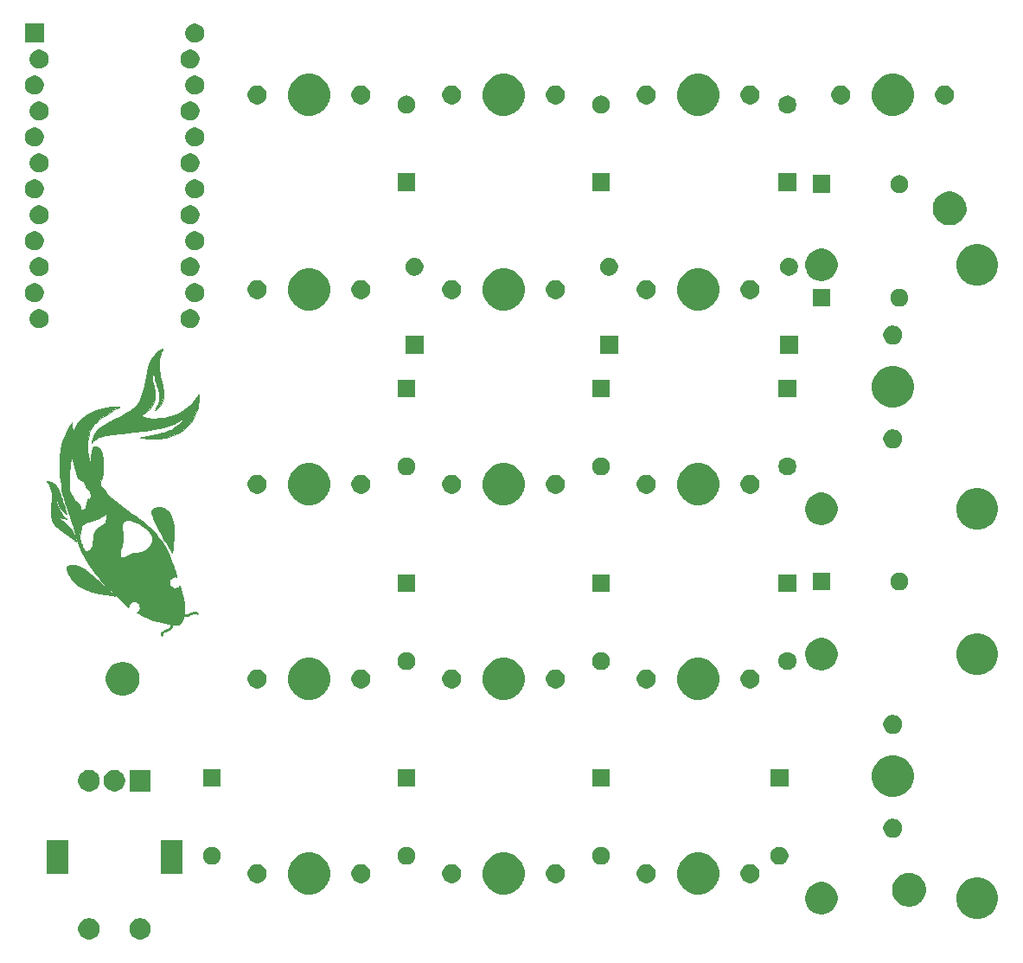
<source format=gts>
G04 #@! TF.GenerationSoftware,KiCad,Pcbnew,(5.1.4)-1*
G04 #@! TF.CreationDate,2020-11-23T22:31:48-05:00*
G04 #@! TF.ProjectId,Knomberpad,4b6e6f6d-6265-4727-9061-642e6b696361,rev?*
G04 #@! TF.SameCoordinates,Original*
G04 #@! TF.FileFunction,Soldermask,Top*
G04 #@! TF.FilePolarity,Negative*
%FSLAX46Y46*%
G04 Gerber Fmt 4.6, Leading zero omitted, Abs format (unit mm)*
G04 Created by KiCad (PCBNEW (5.1.4)-1) date 2020-11-23 22:31:48*
%MOMM*%
%LPD*%
G04 APERTURE LIST*
%ADD10C,0.010000*%
%ADD11C,0.100000*%
G04 APERTURE END LIST*
D10*
G36*
X54710296Y-73289589D02*
G01*
X54707687Y-73316306D01*
X54687037Y-73369435D01*
X54674892Y-73394584D01*
X54632001Y-73491192D01*
X54582655Y-73621914D01*
X54531092Y-73773684D01*
X54481550Y-73933430D01*
X54438266Y-74088084D01*
X54405479Y-74224578D01*
X54404929Y-74227177D01*
X54365240Y-74452290D01*
X54342518Y-74676884D01*
X54337255Y-74907681D01*
X54349947Y-75151401D01*
X54381088Y-75414766D01*
X54431172Y-75704497D01*
X54500693Y-76027316D01*
X54553357Y-76245357D01*
X54627434Y-76554875D01*
X54685564Y-76827855D01*
X54729360Y-77072837D01*
X54760433Y-77298366D01*
X54770885Y-77397781D01*
X54783725Y-77736129D01*
X54756812Y-78054175D01*
X54690768Y-78349435D01*
X54586217Y-78619425D01*
X54443781Y-78861661D01*
X54383811Y-78941020D01*
X54312201Y-79021993D01*
X54228069Y-79105095D01*
X54140548Y-79182643D01*
X54058773Y-79246954D01*
X53991875Y-79290347D01*
X53950850Y-79305198D01*
X53947167Y-79287930D01*
X53968656Y-79242537D01*
X54002478Y-79190547D01*
X54154922Y-78935766D01*
X54269352Y-78656189D01*
X54344365Y-78358649D01*
X54378557Y-78049981D01*
X54370524Y-77737017D01*
X54342304Y-77536172D01*
X54322553Y-77448633D01*
X54290354Y-77326522D01*
X54248900Y-77181046D01*
X54201389Y-77023414D01*
X54151015Y-76864835D01*
X54150158Y-76862214D01*
X54083050Y-76655517D01*
X54029840Y-76486840D01*
X53988741Y-76348435D01*
X53957964Y-76232554D01*
X53935720Y-76131451D01*
X53920219Y-76037377D01*
X53909674Y-75942585D01*
X53902295Y-75839329D01*
X53898817Y-75773643D01*
X53884029Y-75471262D01*
X53829500Y-75573555D01*
X53761073Y-75735977D01*
X53720444Y-75917196D01*
X53707598Y-76121496D01*
X53722519Y-76353160D01*
X53765191Y-76616469D01*
X53824797Y-76874309D01*
X53885082Y-77115587D01*
X53931089Y-77318232D01*
X53963590Y-77489591D01*
X53983359Y-77637011D01*
X53991170Y-77767839D01*
X53987795Y-77889423D01*
X53974008Y-78009110D01*
X53955133Y-78112654D01*
X53876167Y-78385246D01*
X53754980Y-78656484D01*
X53597345Y-78918905D01*
X53409035Y-79165048D01*
X53195824Y-79387449D01*
X52963484Y-79578647D01*
X52717788Y-79731179D01*
X52693322Y-79743709D01*
X52516706Y-79832436D01*
X52692496Y-79894869D01*
X52920808Y-79968512D01*
X53141401Y-80022788D01*
X53367228Y-80059692D01*
X53611242Y-80081218D01*
X53886397Y-80089361D01*
X53956857Y-80089548D01*
X54441200Y-80068456D01*
X54914894Y-80005762D01*
X55387073Y-79899915D01*
X55778159Y-79780302D01*
X56211721Y-79607761D01*
X56618093Y-79395529D01*
X56995996Y-79144604D01*
X57344148Y-78855980D01*
X57661268Y-78530654D01*
X57946076Y-78169621D01*
X58053370Y-78011262D01*
X58116619Y-77914500D01*
X58171753Y-77831833D01*
X58212692Y-77772262D01*
X58232994Y-77745166D01*
X58240529Y-77759532D01*
X58245321Y-77819639D01*
X58247318Y-77922923D01*
X58246463Y-78066818D01*
X58243211Y-78228976D01*
X58236339Y-78441303D01*
X58226152Y-78616612D01*
X58210623Y-78766247D01*
X58187727Y-78901555D01*
X58155437Y-79033879D01*
X58111727Y-79174566D01*
X58054572Y-79334960D01*
X58037558Y-79380496D01*
X57854599Y-79808657D01*
X57641881Y-80198740D01*
X57398912Y-80551194D01*
X57125203Y-80866463D01*
X56820261Y-81144995D01*
X56483597Y-81387236D01*
X56114719Y-81593632D01*
X55713138Y-81764630D01*
X55278362Y-81900677D01*
X55263143Y-81904653D01*
X55023133Y-81961483D01*
X54789864Y-82004384D01*
X54551775Y-82034597D01*
X54297309Y-82053362D01*
X54014908Y-82061916D01*
X53791122Y-82062472D01*
X53617773Y-82059659D01*
X53436236Y-82053775D01*
X53253392Y-82045333D01*
X53076118Y-82034846D01*
X52911296Y-82022827D01*
X52765804Y-82009789D01*
X52646521Y-81996244D01*
X52560328Y-81982707D01*
X52514104Y-81969689D01*
X52509971Y-81966936D01*
X52518930Y-81953074D01*
X52564192Y-81938750D01*
X52594637Y-81933197D01*
X52686682Y-81918486D01*
X52806416Y-81898070D01*
X52945155Y-81873565D01*
X53094217Y-81846586D01*
X53244918Y-81818748D01*
X53388575Y-81791664D01*
X53516504Y-81766951D01*
X53620023Y-81746223D01*
X53690447Y-81731095D01*
X53714953Y-81724846D01*
X53792865Y-81705133D01*
X53872191Y-81691215D01*
X53907610Y-81686225D01*
X53948306Y-81679100D01*
X54001507Y-81668250D01*
X54074444Y-81652080D01*
X54174348Y-81629000D01*
X54308447Y-81597418D01*
X54440667Y-81566040D01*
X54625334Y-81517238D01*
X54829117Y-81455122D01*
X55038316Y-81384502D01*
X55239232Y-81310186D01*
X55418165Y-81236982D01*
X55542806Y-81179192D01*
X55765325Y-81053790D01*
X55987513Y-80903241D01*
X56199633Y-80735670D01*
X56391947Y-80559202D01*
X56554718Y-80381961D01*
X56650527Y-80254928D01*
X56697529Y-80183109D01*
X56729554Y-80129770D01*
X56740884Y-80104557D01*
X56740133Y-80103738D01*
X56714857Y-80115805D01*
X56661031Y-80147348D01*
X56594652Y-80188788D01*
X56506380Y-80241241D01*
X56385760Y-80307405D01*
X56244623Y-80381275D01*
X56094804Y-80456846D01*
X55948134Y-80528113D01*
X55816446Y-80589072D01*
X55743297Y-80620820D01*
X55543196Y-80698752D01*
X55309130Y-80780622D01*
X55054795Y-80862056D01*
X54793888Y-80938680D01*
X54540105Y-81006120D01*
X54525334Y-81009796D01*
X54342697Y-81053617D01*
X54160079Y-81094242D01*
X53973210Y-81132276D01*
X53777821Y-81168320D01*
X53569642Y-81202977D01*
X53344404Y-81236850D01*
X53097836Y-81270542D01*
X52825669Y-81304655D01*
X52523633Y-81339792D01*
X52187460Y-81376555D01*
X51812878Y-81415547D01*
X51395619Y-81457371D01*
X51259619Y-81470743D01*
X50793579Y-81518400D01*
X50373206Y-81565769D01*
X49995790Y-81613358D01*
X49658623Y-81661673D01*
X49358997Y-81711221D01*
X49094204Y-81762508D01*
X48861536Y-81816041D01*
X48658283Y-81872325D01*
X48481738Y-81931869D01*
X48329192Y-81995178D01*
X48251663Y-82033289D01*
X48111704Y-82120568D01*
X47980058Y-82228077D01*
X47871225Y-82343017D01*
X47820791Y-82413662D01*
X47792401Y-82451770D01*
X47777147Y-82455804D01*
X47776318Y-82450214D01*
X47784412Y-82388910D01*
X47806578Y-82293274D01*
X47839457Y-82174104D01*
X47879691Y-82042203D01*
X47923925Y-81908368D01*
X47968800Y-81783402D01*
X48010959Y-81678103D01*
X48028235Y-81639833D01*
X48104054Y-81489732D01*
X48181249Y-81360156D01*
X48265616Y-81245838D01*
X48362948Y-81141516D01*
X48479041Y-81041922D01*
X48619689Y-80941792D01*
X48790687Y-80835862D01*
X48997830Y-80718867D01*
X49106667Y-80659980D01*
X49255018Y-80580042D01*
X49412997Y-80494140D01*
X49565500Y-80410535D01*
X49697423Y-80337490D01*
X49747714Y-80309329D01*
X49880967Y-80235292D01*
X50036094Y-80150590D01*
X50191953Y-80066701D01*
X50304095Y-80007291D01*
X50613617Y-79843004D01*
X50883494Y-79695224D01*
X51118329Y-79560895D01*
X51322727Y-79436962D01*
X51501292Y-79320369D01*
X51658629Y-79208061D01*
X51799341Y-79096982D01*
X51928032Y-78984077D01*
X52049308Y-78866291D01*
X52095466Y-78818501D01*
X52251547Y-78641274D01*
X52390077Y-78454728D01*
X52512915Y-78254103D01*
X52621922Y-78034639D01*
X52718957Y-77791575D01*
X52805881Y-77520152D01*
X52884554Y-77215608D01*
X52956836Y-76873184D01*
X53024587Y-76488119D01*
X53037380Y-76407964D01*
X53082657Y-76125265D01*
X53123216Y-75883925D01*
X53160329Y-75677294D01*
X53195265Y-75498723D01*
X53229296Y-75341561D01*
X53263693Y-75199160D01*
X53281110Y-75132595D01*
X53398850Y-74762310D01*
X53543768Y-74426069D01*
X53714616Y-74125658D01*
X53910144Y-73862862D01*
X54129105Y-73639466D01*
X54370250Y-73457256D01*
X54509037Y-73376728D01*
X54594577Y-73333878D01*
X54662916Y-73303232D01*
X54703711Y-73289269D01*
X54710296Y-73289589D01*
X54710296Y-73289589D01*
G37*
X54710296Y-73289589D02*
X54707687Y-73316306D01*
X54687037Y-73369435D01*
X54674892Y-73394584D01*
X54632001Y-73491192D01*
X54582655Y-73621914D01*
X54531092Y-73773684D01*
X54481550Y-73933430D01*
X54438266Y-74088084D01*
X54405479Y-74224578D01*
X54404929Y-74227177D01*
X54365240Y-74452290D01*
X54342518Y-74676884D01*
X54337255Y-74907681D01*
X54349947Y-75151401D01*
X54381088Y-75414766D01*
X54431172Y-75704497D01*
X54500693Y-76027316D01*
X54553357Y-76245357D01*
X54627434Y-76554875D01*
X54685564Y-76827855D01*
X54729360Y-77072837D01*
X54760433Y-77298366D01*
X54770885Y-77397781D01*
X54783725Y-77736129D01*
X54756812Y-78054175D01*
X54690768Y-78349435D01*
X54586217Y-78619425D01*
X54443781Y-78861661D01*
X54383811Y-78941020D01*
X54312201Y-79021993D01*
X54228069Y-79105095D01*
X54140548Y-79182643D01*
X54058773Y-79246954D01*
X53991875Y-79290347D01*
X53950850Y-79305198D01*
X53947167Y-79287930D01*
X53968656Y-79242537D01*
X54002478Y-79190547D01*
X54154922Y-78935766D01*
X54269352Y-78656189D01*
X54344365Y-78358649D01*
X54378557Y-78049981D01*
X54370524Y-77737017D01*
X54342304Y-77536172D01*
X54322553Y-77448633D01*
X54290354Y-77326522D01*
X54248900Y-77181046D01*
X54201389Y-77023414D01*
X54151015Y-76864835D01*
X54150158Y-76862214D01*
X54083050Y-76655517D01*
X54029840Y-76486840D01*
X53988741Y-76348435D01*
X53957964Y-76232554D01*
X53935720Y-76131451D01*
X53920219Y-76037377D01*
X53909674Y-75942585D01*
X53902295Y-75839329D01*
X53898817Y-75773643D01*
X53884029Y-75471262D01*
X53829500Y-75573555D01*
X53761073Y-75735977D01*
X53720444Y-75917196D01*
X53707598Y-76121496D01*
X53722519Y-76353160D01*
X53765191Y-76616469D01*
X53824797Y-76874309D01*
X53885082Y-77115587D01*
X53931089Y-77318232D01*
X53963590Y-77489591D01*
X53983359Y-77637011D01*
X53991170Y-77767839D01*
X53987795Y-77889423D01*
X53974008Y-78009110D01*
X53955133Y-78112654D01*
X53876167Y-78385246D01*
X53754980Y-78656484D01*
X53597345Y-78918905D01*
X53409035Y-79165048D01*
X53195824Y-79387449D01*
X52963484Y-79578647D01*
X52717788Y-79731179D01*
X52693322Y-79743709D01*
X52516706Y-79832436D01*
X52692496Y-79894869D01*
X52920808Y-79968512D01*
X53141401Y-80022788D01*
X53367228Y-80059692D01*
X53611242Y-80081218D01*
X53886397Y-80089361D01*
X53956857Y-80089548D01*
X54441200Y-80068456D01*
X54914894Y-80005762D01*
X55387073Y-79899915D01*
X55778159Y-79780302D01*
X56211721Y-79607761D01*
X56618093Y-79395529D01*
X56995996Y-79144604D01*
X57344148Y-78855980D01*
X57661268Y-78530654D01*
X57946076Y-78169621D01*
X58053370Y-78011262D01*
X58116619Y-77914500D01*
X58171753Y-77831833D01*
X58212692Y-77772262D01*
X58232994Y-77745166D01*
X58240529Y-77759532D01*
X58245321Y-77819639D01*
X58247318Y-77922923D01*
X58246463Y-78066818D01*
X58243211Y-78228976D01*
X58236339Y-78441303D01*
X58226152Y-78616612D01*
X58210623Y-78766247D01*
X58187727Y-78901555D01*
X58155437Y-79033879D01*
X58111727Y-79174566D01*
X58054572Y-79334960D01*
X58037558Y-79380496D01*
X57854599Y-79808657D01*
X57641881Y-80198740D01*
X57398912Y-80551194D01*
X57125203Y-80866463D01*
X56820261Y-81144995D01*
X56483597Y-81387236D01*
X56114719Y-81593632D01*
X55713138Y-81764630D01*
X55278362Y-81900677D01*
X55263143Y-81904653D01*
X55023133Y-81961483D01*
X54789864Y-82004384D01*
X54551775Y-82034597D01*
X54297309Y-82053362D01*
X54014908Y-82061916D01*
X53791122Y-82062472D01*
X53617773Y-82059659D01*
X53436236Y-82053775D01*
X53253392Y-82045333D01*
X53076118Y-82034846D01*
X52911296Y-82022827D01*
X52765804Y-82009789D01*
X52646521Y-81996244D01*
X52560328Y-81982707D01*
X52514104Y-81969689D01*
X52509971Y-81966936D01*
X52518930Y-81953074D01*
X52564192Y-81938750D01*
X52594637Y-81933197D01*
X52686682Y-81918486D01*
X52806416Y-81898070D01*
X52945155Y-81873565D01*
X53094217Y-81846586D01*
X53244918Y-81818748D01*
X53388575Y-81791664D01*
X53516504Y-81766951D01*
X53620023Y-81746223D01*
X53690447Y-81731095D01*
X53714953Y-81724846D01*
X53792865Y-81705133D01*
X53872191Y-81691215D01*
X53907610Y-81686225D01*
X53948306Y-81679100D01*
X54001507Y-81668250D01*
X54074444Y-81652080D01*
X54174348Y-81629000D01*
X54308447Y-81597418D01*
X54440667Y-81566040D01*
X54625334Y-81517238D01*
X54829117Y-81455122D01*
X55038316Y-81384502D01*
X55239232Y-81310186D01*
X55418165Y-81236982D01*
X55542806Y-81179192D01*
X55765325Y-81053790D01*
X55987513Y-80903241D01*
X56199633Y-80735670D01*
X56391947Y-80559202D01*
X56554718Y-80381961D01*
X56650527Y-80254928D01*
X56697529Y-80183109D01*
X56729554Y-80129770D01*
X56740884Y-80104557D01*
X56740133Y-80103738D01*
X56714857Y-80115805D01*
X56661031Y-80147348D01*
X56594652Y-80188788D01*
X56506380Y-80241241D01*
X56385760Y-80307405D01*
X56244623Y-80381275D01*
X56094804Y-80456846D01*
X55948134Y-80528113D01*
X55816446Y-80589072D01*
X55743297Y-80620820D01*
X55543196Y-80698752D01*
X55309130Y-80780622D01*
X55054795Y-80862056D01*
X54793888Y-80938680D01*
X54540105Y-81006120D01*
X54525334Y-81009796D01*
X54342697Y-81053617D01*
X54160079Y-81094242D01*
X53973210Y-81132276D01*
X53777821Y-81168320D01*
X53569642Y-81202977D01*
X53344404Y-81236850D01*
X53097836Y-81270542D01*
X52825669Y-81304655D01*
X52523633Y-81339792D01*
X52187460Y-81376555D01*
X51812878Y-81415547D01*
X51395619Y-81457371D01*
X51259619Y-81470743D01*
X50793579Y-81518400D01*
X50373206Y-81565769D01*
X49995790Y-81613358D01*
X49658623Y-81661673D01*
X49358997Y-81711221D01*
X49094204Y-81762508D01*
X48861536Y-81816041D01*
X48658283Y-81872325D01*
X48481738Y-81931869D01*
X48329192Y-81995178D01*
X48251663Y-82033289D01*
X48111704Y-82120568D01*
X47980058Y-82228077D01*
X47871225Y-82343017D01*
X47820791Y-82413662D01*
X47792401Y-82451770D01*
X47777147Y-82455804D01*
X47776318Y-82450214D01*
X47784412Y-82388910D01*
X47806578Y-82293274D01*
X47839457Y-82174104D01*
X47879691Y-82042203D01*
X47923925Y-81908368D01*
X47968800Y-81783402D01*
X48010959Y-81678103D01*
X48028235Y-81639833D01*
X48104054Y-81489732D01*
X48181249Y-81360156D01*
X48265616Y-81245838D01*
X48362948Y-81141516D01*
X48479041Y-81041922D01*
X48619689Y-80941792D01*
X48790687Y-80835862D01*
X48997830Y-80718867D01*
X49106667Y-80659980D01*
X49255018Y-80580042D01*
X49412997Y-80494140D01*
X49565500Y-80410535D01*
X49697423Y-80337490D01*
X49747714Y-80309329D01*
X49880967Y-80235292D01*
X50036094Y-80150590D01*
X50191953Y-80066701D01*
X50304095Y-80007291D01*
X50613617Y-79843004D01*
X50883494Y-79695224D01*
X51118329Y-79560895D01*
X51322727Y-79436962D01*
X51501292Y-79320369D01*
X51658629Y-79208061D01*
X51799341Y-79096982D01*
X51928032Y-78984077D01*
X52049308Y-78866291D01*
X52095466Y-78818501D01*
X52251547Y-78641274D01*
X52390077Y-78454728D01*
X52512915Y-78254103D01*
X52621922Y-78034639D01*
X52718957Y-77791575D01*
X52805881Y-77520152D01*
X52884554Y-77215608D01*
X52956836Y-76873184D01*
X53024587Y-76488119D01*
X53037380Y-76407964D01*
X53082657Y-76125265D01*
X53123216Y-75883925D01*
X53160329Y-75677294D01*
X53195265Y-75498723D01*
X53229296Y-75341561D01*
X53263693Y-75199160D01*
X53281110Y-75132595D01*
X53398850Y-74762310D01*
X53543768Y-74426069D01*
X53714616Y-74125658D01*
X53910144Y-73862862D01*
X54129105Y-73639466D01*
X54370250Y-73457256D01*
X54509037Y-73376728D01*
X54594577Y-73333878D01*
X54662916Y-73303232D01*
X54703711Y-73289269D01*
X54710296Y-73289589D01*
G36*
X43514919Y-86227438D02*
G01*
X43541293Y-86228824D01*
X43737512Y-86259446D01*
X43916828Y-86329559D01*
X44086150Y-86442482D01*
X44197680Y-86543977D01*
X44322645Y-86696124D01*
X44441362Y-86893976D01*
X44552650Y-87135125D01*
X44655328Y-87417160D01*
X44704712Y-87578434D01*
X44741593Y-87700408D01*
X44791442Y-87856845D01*
X44850614Y-88036769D01*
X44915467Y-88229204D01*
X44982356Y-88423173D01*
X45029920Y-88558148D01*
X45110782Y-88786082D01*
X45176154Y-88972492D01*
X45227234Y-89121264D01*
X45265221Y-89236285D01*
X45291313Y-89321443D01*
X45306709Y-89380625D01*
X45312606Y-89417718D01*
X45310203Y-89436608D01*
X45302183Y-89441262D01*
X45256500Y-89425699D01*
X45187376Y-89384455D01*
X45105942Y-89325698D01*
X45023325Y-89257594D01*
X44950655Y-89188311D01*
X44936101Y-89172606D01*
X44796026Y-88999582D01*
X44670025Y-88805927D01*
X44555187Y-88585658D01*
X44448601Y-88332792D01*
X44347357Y-88041347D01*
X44284246Y-87832595D01*
X44249418Y-87711643D01*
X44246900Y-87847569D01*
X44258637Y-88051591D01*
X44298513Y-88278817D01*
X44363072Y-88515810D01*
X44448860Y-88749131D01*
X44516628Y-88896976D01*
X44629994Y-89096652D01*
X44772678Y-89306327D01*
X44933085Y-89510176D01*
X45098784Y-89691536D01*
X45179032Y-89773238D01*
X45244184Y-89841875D01*
X45288013Y-89890715D01*
X45304294Y-89913025D01*
X45304146Y-89913561D01*
X45276013Y-89914756D01*
X45213219Y-89906539D01*
X45128003Y-89891369D01*
X45032605Y-89871704D01*
X44939265Y-89850003D01*
X44860223Y-89828726D01*
X44825157Y-89817333D01*
X44740192Y-89781908D01*
X44642247Y-89734573D01*
X44589300Y-89706161D01*
X44522983Y-89672740D01*
X44476965Y-89657203D01*
X44462095Y-89661500D01*
X44479904Y-89695770D01*
X44528388Y-89752994D01*
X44600135Y-89826293D01*
X44687736Y-89908785D01*
X44783777Y-89993592D01*
X44880847Y-90073833D01*
X44971535Y-90142628D01*
X45006381Y-90166749D01*
X45171354Y-90290583D01*
X45344061Y-90444116D01*
X45510806Y-90613673D01*
X45657892Y-90785578D01*
X45743941Y-90903143D01*
X45888203Y-91144908D01*
X46019265Y-91416444D01*
X46128460Y-91699352D01*
X46149397Y-91763547D01*
X46197715Y-91923663D01*
X46227972Y-92040274D01*
X46240149Y-92114769D01*
X46234230Y-92148533D01*
X46210197Y-92142953D01*
X46168031Y-92099416D01*
X46145484Y-92070898D01*
X46108683Y-92026396D01*
X46062917Y-91978949D01*
X46004669Y-91925921D01*
X45930421Y-91864673D01*
X45836655Y-91792567D01*
X45719853Y-91706965D01*
X45576498Y-91605230D01*
X45403072Y-91484723D01*
X45196057Y-91342807D01*
X44965355Y-91185941D01*
X44777945Y-91056539D01*
X44610412Y-90936239D01*
X44467402Y-90828596D01*
X44353564Y-90737167D01*
X44273545Y-90665508D01*
X44244339Y-90634258D01*
X44116739Y-90473018D01*
X44018951Y-90331382D01*
X43944295Y-90197189D01*
X43886093Y-90058280D01*
X43837664Y-89902491D01*
X43833108Y-89885543D01*
X43800700Y-89724271D01*
X43778267Y-89529482D01*
X43766531Y-89315146D01*
X43766212Y-89095235D01*
X43778032Y-88883717D01*
X43780190Y-88860690D01*
X43791299Y-88747730D01*
X43805729Y-88601547D01*
X43822005Y-88437064D01*
X43838651Y-88269201D01*
X43847994Y-88175156D01*
X43864165Y-88002531D01*
X43874209Y-87864442D01*
X43878401Y-87747470D01*
X43877018Y-87638196D01*
X43870334Y-87523199D01*
X43863125Y-87437346D01*
X43819145Y-87129800D01*
X43746479Y-86858233D01*
X43645576Y-86623837D01*
X43516887Y-86427805D01*
X43456591Y-86359209D01*
X43401248Y-86299317D01*
X43362514Y-86253323D01*
X43349334Y-86232491D01*
X43371548Y-86226896D01*
X43430560Y-86225139D01*
X43514919Y-86227438D01*
X43514919Y-86227438D01*
G37*
X43514919Y-86227438D02*
X43541293Y-86228824D01*
X43737512Y-86259446D01*
X43916828Y-86329559D01*
X44086150Y-86442482D01*
X44197680Y-86543977D01*
X44322645Y-86696124D01*
X44441362Y-86893976D01*
X44552650Y-87135125D01*
X44655328Y-87417160D01*
X44704712Y-87578434D01*
X44741593Y-87700408D01*
X44791442Y-87856845D01*
X44850614Y-88036769D01*
X44915467Y-88229204D01*
X44982356Y-88423173D01*
X45029920Y-88558148D01*
X45110782Y-88786082D01*
X45176154Y-88972492D01*
X45227234Y-89121264D01*
X45265221Y-89236285D01*
X45291313Y-89321443D01*
X45306709Y-89380625D01*
X45312606Y-89417718D01*
X45310203Y-89436608D01*
X45302183Y-89441262D01*
X45256500Y-89425699D01*
X45187376Y-89384455D01*
X45105942Y-89325698D01*
X45023325Y-89257594D01*
X44950655Y-89188311D01*
X44936101Y-89172606D01*
X44796026Y-88999582D01*
X44670025Y-88805927D01*
X44555187Y-88585658D01*
X44448601Y-88332792D01*
X44347357Y-88041347D01*
X44284246Y-87832595D01*
X44249418Y-87711643D01*
X44246900Y-87847569D01*
X44258637Y-88051591D01*
X44298513Y-88278817D01*
X44363072Y-88515810D01*
X44448860Y-88749131D01*
X44516628Y-88896976D01*
X44629994Y-89096652D01*
X44772678Y-89306327D01*
X44933085Y-89510176D01*
X45098784Y-89691536D01*
X45179032Y-89773238D01*
X45244184Y-89841875D01*
X45288013Y-89890715D01*
X45304294Y-89913025D01*
X45304146Y-89913561D01*
X45276013Y-89914756D01*
X45213219Y-89906539D01*
X45128003Y-89891369D01*
X45032605Y-89871704D01*
X44939265Y-89850003D01*
X44860223Y-89828726D01*
X44825157Y-89817333D01*
X44740192Y-89781908D01*
X44642247Y-89734573D01*
X44589300Y-89706161D01*
X44522983Y-89672740D01*
X44476965Y-89657203D01*
X44462095Y-89661500D01*
X44479904Y-89695770D01*
X44528388Y-89752994D01*
X44600135Y-89826293D01*
X44687736Y-89908785D01*
X44783777Y-89993592D01*
X44880847Y-90073833D01*
X44971535Y-90142628D01*
X45006381Y-90166749D01*
X45171354Y-90290583D01*
X45344061Y-90444116D01*
X45510806Y-90613673D01*
X45657892Y-90785578D01*
X45743941Y-90903143D01*
X45888203Y-91144908D01*
X46019265Y-91416444D01*
X46128460Y-91699352D01*
X46149397Y-91763547D01*
X46197715Y-91923663D01*
X46227972Y-92040274D01*
X46240149Y-92114769D01*
X46234230Y-92148533D01*
X46210197Y-92142953D01*
X46168031Y-92099416D01*
X46145484Y-92070898D01*
X46108683Y-92026396D01*
X46062917Y-91978949D01*
X46004669Y-91925921D01*
X45930421Y-91864673D01*
X45836655Y-91792567D01*
X45719853Y-91706965D01*
X45576498Y-91605230D01*
X45403072Y-91484723D01*
X45196057Y-91342807D01*
X44965355Y-91185941D01*
X44777945Y-91056539D01*
X44610412Y-90936239D01*
X44467402Y-90828596D01*
X44353564Y-90737167D01*
X44273545Y-90665508D01*
X44244339Y-90634258D01*
X44116739Y-90473018D01*
X44018951Y-90331382D01*
X43944295Y-90197189D01*
X43886093Y-90058280D01*
X43837664Y-89902491D01*
X43833108Y-89885543D01*
X43800700Y-89724271D01*
X43778267Y-89529482D01*
X43766531Y-89315146D01*
X43766212Y-89095235D01*
X43778032Y-88883717D01*
X43780190Y-88860690D01*
X43791299Y-88747730D01*
X43805729Y-88601547D01*
X43822005Y-88437064D01*
X43838651Y-88269201D01*
X43847994Y-88175156D01*
X43864165Y-88002531D01*
X43874209Y-87864442D01*
X43878401Y-87747470D01*
X43877018Y-87638196D01*
X43870334Y-87523199D01*
X43863125Y-87437346D01*
X43819145Y-87129800D01*
X43746479Y-86858233D01*
X43645576Y-86623837D01*
X43516887Y-86427805D01*
X43456591Y-86359209D01*
X43401248Y-86299317D01*
X43362514Y-86253323D01*
X43349334Y-86232491D01*
X43371548Y-86226896D01*
X43430560Y-86225139D01*
X43514919Y-86227438D01*
G36*
X54576095Y-88780274D02*
G01*
X54781778Y-88831654D01*
X54967924Y-88921583D01*
X55143119Y-89053573D01*
X55213803Y-89120691D01*
X55362763Y-89292672D01*
X55488712Y-89487597D01*
X55592395Y-89708464D01*
X55674561Y-89958273D01*
X55735955Y-90240022D01*
X55777323Y-90556710D01*
X55799413Y-90911336D01*
X55802971Y-91306898D01*
X55799487Y-91473262D01*
X55793940Y-91637541D01*
X55787022Y-91794921D01*
X55779286Y-91935569D01*
X55771286Y-92049655D01*
X55763577Y-92127347D01*
X55761988Y-92138500D01*
X55752171Y-92214290D01*
X55740360Y-92325712D01*
X55727774Y-92460122D01*
X55715636Y-92604877D01*
X55710595Y-92670690D01*
X55699647Y-92810648D01*
X55688405Y-92940893D01*
X55677890Y-93050483D01*
X55669125Y-93128478D01*
X55665573Y-93153054D01*
X55649232Y-93248370D01*
X55562601Y-93104673D01*
X55514857Y-93026030D01*
X55450359Y-92920542D01*
X55377852Y-92802483D01*
X55311496Y-92694881D01*
X55100150Y-92349673D01*
X54912709Y-92035928D01*
X54744914Y-91745774D01*
X54592503Y-91471335D01*
X54451214Y-91204740D01*
X54316789Y-90938115D01*
X54184964Y-90663587D01*
X54051480Y-90373281D01*
X54033578Y-90333515D01*
X53966341Y-90185209D01*
X53892864Y-90025413D01*
X53821219Y-89871553D01*
X53759479Y-89741052D01*
X53749109Y-89719452D01*
X53668227Y-89534940D01*
X53619803Y-89380567D01*
X53603959Y-89250486D01*
X53620817Y-89138849D01*
X53670498Y-89039809D01*
X53753125Y-88947519D01*
X53765398Y-88936498D01*
X53879201Y-88855569D01*
X54010108Y-88801722D01*
X54167544Y-88772139D01*
X54342292Y-88763928D01*
X54576095Y-88780274D01*
X54576095Y-88780274D01*
G37*
X54576095Y-88780274D02*
X54781778Y-88831654D01*
X54967924Y-88921583D01*
X55143119Y-89053573D01*
X55213803Y-89120691D01*
X55362763Y-89292672D01*
X55488712Y-89487597D01*
X55592395Y-89708464D01*
X55674561Y-89958273D01*
X55735955Y-90240022D01*
X55777323Y-90556710D01*
X55799413Y-90911336D01*
X55802971Y-91306898D01*
X55799487Y-91473262D01*
X55793940Y-91637541D01*
X55787022Y-91794921D01*
X55779286Y-91935569D01*
X55771286Y-92049655D01*
X55763577Y-92127347D01*
X55761988Y-92138500D01*
X55752171Y-92214290D01*
X55740360Y-92325712D01*
X55727774Y-92460122D01*
X55715636Y-92604877D01*
X55710595Y-92670690D01*
X55699647Y-92810648D01*
X55688405Y-92940893D01*
X55677890Y-93050483D01*
X55669125Y-93128478D01*
X55665573Y-93153054D01*
X55649232Y-93248370D01*
X55562601Y-93104673D01*
X55514857Y-93026030D01*
X55450359Y-92920542D01*
X55377852Y-92802483D01*
X55311496Y-92694881D01*
X55100150Y-92349673D01*
X54912709Y-92035928D01*
X54744914Y-91745774D01*
X54592503Y-91471335D01*
X54451214Y-91204740D01*
X54316789Y-90938115D01*
X54184964Y-90663587D01*
X54051480Y-90373281D01*
X54033578Y-90333515D01*
X53966341Y-90185209D01*
X53892864Y-90025413D01*
X53821219Y-89871553D01*
X53759479Y-89741052D01*
X53749109Y-89719452D01*
X53668227Y-89534940D01*
X53619803Y-89380567D01*
X53603959Y-89250486D01*
X53620817Y-89138849D01*
X53670498Y-89039809D01*
X53753125Y-88947519D01*
X53765398Y-88936498D01*
X53879201Y-88855569D01*
X54010108Y-88801722D01*
X54167544Y-88772139D01*
X54342292Y-88763928D01*
X54576095Y-88780274D01*
G36*
X46046410Y-94438638D02*
G01*
X46175657Y-94449583D01*
X46276898Y-94468970D01*
X46309573Y-94480387D01*
X46377870Y-94506282D01*
X46432533Y-94520404D01*
X46442621Y-94521281D01*
X46488635Y-94533030D01*
X46567630Y-94565547D01*
X46671063Y-94614773D01*
X46790388Y-94676652D01*
X46911599Y-94743985D01*
X46958382Y-94771030D01*
X47002576Y-94797377D01*
X47046546Y-94825005D01*
X47092654Y-94855891D01*
X47143264Y-94892012D01*
X47200740Y-94935348D01*
X47267445Y-94987875D01*
X47345742Y-95051571D01*
X47437996Y-95128415D01*
X47546569Y-95220383D01*
X47673825Y-95329455D01*
X47822128Y-95457607D01*
X47993841Y-95606818D01*
X48191328Y-95779065D01*
X48416952Y-95976326D01*
X48673076Y-96200579D01*
X48962065Y-96453801D01*
X49114334Y-96587260D01*
X49295220Y-96746191D01*
X49464593Y-96895753D01*
X49619046Y-97032884D01*
X49755169Y-97154523D01*
X49869555Y-97257609D01*
X49958796Y-97339079D01*
X50019483Y-97395872D01*
X50048210Y-97424926D01*
X50050095Y-97427879D01*
X50033103Y-97447241D01*
X50002476Y-97440684D01*
X49999540Y-97438071D01*
X49973864Y-97431796D01*
X49906675Y-97419307D01*
X49804291Y-97401669D01*
X49673028Y-97379946D01*
X49519204Y-97355201D01*
X49349137Y-97328500D01*
X49348413Y-97328388D01*
X49019229Y-97276446D01*
X48732304Y-97229108D01*
X48481870Y-97185138D01*
X48262161Y-97143300D01*
X48067408Y-97102356D01*
X47891843Y-97061072D01*
X47729699Y-97018211D01*
X47575207Y-96972536D01*
X47422601Y-96922811D01*
X47367156Y-96903731D01*
X46987564Y-96750365D01*
X46640179Y-96566668D01*
X46327188Y-96354307D01*
X46050778Y-96114954D01*
X45813136Y-95850276D01*
X45622418Y-95572077D01*
X45494295Y-95331414D01*
X45403347Y-95101937D01*
X45344730Y-94870844D01*
X45334460Y-94810666D01*
X45321653Y-94692429D01*
X45330317Y-94609739D01*
X45366188Y-94552395D01*
X45434998Y-94510193D01*
X45520571Y-94479563D01*
X45626235Y-94456597D01*
X45758137Y-94442131D01*
X45902716Y-94436149D01*
X46046410Y-94438638D01*
X46046410Y-94438638D01*
G37*
X46046410Y-94438638D02*
X46175657Y-94449583D01*
X46276898Y-94468970D01*
X46309573Y-94480387D01*
X46377870Y-94506282D01*
X46432533Y-94520404D01*
X46442621Y-94521281D01*
X46488635Y-94533030D01*
X46567630Y-94565547D01*
X46671063Y-94614773D01*
X46790388Y-94676652D01*
X46911599Y-94743985D01*
X46958382Y-94771030D01*
X47002576Y-94797377D01*
X47046546Y-94825005D01*
X47092654Y-94855891D01*
X47143264Y-94892012D01*
X47200740Y-94935348D01*
X47267445Y-94987875D01*
X47345742Y-95051571D01*
X47437996Y-95128415D01*
X47546569Y-95220383D01*
X47673825Y-95329455D01*
X47822128Y-95457607D01*
X47993841Y-95606818D01*
X48191328Y-95779065D01*
X48416952Y-95976326D01*
X48673076Y-96200579D01*
X48962065Y-96453801D01*
X49114334Y-96587260D01*
X49295220Y-96746191D01*
X49464593Y-96895753D01*
X49619046Y-97032884D01*
X49755169Y-97154523D01*
X49869555Y-97257609D01*
X49958796Y-97339079D01*
X50019483Y-97395872D01*
X50048210Y-97424926D01*
X50050095Y-97427879D01*
X50033103Y-97447241D01*
X50002476Y-97440684D01*
X49999540Y-97438071D01*
X49973864Y-97431796D01*
X49906675Y-97419307D01*
X49804291Y-97401669D01*
X49673028Y-97379946D01*
X49519204Y-97355201D01*
X49349137Y-97328500D01*
X49348413Y-97328388D01*
X49019229Y-97276446D01*
X48732304Y-97229108D01*
X48481870Y-97185138D01*
X48262161Y-97143300D01*
X48067408Y-97102356D01*
X47891843Y-97061072D01*
X47729699Y-97018211D01*
X47575207Y-96972536D01*
X47422601Y-96922811D01*
X47367156Y-96903731D01*
X46987564Y-96750365D01*
X46640179Y-96566668D01*
X46327188Y-96354307D01*
X46050778Y-96114954D01*
X45813136Y-95850276D01*
X45622418Y-95572077D01*
X45494295Y-95331414D01*
X45403347Y-95101937D01*
X45344730Y-94870844D01*
X45334460Y-94810666D01*
X45321653Y-94692429D01*
X45330317Y-94609739D01*
X45366188Y-94552395D01*
X45434998Y-94510193D01*
X45520571Y-94479563D01*
X45626235Y-94456597D01*
X45758137Y-94442131D01*
X45902716Y-94436149D01*
X46046410Y-94438638D01*
G36*
X50289761Y-78942647D02*
G01*
X50389274Y-78945908D01*
X50449905Y-78952721D01*
X50451978Y-78953216D01*
X50474107Y-78961329D01*
X50478318Y-78973150D01*
X50459807Y-78992104D01*
X50413773Y-79021615D01*
X50335413Y-79065109D01*
X50219925Y-79126011D01*
X50182076Y-79145716D01*
X49879431Y-79309358D01*
X49572613Y-79487036D01*
X49270729Y-79672903D01*
X48982882Y-79861112D01*
X48718179Y-80045814D01*
X48485726Y-80221164D01*
X48402219Y-80288696D01*
X48241026Y-80430553D01*
X48086248Y-80582364D01*
X47945933Y-80735269D01*
X47828128Y-80880410D01*
X47740881Y-81008928D01*
X47728868Y-81029928D01*
X47639098Y-81218038D01*
X47555842Y-81441906D01*
X47483107Y-81688974D01*
X47424900Y-81946683D01*
X47410093Y-82028779D01*
X47380651Y-82255983D01*
X47362042Y-82515061D01*
X47354369Y-82790709D01*
X47357736Y-83067626D01*
X47372247Y-83330508D01*
X47398004Y-83564052D01*
X47399648Y-83575071D01*
X47423542Y-83715803D01*
X47454705Y-83874278D01*
X47490643Y-84039985D01*
X47528859Y-84202413D01*
X47566859Y-84351053D01*
X47602148Y-84475393D01*
X47632231Y-84564923D01*
X47637993Y-84579116D01*
X47674089Y-84663643D01*
X47667521Y-84542690D01*
X47666198Y-84446336D01*
X47669772Y-84313633D01*
X47677460Y-84156277D01*
X47688481Y-83985967D01*
X47702051Y-83814398D01*
X47717386Y-83653269D01*
X47733705Y-83514276D01*
X47738792Y-83477850D01*
X47777705Y-83255951D01*
X47823647Y-83080015D01*
X47878406Y-82947907D01*
X47943769Y-82857493D01*
X48021521Y-82806640D01*
X48113451Y-82793213D01*
X48221344Y-82815079D01*
X48276159Y-82836113D01*
X48397706Y-82908059D01*
X48517181Y-83013269D01*
X48620790Y-83138064D01*
X48679847Y-83236404D01*
X48727587Y-83357734D01*
X48772072Y-83518977D01*
X48812181Y-83711714D01*
X48846791Y-83927524D01*
X48874779Y-84157988D01*
X48895023Y-84394684D01*
X48906399Y-84629194D01*
X48907786Y-84853096D01*
X48905614Y-84929738D01*
X48897453Y-85097328D01*
X48885694Y-85250354D01*
X48868789Y-85396893D01*
X48845193Y-85545024D01*
X48813360Y-85702825D01*
X48771743Y-85878374D01*
X48718796Y-86079749D01*
X48652973Y-86315028D01*
X48615573Y-86445061D01*
X48605432Y-86486929D01*
X48605711Y-86523186D01*
X48620667Y-86564207D01*
X48654559Y-86620371D01*
X48711643Y-86702053D01*
X48733466Y-86732446D01*
X49014533Y-87100152D01*
X49316672Y-87449689D01*
X49645788Y-87786930D01*
X50007783Y-88117747D01*
X50408563Y-88448014D01*
X50627315Y-88616262D01*
X50767775Y-88723197D01*
X50914956Y-88837282D01*
X51056870Y-88949087D01*
X51181532Y-89049184D01*
X51261382Y-89114999D01*
X51375969Y-89206744D01*
X51515729Y-89311882D01*
X51664525Y-89418623D01*
X51806220Y-89515176D01*
X51833022Y-89532703D01*
X52131659Y-89728389D01*
X52393988Y-89905172D01*
X52625983Y-90067667D01*
X52833617Y-90220489D01*
X53022863Y-90368252D01*
X53199693Y-90515573D01*
X53370081Y-90667066D01*
X53539998Y-90827347D01*
X53655584Y-90940982D01*
X54002619Y-91308378D01*
X54321349Y-91691536D01*
X54614446Y-92094994D01*
X54884579Y-92523292D01*
X55134417Y-92980970D01*
X55366632Y-93472567D01*
X55583894Y-94002623D01*
X55782785Y-94557547D01*
X55849553Y-94758512D01*
X55911480Y-94949658D01*
X55966997Y-95125754D01*
X56014537Y-95281568D01*
X56052532Y-95411870D01*
X56079412Y-95511428D01*
X56093611Y-95575011D01*
X56094393Y-95597028D01*
X56065586Y-95598890D01*
X56010282Y-95587950D01*
X55999350Y-95584911D01*
X55864966Y-95569541D01*
X55731525Y-95596334D01*
X55606885Y-95659570D01*
X55498900Y-95753528D01*
X55415425Y-95872485D01*
X55364316Y-96010722D01*
X55356762Y-96052922D01*
X55358577Y-96206999D01*
X55403221Y-96351681D01*
X55485189Y-96479762D01*
X55598979Y-96584034D01*
X55739087Y-96657291D01*
X55838964Y-96684378D01*
X55957054Y-96685575D01*
X56085958Y-96654553D01*
X56206885Y-96597361D01*
X56279146Y-96542731D01*
X56333022Y-96498509D01*
X56368000Y-96483106D01*
X56376057Y-96488555D01*
X56475059Y-96800470D01*
X56565142Y-97105163D01*
X56644413Y-97395335D01*
X56710976Y-97663688D01*
X56762940Y-97902923D01*
X56798408Y-98105741D01*
X56801660Y-98128692D01*
X56809655Y-98214552D01*
X56815105Y-98330197D01*
X56818125Y-98466213D01*
X56818829Y-98613185D01*
X56817335Y-98761701D01*
X56813756Y-98902344D01*
X56808209Y-99025701D01*
X56800809Y-99122357D01*
X56791672Y-99182898D01*
X56788608Y-99192614D01*
X56794213Y-99230447D01*
X56838916Y-99260068D01*
X56913718Y-99278520D01*
X57009621Y-99282847D01*
X57053804Y-99279764D01*
X57204415Y-99243175D01*
X57349268Y-99176291D01*
X57484160Y-99102544D01*
X57584663Y-99049098D01*
X57658643Y-99012693D01*
X57713969Y-98990072D01*
X57758506Y-98977974D01*
X57800123Y-98973141D01*
X57841672Y-98972309D01*
X57932533Y-98981080D01*
X58002338Y-99012930D01*
X58031642Y-99035395D01*
X58108270Y-99110524D01*
X58145831Y-99170080D01*
X58146003Y-99209470D01*
X58110467Y-99224103D01*
X58040903Y-99209389D01*
X57978071Y-99181830D01*
X57903488Y-99146048D01*
X57851568Y-99130664D01*
X57802378Y-99133130D01*
X57736016Y-99150889D01*
X57660580Y-99180812D01*
X57564117Y-99228946D01*
X57465293Y-99285840D01*
X57447942Y-99296762D01*
X57353688Y-99352734D01*
X57261208Y-99400425D01*
X57187607Y-99431166D01*
X57175553Y-99434818D01*
X57087718Y-99448147D01*
X56981518Y-99450135D01*
X56878439Y-99441533D01*
X56799971Y-99423095D01*
X56796144Y-99421536D01*
X56773783Y-99420475D01*
X56755152Y-99444390D01*
X56736193Y-99501373D01*
X56717645Y-99578053D01*
X56655634Y-99773764D01*
X56563123Y-99962136D01*
X56449582Y-100124271D01*
X56436149Y-100139767D01*
X56347728Y-100239404D01*
X56031518Y-100240857D01*
X55715307Y-100242309D01*
X55677491Y-100375357D01*
X55623345Y-100521910D01*
X55549189Y-100638625D01*
X55447857Y-100732224D01*
X55312178Y-100809428D01*
X55146596Y-100873163D01*
X54992696Y-100926959D01*
X54879324Y-100975603D01*
X54799781Y-101024458D01*
X54747370Y-101078883D01*
X54715394Y-101144239D01*
X54697154Y-101225887D01*
X54696015Y-101233801D01*
X54675563Y-101308249D01*
X54642494Y-101337950D01*
X54601840Y-101334775D01*
X54590910Y-101326172D01*
X54566998Y-101254333D01*
X54559293Y-101162703D01*
X54569698Y-101077709D01*
X54572370Y-101068859D01*
X54611635Y-100988200D01*
X54675615Y-100919878D01*
X54771244Y-100858771D01*
X54905457Y-100799756D01*
X54967364Y-100777043D01*
X55077171Y-100736059D01*
X55179213Y-100694024D01*
X55258553Y-100657268D01*
X55287363Y-100641434D01*
X55396005Y-100553652D01*
X55469628Y-100449780D01*
X55502106Y-100338910D01*
X55503077Y-100321064D01*
X55505048Y-100221552D01*
X55287334Y-100189936D01*
X54954852Y-100130227D01*
X54592515Y-100044430D01*
X54209171Y-99935484D01*
X53813671Y-99806327D01*
X53414864Y-99659899D01*
X53021601Y-99499138D01*
X52642730Y-99326982D01*
X52544379Y-99279091D01*
X52403401Y-99208714D01*
X52301504Y-99155870D01*
X52233953Y-99117573D01*
X52196015Y-99090840D01*
X52182955Y-99072686D01*
X52190039Y-99060124D01*
X52193618Y-99057931D01*
X52235956Y-99027064D01*
X52295620Y-98974782D01*
X52336757Y-98935172D01*
X52428973Y-98812422D01*
X52479537Y-98677184D01*
X52491003Y-98536635D01*
X52465923Y-98397952D01*
X52406851Y-98268312D01*
X52316340Y-98154893D01*
X52196941Y-98064872D01*
X52051208Y-98005426D01*
X52002179Y-97994526D01*
X51879894Y-97993407D01*
X51749201Y-98026737D01*
X51628252Y-98088528D01*
X51566342Y-98138290D01*
X51475128Y-98242926D01*
X51419551Y-98350688D01*
X51394804Y-98446166D01*
X51380993Y-98504276D01*
X51367213Y-98535287D01*
X51364297Y-98536881D01*
X51333111Y-98520275D01*
X51272682Y-98473271D01*
X51187567Y-98400084D01*
X51082324Y-98304934D01*
X50961509Y-98192037D01*
X50829679Y-98065611D01*
X50691391Y-97929874D01*
X50551201Y-97789042D01*
X50502156Y-97738946D01*
X50360375Y-97595339D01*
X50207751Y-97443994D01*
X50054198Y-97294520D01*
X49909627Y-97156524D01*
X49783950Y-97039615D01*
X49735619Y-96995925D01*
X49404256Y-96688230D01*
X49068227Y-96353925D01*
X48738647Y-96004864D01*
X48426629Y-95652901D01*
X48143289Y-95309888D01*
X48084412Y-95234881D01*
X47996121Y-95119539D01*
X47905748Y-94998529D01*
X47818024Y-94878519D01*
X47737679Y-94766174D01*
X47669447Y-94668161D01*
X47618058Y-94591146D01*
X47588243Y-94541797D01*
X47582667Y-94527934D01*
X47568166Y-94498579D01*
X47531558Y-94448410D01*
X47511079Y-94423586D01*
X47467617Y-94367530D01*
X47441644Y-94324009D01*
X47438507Y-94313224D01*
X47424657Y-94279944D01*
X47390167Y-94223170D01*
X47360746Y-94180626D01*
X47316657Y-94115042D01*
X47257835Y-94021079D01*
X47192889Y-93912734D01*
X47145800Y-93831264D01*
X46901866Y-93376237D01*
X46854739Y-93275878D01*
X50521666Y-93275878D01*
X50525135Y-93367185D01*
X50535847Y-93445745D01*
X50564341Y-93562649D01*
X50606984Y-93638782D01*
X50672427Y-93680944D01*
X50769319Y-93695933D01*
X50852177Y-93694387D01*
X50923985Y-93688826D01*
X50982185Y-93678087D01*
X51038587Y-93657207D01*
X51105002Y-93621225D01*
X51193240Y-93565178D01*
X51251320Y-93526689D01*
X51355713Y-93459425D01*
X51455716Y-93399023D01*
X51538860Y-93352792D01*
X51586365Y-93330327D01*
X51690666Y-93299924D01*
X51837632Y-93272330D01*
X52021588Y-93248405D01*
X52236858Y-93229008D01*
X52272273Y-93226489D01*
X52516518Y-93197285D01*
X52721221Y-93146229D01*
X52884978Y-93073806D01*
X53006385Y-92980498D01*
X53015923Y-92970281D01*
X53067075Y-92926803D01*
X53137524Y-92881447D01*
X53157478Y-92870716D01*
X53221453Y-92829401D01*
X53302139Y-92765347D01*
X53383491Y-92691421D01*
X53394022Y-92681015D01*
X53539092Y-92504700D01*
X53639836Y-92312804D01*
X53696203Y-92109256D01*
X53708140Y-91897985D01*
X53675595Y-91682920D01*
X53598515Y-91467990D01*
X53476848Y-91257125D01*
X53414137Y-91172848D01*
X53300817Y-91043361D01*
X53168880Y-90918213D01*
X53012702Y-90793169D01*
X52826660Y-90663992D01*
X52605130Y-90526447D01*
X52396572Y-90406417D01*
X52202628Y-90300237D01*
X52040343Y-90217525D01*
X51901227Y-90154756D01*
X51776788Y-90108405D01*
X51658534Y-90074948D01*
X51541462Y-90051438D01*
X51337173Y-90031218D01*
X51164471Y-90045162D01*
X51019668Y-90094319D01*
X50899078Y-90179741D01*
X50833520Y-90253118D01*
X50801966Y-90298152D01*
X50781218Y-90342083D01*
X50768448Y-90397219D01*
X50760829Y-90475871D01*
X50755533Y-90590348D01*
X50755433Y-90593048D01*
X50755751Y-90773100D01*
X50770138Y-90974328D01*
X50799470Y-91208964D01*
X50799709Y-91210606D01*
X50825956Y-91412840D01*
X50840694Y-91585918D01*
X50845089Y-91747375D01*
X50842801Y-91858497D01*
X50838043Y-91962781D01*
X50830903Y-92049745D01*
X50819050Y-92130442D01*
X50800157Y-92215921D01*
X50771893Y-92317235D01*
X50731930Y-92445434D01*
X50695246Y-92558624D01*
X50630557Y-92761972D01*
X50582209Y-92927831D01*
X50548848Y-93063741D01*
X50529118Y-93177244D01*
X50521666Y-93275878D01*
X46854739Y-93275878D01*
X46688921Y-92922769D01*
X46502520Y-92459552D01*
X46338217Y-91975281D01*
X46262630Y-91708986D01*
X46566306Y-91708986D01*
X46589922Y-91902792D01*
X46640729Y-92086551D01*
X46685679Y-92207329D01*
X46742943Y-92340718D01*
X46809018Y-92480555D01*
X46880403Y-92620677D01*
X46953595Y-92754922D01*
X47025094Y-92877127D01*
X47091397Y-92981130D01*
X47149002Y-93060768D01*
X47194407Y-93109879D01*
X47224111Y-93122301D01*
X47227887Y-93119813D01*
X47272984Y-93097369D01*
X47298183Y-93094024D01*
X47369777Y-93076902D01*
X47458307Y-93031153D01*
X47549597Y-92965196D01*
X47610340Y-92908597D01*
X47694436Y-92806492D01*
X47761250Y-92692141D01*
X47812983Y-92558401D01*
X47851834Y-92398128D01*
X47880005Y-92204178D01*
X47899695Y-91969407D01*
X47899710Y-91969166D01*
X47910506Y-91823086D01*
X47923899Y-91680919D01*
X47938474Y-91555566D01*
X47952819Y-91459927D01*
X47958733Y-91430412D01*
X48011921Y-91254974D01*
X48089108Y-91098767D01*
X48194918Y-90956740D01*
X48333977Y-90823840D01*
X48510912Y-90695017D01*
X48730348Y-90565217D01*
X48771039Y-90543315D01*
X48903981Y-90467582D01*
X48999533Y-90398978D01*
X49066070Y-90328940D01*
X49111967Y-90248904D01*
X49141660Y-90164357D01*
X49161291Y-90076341D01*
X49180974Y-89954318D01*
X49199040Y-89812631D01*
X49213818Y-89665624D01*
X49223638Y-89527640D01*
X49226805Y-89433071D01*
X49227619Y-89340214D01*
X49065666Y-89488614D01*
X48916540Y-89607289D01*
X48735700Y-89717836D01*
X48518711Y-89822453D01*
X48261143Y-89923333D01*
X48035540Y-89998850D01*
X47768610Y-90084952D01*
X47544212Y-90161961D01*
X47357774Y-90231823D01*
X47204723Y-90296481D01*
X47080487Y-90357882D01*
X46980493Y-90417969D01*
X46900169Y-90478688D01*
X46893164Y-90484762D01*
X46824956Y-90552691D01*
X46777449Y-90623817D01*
X46745277Y-90710786D01*
X46723073Y-90826245D01*
X46712804Y-90909809D01*
X46693500Y-91039714D01*
X46664284Y-91182052D01*
X46631211Y-91307614D01*
X46628592Y-91316024D01*
X46579274Y-91518368D01*
X46566306Y-91708986D01*
X46262630Y-91708986D01*
X46191570Y-91458646D01*
X46152499Y-91304350D01*
X46101435Y-91101518D01*
X46053588Y-90921533D01*
X46005930Y-90755213D01*
X45955433Y-90593379D01*
X45899069Y-90426849D01*
X45833809Y-90246443D01*
X45756626Y-90042980D01*
X45664490Y-89807279D01*
X45629730Y-89719452D01*
X45443477Y-89233090D01*
X45282854Y-88775529D01*
X45145040Y-88336443D01*
X45027213Y-87905503D01*
X44926550Y-87472382D01*
X44840229Y-87026751D01*
X44773797Y-86610686D01*
X45559744Y-86610686D01*
X45561547Y-86694654D01*
X45562345Y-86707738D01*
X45606161Y-87024101D01*
X45690345Y-87320569D01*
X45816739Y-87601006D01*
X45987185Y-87869277D01*
X46203523Y-88129246D01*
X46275010Y-88203538D01*
X46397433Y-88330792D01*
X46488702Y-88436365D01*
X46554805Y-88529580D01*
X46601730Y-88619758D01*
X46635466Y-88716220D01*
X46655010Y-88795071D01*
X46678971Y-88885109D01*
X46706178Y-88958367D01*
X46731043Y-88999998D01*
X46732754Y-89001511D01*
X46793800Y-89022522D01*
X46878565Y-89014662D01*
X46973591Y-88980019D01*
X47013466Y-88957900D01*
X47083270Y-88897359D01*
X47140860Y-88806969D01*
X47188564Y-88681392D01*
X47228715Y-88515290D01*
X47244491Y-88428570D01*
X47275975Y-88260966D01*
X47307690Y-88135484D01*
X47341732Y-88045901D01*
X47380196Y-87985993D01*
X47400004Y-87966643D01*
X47435091Y-87945445D01*
X47472366Y-87950747D01*
X47513451Y-87972049D01*
X47562305Y-87997361D01*
X47587227Y-87993555D01*
X47606033Y-87955958D01*
X47609526Y-87946858D01*
X47655045Y-87776277D01*
X47667621Y-87599882D01*
X47656460Y-87489461D01*
X47623594Y-87357785D01*
X47572978Y-87239058D01*
X47497580Y-87120379D01*
X47390369Y-86988847D01*
X47372954Y-86969268D01*
X47277905Y-86857219D01*
X47203635Y-86752741D01*
X47140450Y-86639766D01*
X47078658Y-86502227D01*
X47053030Y-86438929D01*
X46982608Y-86304600D01*
X46886319Y-86200793D01*
X46755228Y-86118917D01*
X46690013Y-86089964D01*
X46573347Y-86039707D01*
X46493593Y-85997021D01*
X46441349Y-85955490D01*
X46407211Y-85908699D01*
X46398298Y-85890970D01*
X46385230Y-85853413D01*
X46361094Y-85774635D01*
X46327459Y-85660116D01*
X46285896Y-85515336D01*
X46237974Y-85345775D01*
X46185263Y-85156913D01*
X46129334Y-84954229D01*
X46116606Y-84907791D01*
X46061006Y-84705454D01*
X46009078Y-84517984D01*
X45962257Y-84350455D01*
X45921982Y-84207941D01*
X45889688Y-84095516D01*
X45866812Y-84018254D01*
X45854791Y-83981230D01*
X45853589Y-83978787D01*
X45837887Y-83991048D01*
X45811588Y-84038078D01*
X45779407Y-84108748D01*
X45746062Y-84191935D01*
X45716268Y-84276511D01*
X45694742Y-84351351D01*
X45693620Y-84356143D01*
X45674785Y-84447362D01*
X45655353Y-84555480D01*
X45645832Y-84615262D01*
X45637448Y-84691159D01*
X45628316Y-84807738D01*
X45618727Y-84957727D01*
X45608971Y-85133848D01*
X45599338Y-85328829D01*
X45590119Y-85535395D01*
X45581604Y-85746270D01*
X45574083Y-85954181D01*
X45567846Y-86151853D01*
X45563184Y-86332010D01*
X45560386Y-86487379D01*
X45559744Y-86610686D01*
X44773797Y-86610686D01*
X44765429Y-86558284D01*
X44764877Y-86554472D01*
X44707661Y-86114222D01*
X44663291Y-85677213D01*
X44632095Y-85250722D01*
X44614403Y-84842026D01*
X44610541Y-84458404D01*
X44620839Y-84107133D01*
X44642026Y-83829071D01*
X44723011Y-83244538D01*
X44842856Y-82686822D01*
X45002454Y-82152754D01*
X45202700Y-81639164D01*
X45344884Y-81335190D01*
X45424164Y-81180989D01*
X45509187Y-81024106D01*
X45594576Y-80873786D01*
X45674948Y-80739273D01*
X45744926Y-80629814D01*
X45799009Y-80554801D01*
X45854913Y-80485769D01*
X45845354Y-80654934D01*
X45844509Y-80765407D01*
X45852084Y-80879063D01*
X45863184Y-80953775D01*
X45884542Y-81032443D01*
X45915676Y-81120917D01*
X45951409Y-81207329D01*
X45986563Y-81279807D01*
X46015963Y-81326484D01*
X46030531Y-81337452D01*
X46044742Y-81316029D01*
X46063578Y-81260903D01*
X46076653Y-81210452D01*
X46115543Y-81087959D01*
X46178581Y-80940995D01*
X46259021Y-80782322D01*
X46350120Y-80624703D01*
X46445133Y-80480902D01*
X46501906Y-80405702D01*
X46736001Y-80150120D01*
X47011605Y-79911978D01*
X47324261Y-79693631D01*
X47669508Y-79497437D01*
X48042886Y-79325753D01*
X48439936Y-79180937D01*
X48856198Y-79065346D01*
X49155048Y-79003365D01*
X49247272Y-78990526D01*
X49371357Y-78978504D01*
X49518462Y-78967639D01*
X49679743Y-78958273D01*
X49846356Y-78950750D01*
X50009459Y-78945409D01*
X50160208Y-78942594D01*
X50289761Y-78942647D01*
X50289761Y-78942647D01*
G37*
X50289761Y-78942647D02*
X50389274Y-78945908D01*
X50449905Y-78952721D01*
X50451978Y-78953216D01*
X50474107Y-78961329D01*
X50478318Y-78973150D01*
X50459807Y-78992104D01*
X50413773Y-79021615D01*
X50335413Y-79065109D01*
X50219925Y-79126011D01*
X50182076Y-79145716D01*
X49879431Y-79309358D01*
X49572613Y-79487036D01*
X49270729Y-79672903D01*
X48982882Y-79861112D01*
X48718179Y-80045814D01*
X48485726Y-80221164D01*
X48402219Y-80288696D01*
X48241026Y-80430553D01*
X48086248Y-80582364D01*
X47945933Y-80735269D01*
X47828128Y-80880410D01*
X47740881Y-81008928D01*
X47728868Y-81029928D01*
X47639098Y-81218038D01*
X47555842Y-81441906D01*
X47483107Y-81688974D01*
X47424900Y-81946683D01*
X47410093Y-82028779D01*
X47380651Y-82255983D01*
X47362042Y-82515061D01*
X47354369Y-82790709D01*
X47357736Y-83067626D01*
X47372247Y-83330508D01*
X47398004Y-83564052D01*
X47399648Y-83575071D01*
X47423542Y-83715803D01*
X47454705Y-83874278D01*
X47490643Y-84039985D01*
X47528859Y-84202413D01*
X47566859Y-84351053D01*
X47602148Y-84475393D01*
X47632231Y-84564923D01*
X47637993Y-84579116D01*
X47674089Y-84663643D01*
X47667521Y-84542690D01*
X47666198Y-84446336D01*
X47669772Y-84313633D01*
X47677460Y-84156277D01*
X47688481Y-83985967D01*
X47702051Y-83814398D01*
X47717386Y-83653269D01*
X47733705Y-83514276D01*
X47738792Y-83477850D01*
X47777705Y-83255951D01*
X47823647Y-83080015D01*
X47878406Y-82947907D01*
X47943769Y-82857493D01*
X48021521Y-82806640D01*
X48113451Y-82793213D01*
X48221344Y-82815079D01*
X48276159Y-82836113D01*
X48397706Y-82908059D01*
X48517181Y-83013269D01*
X48620790Y-83138064D01*
X48679847Y-83236404D01*
X48727587Y-83357734D01*
X48772072Y-83518977D01*
X48812181Y-83711714D01*
X48846791Y-83927524D01*
X48874779Y-84157988D01*
X48895023Y-84394684D01*
X48906399Y-84629194D01*
X48907786Y-84853096D01*
X48905614Y-84929738D01*
X48897453Y-85097328D01*
X48885694Y-85250354D01*
X48868789Y-85396893D01*
X48845193Y-85545024D01*
X48813360Y-85702825D01*
X48771743Y-85878374D01*
X48718796Y-86079749D01*
X48652973Y-86315028D01*
X48615573Y-86445061D01*
X48605432Y-86486929D01*
X48605711Y-86523186D01*
X48620667Y-86564207D01*
X48654559Y-86620371D01*
X48711643Y-86702053D01*
X48733466Y-86732446D01*
X49014533Y-87100152D01*
X49316672Y-87449689D01*
X49645788Y-87786930D01*
X50007783Y-88117747D01*
X50408563Y-88448014D01*
X50627315Y-88616262D01*
X50767775Y-88723197D01*
X50914956Y-88837282D01*
X51056870Y-88949087D01*
X51181532Y-89049184D01*
X51261382Y-89114999D01*
X51375969Y-89206744D01*
X51515729Y-89311882D01*
X51664525Y-89418623D01*
X51806220Y-89515176D01*
X51833022Y-89532703D01*
X52131659Y-89728389D01*
X52393988Y-89905172D01*
X52625983Y-90067667D01*
X52833617Y-90220489D01*
X53022863Y-90368252D01*
X53199693Y-90515573D01*
X53370081Y-90667066D01*
X53539998Y-90827347D01*
X53655584Y-90940982D01*
X54002619Y-91308378D01*
X54321349Y-91691536D01*
X54614446Y-92094994D01*
X54884579Y-92523292D01*
X55134417Y-92980970D01*
X55366632Y-93472567D01*
X55583894Y-94002623D01*
X55782785Y-94557547D01*
X55849553Y-94758512D01*
X55911480Y-94949658D01*
X55966997Y-95125754D01*
X56014537Y-95281568D01*
X56052532Y-95411870D01*
X56079412Y-95511428D01*
X56093611Y-95575011D01*
X56094393Y-95597028D01*
X56065586Y-95598890D01*
X56010282Y-95587950D01*
X55999350Y-95584911D01*
X55864966Y-95569541D01*
X55731525Y-95596334D01*
X55606885Y-95659570D01*
X55498900Y-95753528D01*
X55415425Y-95872485D01*
X55364316Y-96010722D01*
X55356762Y-96052922D01*
X55358577Y-96206999D01*
X55403221Y-96351681D01*
X55485189Y-96479762D01*
X55598979Y-96584034D01*
X55739087Y-96657291D01*
X55838964Y-96684378D01*
X55957054Y-96685575D01*
X56085958Y-96654553D01*
X56206885Y-96597361D01*
X56279146Y-96542731D01*
X56333022Y-96498509D01*
X56368000Y-96483106D01*
X56376057Y-96488555D01*
X56475059Y-96800470D01*
X56565142Y-97105163D01*
X56644413Y-97395335D01*
X56710976Y-97663688D01*
X56762940Y-97902923D01*
X56798408Y-98105741D01*
X56801660Y-98128692D01*
X56809655Y-98214552D01*
X56815105Y-98330197D01*
X56818125Y-98466213D01*
X56818829Y-98613185D01*
X56817335Y-98761701D01*
X56813756Y-98902344D01*
X56808209Y-99025701D01*
X56800809Y-99122357D01*
X56791672Y-99182898D01*
X56788608Y-99192614D01*
X56794213Y-99230447D01*
X56838916Y-99260068D01*
X56913718Y-99278520D01*
X57009621Y-99282847D01*
X57053804Y-99279764D01*
X57204415Y-99243175D01*
X57349268Y-99176291D01*
X57484160Y-99102544D01*
X57584663Y-99049098D01*
X57658643Y-99012693D01*
X57713969Y-98990072D01*
X57758506Y-98977974D01*
X57800123Y-98973141D01*
X57841672Y-98972309D01*
X57932533Y-98981080D01*
X58002338Y-99012930D01*
X58031642Y-99035395D01*
X58108270Y-99110524D01*
X58145831Y-99170080D01*
X58146003Y-99209470D01*
X58110467Y-99224103D01*
X58040903Y-99209389D01*
X57978071Y-99181830D01*
X57903488Y-99146048D01*
X57851568Y-99130664D01*
X57802378Y-99133130D01*
X57736016Y-99150889D01*
X57660580Y-99180812D01*
X57564117Y-99228946D01*
X57465293Y-99285840D01*
X57447942Y-99296762D01*
X57353688Y-99352734D01*
X57261208Y-99400425D01*
X57187607Y-99431166D01*
X57175553Y-99434818D01*
X57087718Y-99448147D01*
X56981518Y-99450135D01*
X56878439Y-99441533D01*
X56799971Y-99423095D01*
X56796144Y-99421536D01*
X56773783Y-99420475D01*
X56755152Y-99444390D01*
X56736193Y-99501373D01*
X56717645Y-99578053D01*
X56655634Y-99773764D01*
X56563123Y-99962136D01*
X56449582Y-100124271D01*
X56436149Y-100139767D01*
X56347728Y-100239404D01*
X56031518Y-100240857D01*
X55715307Y-100242309D01*
X55677491Y-100375357D01*
X55623345Y-100521910D01*
X55549189Y-100638625D01*
X55447857Y-100732224D01*
X55312178Y-100809428D01*
X55146596Y-100873163D01*
X54992696Y-100926959D01*
X54879324Y-100975603D01*
X54799781Y-101024458D01*
X54747370Y-101078883D01*
X54715394Y-101144239D01*
X54697154Y-101225887D01*
X54696015Y-101233801D01*
X54675563Y-101308249D01*
X54642494Y-101337950D01*
X54601840Y-101334775D01*
X54590910Y-101326172D01*
X54566998Y-101254333D01*
X54559293Y-101162703D01*
X54569698Y-101077709D01*
X54572370Y-101068859D01*
X54611635Y-100988200D01*
X54675615Y-100919878D01*
X54771244Y-100858771D01*
X54905457Y-100799756D01*
X54967364Y-100777043D01*
X55077171Y-100736059D01*
X55179213Y-100694024D01*
X55258553Y-100657268D01*
X55287363Y-100641434D01*
X55396005Y-100553652D01*
X55469628Y-100449780D01*
X55502106Y-100338910D01*
X55503077Y-100321064D01*
X55505048Y-100221552D01*
X55287334Y-100189936D01*
X54954852Y-100130227D01*
X54592515Y-100044430D01*
X54209171Y-99935484D01*
X53813671Y-99806327D01*
X53414864Y-99659899D01*
X53021601Y-99499138D01*
X52642730Y-99326982D01*
X52544379Y-99279091D01*
X52403401Y-99208714D01*
X52301504Y-99155870D01*
X52233953Y-99117573D01*
X52196015Y-99090840D01*
X52182955Y-99072686D01*
X52190039Y-99060124D01*
X52193618Y-99057931D01*
X52235956Y-99027064D01*
X52295620Y-98974782D01*
X52336757Y-98935172D01*
X52428973Y-98812422D01*
X52479537Y-98677184D01*
X52491003Y-98536635D01*
X52465923Y-98397952D01*
X52406851Y-98268312D01*
X52316340Y-98154893D01*
X52196941Y-98064872D01*
X52051208Y-98005426D01*
X52002179Y-97994526D01*
X51879894Y-97993407D01*
X51749201Y-98026737D01*
X51628252Y-98088528D01*
X51566342Y-98138290D01*
X51475128Y-98242926D01*
X51419551Y-98350688D01*
X51394804Y-98446166D01*
X51380993Y-98504276D01*
X51367213Y-98535287D01*
X51364297Y-98536881D01*
X51333111Y-98520275D01*
X51272682Y-98473271D01*
X51187567Y-98400084D01*
X51082324Y-98304934D01*
X50961509Y-98192037D01*
X50829679Y-98065611D01*
X50691391Y-97929874D01*
X50551201Y-97789042D01*
X50502156Y-97738946D01*
X50360375Y-97595339D01*
X50207751Y-97443994D01*
X50054198Y-97294520D01*
X49909627Y-97156524D01*
X49783950Y-97039615D01*
X49735619Y-96995925D01*
X49404256Y-96688230D01*
X49068227Y-96353925D01*
X48738647Y-96004864D01*
X48426629Y-95652901D01*
X48143289Y-95309888D01*
X48084412Y-95234881D01*
X47996121Y-95119539D01*
X47905748Y-94998529D01*
X47818024Y-94878519D01*
X47737679Y-94766174D01*
X47669447Y-94668161D01*
X47618058Y-94591146D01*
X47588243Y-94541797D01*
X47582667Y-94527934D01*
X47568166Y-94498579D01*
X47531558Y-94448410D01*
X47511079Y-94423586D01*
X47467617Y-94367530D01*
X47441644Y-94324009D01*
X47438507Y-94313224D01*
X47424657Y-94279944D01*
X47390167Y-94223170D01*
X47360746Y-94180626D01*
X47316657Y-94115042D01*
X47257835Y-94021079D01*
X47192889Y-93912734D01*
X47145800Y-93831264D01*
X46901866Y-93376237D01*
X46854739Y-93275878D01*
X50521666Y-93275878D01*
X50525135Y-93367185D01*
X50535847Y-93445745D01*
X50564341Y-93562649D01*
X50606984Y-93638782D01*
X50672427Y-93680944D01*
X50769319Y-93695933D01*
X50852177Y-93694387D01*
X50923985Y-93688826D01*
X50982185Y-93678087D01*
X51038587Y-93657207D01*
X51105002Y-93621225D01*
X51193240Y-93565178D01*
X51251320Y-93526689D01*
X51355713Y-93459425D01*
X51455716Y-93399023D01*
X51538860Y-93352792D01*
X51586365Y-93330327D01*
X51690666Y-93299924D01*
X51837632Y-93272330D01*
X52021588Y-93248405D01*
X52236858Y-93229008D01*
X52272273Y-93226489D01*
X52516518Y-93197285D01*
X52721221Y-93146229D01*
X52884978Y-93073806D01*
X53006385Y-92980498D01*
X53015923Y-92970281D01*
X53067075Y-92926803D01*
X53137524Y-92881447D01*
X53157478Y-92870716D01*
X53221453Y-92829401D01*
X53302139Y-92765347D01*
X53383491Y-92691421D01*
X53394022Y-92681015D01*
X53539092Y-92504700D01*
X53639836Y-92312804D01*
X53696203Y-92109256D01*
X53708140Y-91897985D01*
X53675595Y-91682920D01*
X53598515Y-91467990D01*
X53476848Y-91257125D01*
X53414137Y-91172848D01*
X53300817Y-91043361D01*
X53168880Y-90918213D01*
X53012702Y-90793169D01*
X52826660Y-90663992D01*
X52605130Y-90526447D01*
X52396572Y-90406417D01*
X52202628Y-90300237D01*
X52040343Y-90217525D01*
X51901227Y-90154756D01*
X51776788Y-90108405D01*
X51658534Y-90074948D01*
X51541462Y-90051438D01*
X51337173Y-90031218D01*
X51164471Y-90045162D01*
X51019668Y-90094319D01*
X50899078Y-90179741D01*
X50833520Y-90253118D01*
X50801966Y-90298152D01*
X50781218Y-90342083D01*
X50768448Y-90397219D01*
X50760829Y-90475871D01*
X50755533Y-90590348D01*
X50755433Y-90593048D01*
X50755751Y-90773100D01*
X50770138Y-90974328D01*
X50799470Y-91208964D01*
X50799709Y-91210606D01*
X50825956Y-91412840D01*
X50840694Y-91585918D01*
X50845089Y-91747375D01*
X50842801Y-91858497D01*
X50838043Y-91962781D01*
X50830903Y-92049745D01*
X50819050Y-92130442D01*
X50800157Y-92215921D01*
X50771893Y-92317235D01*
X50731930Y-92445434D01*
X50695246Y-92558624D01*
X50630557Y-92761972D01*
X50582209Y-92927831D01*
X50548848Y-93063741D01*
X50529118Y-93177244D01*
X50521666Y-93275878D01*
X46854739Y-93275878D01*
X46688921Y-92922769D01*
X46502520Y-92459552D01*
X46338217Y-91975281D01*
X46262630Y-91708986D01*
X46566306Y-91708986D01*
X46589922Y-91902792D01*
X46640729Y-92086551D01*
X46685679Y-92207329D01*
X46742943Y-92340718D01*
X46809018Y-92480555D01*
X46880403Y-92620677D01*
X46953595Y-92754922D01*
X47025094Y-92877127D01*
X47091397Y-92981130D01*
X47149002Y-93060768D01*
X47194407Y-93109879D01*
X47224111Y-93122301D01*
X47227887Y-93119813D01*
X47272984Y-93097369D01*
X47298183Y-93094024D01*
X47369777Y-93076902D01*
X47458307Y-93031153D01*
X47549597Y-92965196D01*
X47610340Y-92908597D01*
X47694436Y-92806492D01*
X47761250Y-92692141D01*
X47812983Y-92558401D01*
X47851834Y-92398128D01*
X47880005Y-92204178D01*
X47899695Y-91969407D01*
X47899710Y-91969166D01*
X47910506Y-91823086D01*
X47923899Y-91680919D01*
X47938474Y-91555566D01*
X47952819Y-91459927D01*
X47958733Y-91430412D01*
X48011921Y-91254974D01*
X48089108Y-91098767D01*
X48194918Y-90956740D01*
X48333977Y-90823840D01*
X48510912Y-90695017D01*
X48730348Y-90565217D01*
X48771039Y-90543315D01*
X48903981Y-90467582D01*
X48999533Y-90398978D01*
X49066070Y-90328940D01*
X49111967Y-90248904D01*
X49141660Y-90164357D01*
X49161291Y-90076341D01*
X49180974Y-89954318D01*
X49199040Y-89812631D01*
X49213818Y-89665624D01*
X49223638Y-89527640D01*
X49226805Y-89433071D01*
X49227619Y-89340214D01*
X49065666Y-89488614D01*
X48916540Y-89607289D01*
X48735700Y-89717836D01*
X48518711Y-89822453D01*
X48261143Y-89923333D01*
X48035540Y-89998850D01*
X47768610Y-90084952D01*
X47544212Y-90161961D01*
X47357774Y-90231823D01*
X47204723Y-90296481D01*
X47080487Y-90357882D01*
X46980493Y-90417969D01*
X46900169Y-90478688D01*
X46893164Y-90484762D01*
X46824956Y-90552691D01*
X46777449Y-90623817D01*
X46745277Y-90710786D01*
X46723073Y-90826245D01*
X46712804Y-90909809D01*
X46693500Y-91039714D01*
X46664284Y-91182052D01*
X46631211Y-91307614D01*
X46628592Y-91316024D01*
X46579274Y-91518368D01*
X46566306Y-91708986D01*
X46262630Y-91708986D01*
X46191570Y-91458646D01*
X46152499Y-91304350D01*
X46101435Y-91101518D01*
X46053588Y-90921533D01*
X46005930Y-90755213D01*
X45955433Y-90593379D01*
X45899069Y-90426849D01*
X45833809Y-90246443D01*
X45756626Y-90042980D01*
X45664490Y-89807279D01*
X45629730Y-89719452D01*
X45443477Y-89233090D01*
X45282854Y-88775529D01*
X45145040Y-88336443D01*
X45027213Y-87905503D01*
X44926550Y-87472382D01*
X44840229Y-87026751D01*
X44773797Y-86610686D01*
X45559744Y-86610686D01*
X45561547Y-86694654D01*
X45562345Y-86707738D01*
X45606161Y-87024101D01*
X45690345Y-87320569D01*
X45816739Y-87601006D01*
X45987185Y-87869277D01*
X46203523Y-88129246D01*
X46275010Y-88203538D01*
X46397433Y-88330792D01*
X46488702Y-88436365D01*
X46554805Y-88529580D01*
X46601730Y-88619758D01*
X46635466Y-88716220D01*
X46655010Y-88795071D01*
X46678971Y-88885109D01*
X46706178Y-88958367D01*
X46731043Y-88999998D01*
X46732754Y-89001511D01*
X46793800Y-89022522D01*
X46878565Y-89014662D01*
X46973591Y-88980019D01*
X47013466Y-88957900D01*
X47083270Y-88897359D01*
X47140860Y-88806969D01*
X47188564Y-88681392D01*
X47228715Y-88515290D01*
X47244491Y-88428570D01*
X47275975Y-88260966D01*
X47307690Y-88135484D01*
X47341732Y-88045901D01*
X47380196Y-87985993D01*
X47400004Y-87966643D01*
X47435091Y-87945445D01*
X47472366Y-87950747D01*
X47513451Y-87972049D01*
X47562305Y-87997361D01*
X47587227Y-87993555D01*
X47606033Y-87955958D01*
X47609526Y-87946858D01*
X47655045Y-87776277D01*
X47667621Y-87599882D01*
X47656460Y-87489461D01*
X47623594Y-87357785D01*
X47572978Y-87239058D01*
X47497580Y-87120379D01*
X47390369Y-86988847D01*
X47372954Y-86969268D01*
X47277905Y-86857219D01*
X47203635Y-86752741D01*
X47140450Y-86639766D01*
X47078658Y-86502227D01*
X47053030Y-86438929D01*
X46982608Y-86304600D01*
X46886319Y-86200793D01*
X46755228Y-86118917D01*
X46690013Y-86089964D01*
X46573347Y-86039707D01*
X46493593Y-85997021D01*
X46441349Y-85955490D01*
X46407211Y-85908699D01*
X46398298Y-85890970D01*
X46385230Y-85853413D01*
X46361094Y-85774635D01*
X46327459Y-85660116D01*
X46285896Y-85515336D01*
X46237974Y-85345775D01*
X46185263Y-85156913D01*
X46129334Y-84954229D01*
X46116606Y-84907791D01*
X46061006Y-84705454D01*
X46009078Y-84517984D01*
X45962257Y-84350455D01*
X45921982Y-84207941D01*
X45889688Y-84095516D01*
X45866812Y-84018254D01*
X45854791Y-83981230D01*
X45853589Y-83978787D01*
X45837887Y-83991048D01*
X45811588Y-84038078D01*
X45779407Y-84108748D01*
X45746062Y-84191935D01*
X45716268Y-84276511D01*
X45694742Y-84351351D01*
X45693620Y-84356143D01*
X45674785Y-84447362D01*
X45655353Y-84555480D01*
X45645832Y-84615262D01*
X45637448Y-84691159D01*
X45628316Y-84807738D01*
X45618727Y-84957727D01*
X45608971Y-85133848D01*
X45599338Y-85328829D01*
X45590119Y-85535395D01*
X45581604Y-85746270D01*
X45574083Y-85954181D01*
X45567846Y-86151853D01*
X45563184Y-86332010D01*
X45560386Y-86487379D01*
X45559744Y-86610686D01*
X44773797Y-86610686D01*
X44765429Y-86558284D01*
X44764877Y-86554472D01*
X44707661Y-86114222D01*
X44663291Y-85677213D01*
X44632095Y-85250722D01*
X44614403Y-84842026D01*
X44610541Y-84458404D01*
X44620839Y-84107133D01*
X44642026Y-83829071D01*
X44723011Y-83244538D01*
X44842856Y-82686822D01*
X45002454Y-82152754D01*
X45202700Y-81639164D01*
X45344884Y-81335190D01*
X45424164Y-81180989D01*
X45509187Y-81024106D01*
X45594576Y-80873786D01*
X45674948Y-80739273D01*
X45744926Y-80629814D01*
X45799009Y-80554801D01*
X45854913Y-80485769D01*
X45845354Y-80654934D01*
X45844509Y-80765407D01*
X45852084Y-80879063D01*
X45863184Y-80953775D01*
X45884542Y-81032443D01*
X45915676Y-81120917D01*
X45951409Y-81207329D01*
X45986563Y-81279807D01*
X46015963Y-81326484D01*
X46030531Y-81337452D01*
X46044742Y-81316029D01*
X46063578Y-81260903D01*
X46076653Y-81210452D01*
X46115543Y-81087959D01*
X46178581Y-80940995D01*
X46259021Y-80782322D01*
X46350120Y-80624703D01*
X46445133Y-80480902D01*
X46501906Y-80405702D01*
X46736001Y-80150120D01*
X47011605Y-79911978D01*
X47324261Y-79693631D01*
X47669508Y-79497437D01*
X48042886Y-79325753D01*
X48439936Y-79180937D01*
X48856198Y-79065346D01*
X49155048Y-79003365D01*
X49247272Y-78990526D01*
X49371357Y-78978504D01*
X49518462Y-78967639D01*
X49679743Y-78958273D01*
X49846356Y-78950750D01*
X50009459Y-78945409D01*
X50160208Y-78942594D01*
X50289761Y-78942647D01*
D11*
G36*
X52812814Y-129020639D02*
G01*
X53004083Y-129099865D01*
X53004085Y-129099866D01*
X53176223Y-129214885D01*
X53322615Y-129361277D01*
X53437635Y-129533417D01*
X53516861Y-129724686D01*
X53557250Y-129927734D01*
X53557250Y-130134766D01*
X53516861Y-130337814D01*
X53437635Y-130529083D01*
X53437634Y-130529085D01*
X53322615Y-130701223D01*
X53176223Y-130847615D01*
X53004085Y-130962634D01*
X53004084Y-130962635D01*
X53004083Y-130962635D01*
X52812814Y-131041861D01*
X52609766Y-131082250D01*
X52402734Y-131082250D01*
X52199686Y-131041861D01*
X52008417Y-130962635D01*
X52008416Y-130962635D01*
X52008415Y-130962634D01*
X51836277Y-130847615D01*
X51689885Y-130701223D01*
X51574866Y-130529085D01*
X51574865Y-130529083D01*
X51495639Y-130337814D01*
X51455250Y-130134766D01*
X51455250Y-129927734D01*
X51495639Y-129724686D01*
X51574865Y-129533417D01*
X51689885Y-129361277D01*
X51836277Y-129214885D01*
X52008415Y-129099866D01*
X52008417Y-129099865D01*
X52199686Y-129020639D01*
X52402734Y-128980250D01*
X52609766Y-128980250D01*
X52812814Y-129020639D01*
X52812814Y-129020639D01*
G37*
G36*
X47812814Y-129020639D02*
G01*
X48004083Y-129099865D01*
X48004085Y-129099866D01*
X48176223Y-129214885D01*
X48322615Y-129361277D01*
X48437635Y-129533417D01*
X48516861Y-129724686D01*
X48557250Y-129927734D01*
X48557250Y-130134766D01*
X48516861Y-130337814D01*
X48437635Y-130529083D01*
X48437634Y-130529085D01*
X48322615Y-130701223D01*
X48176223Y-130847615D01*
X48004085Y-130962634D01*
X48004084Y-130962635D01*
X48004083Y-130962635D01*
X47812814Y-131041861D01*
X47609766Y-131082250D01*
X47402734Y-131082250D01*
X47199686Y-131041861D01*
X47008417Y-130962635D01*
X47008416Y-130962635D01*
X47008415Y-130962634D01*
X46836277Y-130847615D01*
X46689885Y-130701223D01*
X46574866Y-130529085D01*
X46574865Y-130529083D01*
X46495639Y-130337814D01*
X46455250Y-130134766D01*
X46455250Y-129927734D01*
X46495639Y-129724686D01*
X46574865Y-129533417D01*
X46689885Y-129361277D01*
X46836277Y-129214885D01*
X47008415Y-129099866D01*
X47008417Y-129099865D01*
X47199686Y-129020639D01*
X47402734Y-128980250D01*
X47609766Y-128980250D01*
X47812814Y-129020639D01*
X47812814Y-129020639D01*
G37*
G36*
X135057724Y-125065434D02*
G01*
X135271056Y-125153799D01*
X135429873Y-125219583D01*
X135764798Y-125443373D01*
X136049627Y-125728202D01*
X136273417Y-126063127D01*
X136273417Y-126063128D01*
X136427566Y-126435276D01*
X136506150Y-126830344D01*
X136506150Y-127233156D01*
X136427566Y-127628224D01*
X136365613Y-127777791D01*
X136273417Y-128000373D01*
X136049627Y-128335298D01*
X135764798Y-128620127D01*
X135429873Y-128843917D01*
X135275724Y-128907767D01*
X135057724Y-128998066D01*
X134662656Y-129076650D01*
X134259844Y-129076650D01*
X133864776Y-128998066D01*
X133646776Y-128907767D01*
X133492627Y-128843917D01*
X133157702Y-128620127D01*
X132872873Y-128335298D01*
X132649083Y-128000373D01*
X132556887Y-127777791D01*
X132494934Y-127628224D01*
X132416350Y-127233156D01*
X132416350Y-126830344D01*
X132494934Y-126435276D01*
X132649083Y-126063128D01*
X132649083Y-126063127D01*
X132872873Y-125728202D01*
X133157702Y-125443373D01*
X133492627Y-125219583D01*
X133651444Y-125153799D01*
X133864776Y-125065434D01*
X134259844Y-124986850D01*
X134662656Y-124986850D01*
X135057724Y-125065434D01*
X135057724Y-125065434D01*
G37*
G36*
X119528517Y-125487013D02*
G01*
X119680661Y-125517276D01*
X119799387Y-125566454D01*
X119967291Y-125636002D01*
X119967292Y-125636003D01*
X120225254Y-125808367D01*
X120444633Y-126027746D01*
X120468274Y-126063128D01*
X120616998Y-126285709D01*
X120677145Y-126430917D01*
X120735724Y-126572339D01*
X120753887Y-126663650D01*
X120796250Y-126876625D01*
X120796250Y-127186875D01*
X120735724Y-127491160D01*
X120616998Y-127777791D01*
X120616997Y-127777792D01*
X120444633Y-128035754D01*
X120225254Y-128255133D01*
X120105278Y-128335298D01*
X119967291Y-128427498D01*
X119799387Y-128497046D01*
X119680661Y-128546224D01*
X119528517Y-128576487D01*
X119376375Y-128606750D01*
X119066125Y-128606750D01*
X118913983Y-128576487D01*
X118761839Y-128546224D01*
X118643113Y-128497046D01*
X118475209Y-128427498D01*
X118337222Y-128335298D01*
X118217246Y-128255133D01*
X117997867Y-128035754D01*
X117825503Y-127777792D01*
X117825502Y-127777791D01*
X117706776Y-127491160D01*
X117646250Y-127186875D01*
X117646250Y-126876625D01*
X117688613Y-126663650D01*
X117706776Y-126572339D01*
X117765355Y-126430917D01*
X117825502Y-126285709D01*
X117974226Y-126063128D01*
X117997867Y-126027746D01*
X118217246Y-125808367D01*
X118475208Y-125636003D01*
X118475209Y-125636002D01*
X118643113Y-125566454D01*
X118761839Y-125517276D01*
X118913983Y-125487013D01*
X119066125Y-125456750D01*
X119376375Y-125456750D01*
X119528517Y-125487013D01*
X119528517Y-125487013D01*
G37*
G36*
X128169006Y-124597548D02*
G01*
X128275329Y-124618697D01*
X128575792Y-124743153D01*
X128846201Y-124923835D01*
X129076165Y-125153799D01*
X129199259Y-125338022D01*
X129256848Y-125424210D01*
X129270326Y-125456750D01*
X129381303Y-125724671D01*
X129397951Y-125808367D01*
X129441589Y-126027747D01*
X129444750Y-126043641D01*
X129444750Y-126368859D01*
X129381303Y-126687829D01*
X129256847Y-126988292D01*
X129076165Y-127258701D01*
X128846201Y-127488665D01*
X128575792Y-127669347D01*
X128275329Y-127793803D01*
X128169006Y-127814952D01*
X127956361Y-127857250D01*
X127631139Y-127857250D01*
X127418494Y-127814952D01*
X127312171Y-127793803D01*
X127011708Y-127669347D01*
X126741299Y-127488665D01*
X126511335Y-127258701D01*
X126330653Y-126988292D01*
X126206197Y-126687829D01*
X126142750Y-126368859D01*
X126142750Y-126043641D01*
X126145912Y-126027747D01*
X126189549Y-125808367D01*
X126206197Y-125724671D01*
X126317174Y-125456750D01*
X126330652Y-125424210D01*
X126388241Y-125338022D01*
X126511335Y-125153799D01*
X126741299Y-124923835D01*
X127011708Y-124743153D01*
X127312171Y-124618697D01*
X127418494Y-124597548D01*
X127631139Y-124555250D01*
X127956361Y-124555250D01*
X128169006Y-124597548D01*
X128169006Y-124597548D01*
G37*
G36*
X107752724Y-122652434D02*
G01*
X107970724Y-122742733D01*
X108124873Y-122806583D01*
X108459798Y-123030373D01*
X108744627Y-123315202D01*
X108968417Y-123650127D01*
X109000812Y-123728336D01*
X109122566Y-124022276D01*
X109201150Y-124417344D01*
X109201150Y-124820156D01*
X109122566Y-125215224D01*
X109071701Y-125338022D01*
X108968417Y-125587373D01*
X108744627Y-125922298D01*
X108459798Y-126207127D01*
X108124873Y-126430917D01*
X107970724Y-126494767D01*
X107752724Y-126585066D01*
X107357656Y-126663650D01*
X106954844Y-126663650D01*
X106559776Y-126585066D01*
X106341776Y-126494767D01*
X106187627Y-126430917D01*
X105852702Y-126207127D01*
X105567873Y-125922298D01*
X105344083Y-125587373D01*
X105240799Y-125338022D01*
X105189934Y-125215224D01*
X105111350Y-124820156D01*
X105111350Y-124417344D01*
X105189934Y-124022276D01*
X105311688Y-123728336D01*
X105344083Y-123650127D01*
X105567873Y-123315202D01*
X105852702Y-123030373D01*
X106187627Y-122806583D01*
X106341776Y-122742733D01*
X106559776Y-122652434D01*
X106954844Y-122573850D01*
X107357656Y-122573850D01*
X107752724Y-122652434D01*
X107752724Y-122652434D01*
G37*
G36*
X88702724Y-122652434D02*
G01*
X88920724Y-122742733D01*
X89074873Y-122806583D01*
X89409798Y-123030373D01*
X89694627Y-123315202D01*
X89918417Y-123650127D01*
X89950812Y-123728336D01*
X90072566Y-124022276D01*
X90151150Y-124417344D01*
X90151150Y-124820156D01*
X90072566Y-125215224D01*
X90021701Y-125338022D01*
X89918417Y-125587373D01*
X89694627Y-125922298D01*
X89409798Y-126207127D01*
X89074873Y-126430917D01*
X88920724Y-126494767D01*
X88702724Y-126585066D01*
X88307656Y-126663650D01*
X87904844Y-126663650D01*
X87509776Y-126585066D01*
X87291776Y-126494767D01*
X87137627Y-126430917D01*
X86802702Y-126207127D01*
X86517873Y-125922298D01*
X86294083Y-125587373D01*
X86190799Y-125338022D01*
X86139934Y-125215224D01*
X86061350Y-124820156D01*
X86061350Y-124417344D01*
X86139934Y-124022276D01*
X86261688Y-123728336D01*
X86294083Y-123650127D01*
X86517873Y-123315202D01*
X86802702Y-123030373D01*
X87137627Y-122806583D01*
X87291776Y-122742733D01*
X87509776Y-122652434D01*
X87904844Y-122573850D01*
X88307656Y-122573850D01*
X88702724Y-122652434D01*
X88702724Y-122652434D01*
G37*
G36*
X69652724Y-122652434D02*
G01*
X69870724Y-122742733D01*
X70024873Y-122806583D01*
X70359798Y-123030373D01*
X70644627Y-123315202D01*
X70868417Y-123650127D01*
X70900812Y-123728336D01*
X71022566Y-124022276D01*
X71101150Y-124417344D01*
X71101150Y-124820156D01*
X71022566Y-125215224D01*
X70971701Y-125338022D01*
X70868417Y-125587373D01*
X70644627Y-125922298D01*
X70359798Y-126207127D01*
X70024873Y-126430917D01*
X69870724Y-126494767D01*
X69652724Y-126585066D01*
X69257656Y-126663650D01*
X68854844Y-126663650D01*
X68459776Y-126585066D01*
X68241776Y-126494767D01*
X68087627Y-126430917D01*
X67752702Y-126207127D01*
X67467873Y-125922298D01*
X67244083Y-125587373D01*
X67140799Y-125338022D01*
X67089934Y-125215224D01*
X67011350Y-124820156D01*
X67011350Y-124417344D01*
X67089934Y-124022276D01*
X67211688Y-123728336D01*
X67244083Y-123650127D01*
X67467873Y-123315202D01*
X67752702Y-123030373D01*
X68087627Y-122806583D01*
X68241776Y-122742733D01*
X68459776Y-122652434D01*
X68854844Y-122573850D01*
X69257656Y-122573850D01*
X69652724Y-122652434D01*
X69652724Y-122652434D01*
G37*
G36*
X93456354Y-123728335D02*
G01*
X93624876Y-123798139D01*
X93776541Y-123899478D01*
X93905522Y-124028459D01*
X94006861Y-124180124D01*
X94076665Y-124348646D01*
X94112250Y-124527547D01*
X94112250Y-124709953D01*
X94076665Y-124888854D01*
X94006861Y-125057376D01*
X93905522Y-125209041D01*
X93776541Y-125338022D01*
X93624876Y-125439361D01*
X93456354Y-125509165D01*
X93277453Y-125544750D01*
X93095047Y-125544750D01*
X92916146Y-125509165D01*
X92747624Y-125439361D01*
X92595959Y-125338022D01*
X92466978Y-125209041D01*
X92365639Y-125057376D01*
X92295835Y-124888854D01*
X92260250Y-124709953D01*
X92260250Y-124527547D01*
X92295835Y-124348646D01*
X92365639Y-124180124D01*
X92466978Y-124028459D01*
X92595959Y-123899478D01*
X92747624Y-123798139D01*
X92916146Y-123728335D01*
X93095047Y-123692750D01*
X93277453Y-123692750D01*
X93456354Y-123728335D01*
X93456354Y-123728335D01*
G37*
G36*
X83296354Y-123728335D02*
G01*
X83464876Y-123798139D01*
X83616541Y-123899478D01*
X83745522Y-124028459D01*
X83846861Y-124180124D01*
X83916665Y-124348646D01*
X83952250Y-124527547D01*
X83952250Y-124709953D01*
X83916665Y-124888854D01*
X83846861Y-125057376D01*
X83745522Y-125209041D01*
X83616541Y-125338022D01*
X83464876Y-125439361D01*
X83296354Y-125509165D01*
X83117453Y-125544750D01*
X82935047Y-125544750D01*
X82756146Y-125509165D01*
X82587624Y-125439361D01*
X82435959Y-125338022D01*
X82306978Y-125209041D01*
X82205639Y-125057376D01*
X82135835Y-124888854D01*
X82100250Y-124709953D01*
X82100250Y-124527547D01*
X82135835Y-124348646D01*
X82205639Y-124180124D01*
X82306978Y-124028459D01*
X82435959Y-123899478D01*
X82587624Y-123798139D01*
X82756146Y-123728335D01*
X82935047Y-123692750D01*
X83117453Y-123692750D01*
X83296354Y-123728335D01*
X83296354Y-123728335D01*
G37*
G36*
X64246354Y-123728335D02*
G01*
X64414876Y-123798139D01*
X64566541Y-123899478D01*
X64695522Y-124028459D01*
X64796861Y-124180124D01*
X64866665Y-124348646D01*
X64902250Y-124527547D01*
X64902250Y-124709953D01*
X64866665Y-124888854D01*
X64796861Y-125057376D01*
X64695522Y-125209041D01*
X64566541Y-125338022D01*
X64414876Y-125439361D01*
X64246354Y-125509165D01*
X64067453Y-125544750D01*
X63885047Y-125544750D01*
X63706146Y-125509165D01*
X63537624Y-125439361D01*
X63385959Y-125338022D01*
X63256978Y-125209041D01*
X63155639Y-125057376D01*
X63085835Y-124888854D01*
X63050250Y-124709953D01*
X63050250Y-124527547D01*
X63085835Y-124348646D01*
X63155639Y-124180124D01*
X63256978Y-124028459D01*
X63385959Y-123899478D01*
X63537624Y-123798139D01*
X63706146Y-123728335D01*
X63885047Y-123692750D01*
X64067453Y-123692750D01*
X64246354Y-123728335D01*
X64246354Y-123728335D01*
G37*
G36*
X74406354Y-123728335D02*
G01*
X74574876Y-123798139D01*
X74726541Y-123899478D01*
X74855522Y-124028459D01*
X74956861Y-124180124D01*
X75026665Y-124348646D01*
X75062250Y-124527547D01*
X75062250Y-124709953D01*
X75026665Y-124888854D01*
X74956861Y-125057376D01*
X74855522Y-125209041D01*
X74726541Y-125338022D01*
X74574876Y-125439361D01*
X74406354Y-125509165D01*
X74227453Y-125544750D01*
X74045047Y-125544750D01*
X73866146Y-125509165D01*
X73697624Y-125439361D01*
X73545959Y-125338022D01*
X73416978Y-125209041D01*
X73315639Y-125057376D01*
X73245835Y-124888854D01*
X73210250Y-124709953D01*
X73210250Y-124527547D01*
X73245835Y-124348646D01*
X73315639Y-124180124D01*
X73416978Y-124028459D01*
X73545959Y-123899478D01*
X73697624Y-123798139D01*
X73866146Y-123728335D01*
X74045047Y-123692750D01*
X74227453Y-123692750D01*
X74406354Y-123728335D01*
X74406354Y-123728335D01*
G37*
G36*
X102346354Y-123728335D02*
G01*
X102514876Y-123798139D01*
X102666541Y-123899478D01*
X102795522Y-124028459D01*
X102896861Y-124180124D01*
X102966665Y-124348646D01*
X103002250Y-124527547D01*
X103002250Y-124709953D01*
X102966665Y-124888854D01*
X102896861Y-125057376D01*
X102795522Y-125209041D01*
X102666541Y-125338022D01*
X102514876Y-125439361D01*
X102346354Y-125509165D01*
X102167453Y-125544750D01*
X101985047Y-125544750D01*
X101806146Y-125509165D01*
X101637624Y-125439361D01*
X101485959Y-125338022D01*
X101356978Y-125209041D01*
X101255639Y-125057376D01*
X101185835Y-124888854D01*
X101150250Y-124709953D01*
X101150250Y-124527547D01*
X101185835Y-124348646D01*
X101255639Y-124180124D01*
X101356978Y-124028459D01*
X101485959Y-123899478D01*
X101637624Y-123798139D01*
X101806146Y-123728335D01*
X101985047Y-123692750D01*
X102167453Y-123692750D01*
X102346354Y-123728335D01*
X102346354Y-123728335D01*
G37*
G36*
X112506354Y-123728335D02*
G01*
X112674876Y-123798139D01*
X112826541Y-123899478D01*
X112955522Y-124028459D01*
X113056861Y-124180124D01*
X113126665Y-124348646D01*
X113162250Y-124527547D01*
X113162250Y-124709953D01*
X113126665Y-124888854D01*
X113056861Y-125057376D01*
X112955522Y-125209041D01*
X112826541Y-125338022D01*
X112674876Y-125439361D01*
X112506354Y-125509165D01*
X112327453Y-125544750D01*
X112145047Y-125544750D01*
X111966146Y-125509165D01*
X111797624Y-125439361D01*
X111645959Y-125338022D01*
X111516978Y-125209041D01*
X111415639Y-125057376D01*
X111345835Y-124888854D01*
X111310250Y-124709953D01*
X111310250Y-124527547D01*
X111345835Y-124348646D01*
X111415639Y-124180124D01*
X111516978Y-124028459D01*
X111645959Y-123899478D01*
X111797624Y-123798139D01*
X111966146Y-123728335D01*
X112145047Y-123692750D01*
X112327453Y-123692750D01*
X112506354Y-123728335D01*
X112506354Y-123728335D01*
G37*
G36*
X45457250Y-124682250D02*
G01*
X43355250Y-124682250D01*
X43355250Y-121380250D01*
X45457250Y-121380250D01*
X45457250Y-124682250D01*
X45457250Y-124682250D01*
G37*
G36*
X56657250Y-124682250D02*
G01*
X54555250Y-124682250D01*
X54555250Y-121380250D01*
X56657250Y-121380250D01*
X56657250Y-124682250D01*
X56657250Y-124682250D01*
G37*
G36*
X78752247Y-122012842D02*
G01*
X78836916Y-122029683D01*
X78902988Y-122057051D01*
X78996427Y-122095755D01*
X79139986Y-122191678D01*
X79262072Y-122313764D01*
X79357995Y-122457323D01*
X79424067Y-122616835D01*
X79457750Y-122786171D01*
X79457750Y-122958829D01*
X79424067Y-123128165D01*
X79357995Y-123287677D01*
X79262072Y-123431236D01*
X79139986Y-123553322D01*
X78996427Y-123649245D01*
X78902988Y-123687949D01*
X78836916Y-123715317D01*
X78771469Y-123728335D01*
X78667579Y-123749000D01*
X78494921Y-123749000D01*
X78391031Y-123728335D01*
X78325584Y-123715317D01*
X78259512Y-123687949D01*
X78166073Y-123649245D01*
X78022514Y-123553322D01*
X77900428Y-123431236D01*
X77804505Y-123287677D01*
X77738433Y-123128165D01*
X77704750Y-122958829D01*
X77704750Y-122786171D01*
X77738433Y-122616835D01*
X77804505Y-122457323D01*
X77900428Y-122313764D01*
X78022514Y-122191678D01*
X78166073Y-122095755D01*
X78259512Y-122057051D01*
X78325584Y-122029683D01*
X78410253Y-122012842D01*
X78494921Y-121996000D01*
X78667579Y-121996000D01*
X78752247Y-122012842D01*
X78752247Y-122012842D01*
G37*
G36*
X115264747Y-122012842D02*
G01*
X115349416Y-122029683D01*
X115415488Y-122057051D01*
X115508927Y-122095755D01*
X115652486Y-122191678D01*
X115774572Y-122313764D01*
X115870495Y-122457323D01*
X115936567Y-122616835D01*
X115970250Y-122786171D01*
X115970250Y-122958829D01*
X115936567Y-123128165D01*
X115870495Y-123287677D01*
X115774572Y-123431236D01*
X115652486Y-123553322D01*
X115508927Y-123649245D01*
X115415488Y-123687949D01*
X115349416Y-123715317D01*
X115283969Y-123728335D01*
X115180079Y-123749000D01*
X115007421Y-123749000D01*
X114903531Y-123728335D01*
X114838084Y-123715317D01*
X114772012Y-123687949D01*
X114678573Y-123649245D01*
X114535014Y-123553322D01*
X114412928Y-123431236D01*
X114317005Y-123287677D01*
X114250933Y-123128165D01*
X114217250Y-122958829D01*
X114217250Y-122786171D01*
X114250933Y-122616835D01*
X114317005Y-122457323D01*
X114412928Y-122313764D01*
X114535014Y-122191678D01*
X114678573Y-122095755D01*
X114772012Y-122057051D01*
X114838084Y-122029683D01*
X114922753Y-122012842D01*
X115007421Y-121996000D01*
X115180079Y-121996000D01*
X115264747Y-122012842D01*
X115264747Y-122012842D01*
G37*
G36*
X97802247Y-122012842D02*
G01*
X97886916Y-122029683D01*
X97952988Y-122057051D01*
X98046427Y-122095755D01*
X98189986Y-122191678D01*
X98312072Y-122313764D01*
X98407995Y-122457323D01*
X98474067Y-122616835D01*
X98507750Y-122786171D01*
X98507750Y-122958829D01*
X98474067Y-123128165D01*
X98407995Y-123287677D01*
X98312072Y-123431236D01*
X98189986Y-123553322D01*
X98046427Y-123649245D01*
X97952988Y-123687949D01*
X97886916Y-123715317D01*
X97821469Y-123728335D01*
X97717579Y-123749000D01*
X97544921Y-123749000D01*
X97441031Y-123728335D01*
X97375584Y-123715317D01*
X97309512Y-123687949D01*
X97216073Y-123649245D01*
X97072514Y-123553322D01*
X96950428Y-123431236D01*
X96854505Y-123287677D01*
X96788433Y-123128165D01*
X96754750Y-122958829D01*
X96754750Y-122786171D01*
X96788433Y-122616835D01*
X96854505Y-122457323D01*
X96950428Y-122313764D01*
X97072514Y-122191678D01*
X97216073Y-122095755D01*
X97309512Y-122057051D01*
X97375584Y-122029683D01*
X97460253Y-122012842D01*
X97544921Y-121996000D01*
X97717579Y-121996000D01*
X97802247Y-122012842D01*
X97802247Y-122012842D01*
G37*
G36*
X59702247Y-122012842D02*
G01*
X59786916Y-122029683D01*
X59852988Y-122057051D01*
X59946427Y-122095755D01*
X60089986Y-122191678D01*
X60212072Y-122313764D01*
X60307995Y-122457323D01*
X60374067Y-122616835D01*
X60407750Y-122786171D01*
X60407750Y-122958829D01*
X60374067Y-123128165D01*
X60307995Y-123287677D01*
X60212072Y-123431236D01*
X60089986Y-123553322D01*
X59946427Y-123649245D01*
X59852988Y-123687949D01*
X59786916Y-123715317D01*
X59721469Y-123728335D01*
X59617579Y-123749000D01*
X59444921Y-123749000D01*
X59341031Y-123728335D01*
X59275584Y-123715317D01*
X59209512Y-123687949D01*
X59116073Y-123649245D01*
X58972514Y-123553322D01*
X58850428Y-123431236D01*
X58754505Y-123287677D01*
X58688433Y-123128165D01*
X58654750Y-122958829D01*
X58654750Y-122786171D01*
X58688433Y-122616835D01*
X58754505Y-122457323D01*
X58850428Y-122313764D01*
X58972514Y-122191678D01*
X59116073Y-122095755D01*
X59209512Y-122057051D01*
X59275584Y-122029683D01*
X59360253Y-122012842D01*
X59444921Y-121996000D01*
X59617579Y-121996000D01*
X59702247Y-122012842D01*
X59702247Y-122012842D01*
G37*
G36*
X126476354Y-119283335D02*
G01*
X126644876Y-119353139D01*
X126796541Y-119454478D01*
X126925522Y-119583459D01*
X127026861Y-119735124D01*
X127096665Y-119903646D01*
X127132250Y-120082547D01*
X127132250Y-120264953D01*
X127096665Y-120443854D01*
X127026861Y-120612376D01*
X126925522Y-120764041D01*
X126796541Y-120893022D01*
X126644876Y-120994361D01*
X126476354Y-121064165D01*
X126297453Y-121099750D01*
X126115047Y-121099750D01*
X125936146Y-121064165D01*
X125767624Y-120994361D01*
X125615959Y-120893022D01*
X125486978Y-120764041D01*
X125385639Y-120612376D01*
X125315835Y-120443854D01*
X125280250Y-120264953D01*
X125280250Y-120082547D01*
X125315835Y-119903646D01*
X125385639Y-119735124D01*
X125486978Y-119583459D01*
X125615959Y-119454478D01*
X125767624Y-119353139D01*
X125936146Y-119283335D01*
X126115047Y-119247750D01*
X126297453Y-119247750D01*
X126476354Y-119283335D01*
X126476354Y-119283335D01*
G37*
G36*
X126802724Y-113127434D02*
G01*
X127020724Y-113217733D01*
X127174873Y-113281583D01*
X127509798Y-113505373D01*
X127794627Y-113790202D01*
X128018417Y-114125127D01*
X128018417Y-114125128D01*
X128172566Y-114497276D01*
X128251150Y-114892344D01*
X128251150Y-115295156D01*
X128172566Y-115690224D01*
X128111432Y-115837814D01*
X128018417Y-116062373D01*
X127794627Y-116397298D01*
X127509798Y-116682127D01*
X127174873Y-116905917D01*
X127020724Y-116969767D01*
X126802724Y-117060066D01*
X126407656Y-117138650D01*
X126004844Y-117138650D01*
X125609776Y-117060066D01*
X125391776Y-116969767D01*
X125237627Y-116905917D01*
X124902702Y-116682127D01*
X124617873Y-116397298D01*
X124394083Y-116062373D01*
X124301068Y-115837814D01*
X124239934Y-115690224D01*
X124161350Y-115295156D01*
X124161350Y-114892344D01*
X124239934Y-114497276D01*
X124394083Y-114125128D01*
X124394083Y-114125127D01*
X124617873Y-113790202D01*
X124902702Y-113505373D01*
X125237627Y-113281583D01*
X125391776Y-113217733D01*
X125609776Y-113127434D01*
X126004844Y-113048850D01*
X126407656Y-113048850D01*
X126802724Y-113127434D01*
X126802724Y-113127434D01*
G37*
G36*
X53557250Y-116582250D02*
G01*
X51455250Y-116582250D01*
X51455250Y-114480250D01*
X53557250Y-114480250D01*
X53557250Y-116582250D01*
X53557250Y-116582250D01*
G37*
G36*
X50312814Y-114520639D02*
G01*
X50504083Y-114599865D01*
X50504085Y-114599866D01*
X50676223Y-114714885D01*
X50822615Y-114861277D01*
X50937635Y-115033417D01*
X51016861Y-115224686D01*
X51057250Y-115427734D01*
X51057250Y-115634766D01*
X51016861Y-115837814D01*
X50937635Y-116029083D01*
X50937634Y-116029085D01*
X50822615Y-116201223D01*
X50676223Y-116347615D01*
X50504085Y-116462634D01*
X50504084Y-116462635D01*
X50504083Y-116462635D01*
X50312814Y-116541861D01*
X50109766Y-116582250D01*
X49902734Y-116582250D01*
X49699686Y-116541861D01*
X49508417Y-116462635D01*
X49508416Y-116462635D01*
X49508415Y-116462634D01*
X49336277Y-116347615D01*
X49189885Y-116201223D01*
X49074866Y-116029085D01*
X49074865Y-116029083D01*
X48995639Y-115837814D01*
X48955250Y-115634766D01*
X48955250Y-115427734D01*
X48995639Y-115224686D01*
X49074865Y-115033417D01*
X49189885Y-114861277D01*
X49336277Y-114714885D01*
X49508415Y-114599866D01*
X49508417Y-114599865D01*
X49699686Y-114520639D01*
X49902734Y-114480250D01*
X50109766Y-114480250D01*
X50312814Y-114520639D01*
X50312814Y-114520639D01*
G37*
G36*
X47812814Y-114520639D02*
G01*
X48004083Y-114599865D01*
X48004085Y-114599866D01*
X48176223Y-114714885D01*
X48322615Y-114861277D01*
X48437635Y-115033417D01*
X48516861Y-115224686D01*
X48557250Y-115427734D01*
X48557250Y-115634766D01*
X48516861Y-115837814D01*
X48437635Y-116029083D01*
X48437634Y-116029085D01*
X48322615Y-116201223D01*
X48176223Y-116347615D01*
X48004085Y-116462634D01*
X48004084Y-116462635D01*
X48004083Y-116462635D01*
X47812814Y-116541861D01*
X47609766Y-116582250D01*
X47402734Y-116582250D01*
X47199686Y-116541861D01*
X47008417Y-116462635D01*
X47008416Y-116462635D01*
X47008415Y-116462634D01*
X46836277Y-116347615D01*
X46689885Y-116201223D01*
X46574866Y-116029085D01*
X46574865Y-116029083D01*
X46495639Y-115837814D01*
X46455250Y-115634766D01*
X46455250Y-115427734D01*
X46495639Y-115224686D01*
X46574865Y-115033417D01*
X46689885Y-114861277D01*
X46836277Y-114714885D01*
X47008415Y-114599866D01*
X47008417Y-114599865D01*
X47199686Y-114520639D01*
X47402734Y-114480250D01*
X47609766Y-114480250D01*
X47812814Y-114520639D01*
X47812814Y-114520639D01*
G37*
G36*
X60407750Y-116129000D02*
G01*
X58654750Y-116129000D01*
X58654750Y-114376000D01*
X60407750Y-114376000D01*
X60407750Y-116129000D01*
X60407750Y-116129000D01*
G37*
G36*
X98507750Y-116129000D02*
G01*
X96754750Y-116129000D01*
X96754750Y-114376000D01*
X98507750Y-114376000D01*
X98507750Y-116129000D01*
X98507750Y-116129000D01*
G37*
G36*
X115970250Y-116129000D02*
G01*
X114217250Y-116129000D01*
X114217250Y-114376000D01*
X115970250Y-114376000D01*
X115970250Y-116129000D01*
X115970250Y-116129000D01*
G37*
G36*
X79457750Y-116129000D02*
G01*
X77704750Y-116129000D01*
X77704750Y-114376000D01*
X79457750Y-114376000D01*
X79457750Y-116129000D01*
X79457750Y-116129000D01*
G37*
G36*
X126476354Y-109123335D02*
G01*
X126644876Y-109193139D01*
X126796541Y-109294478D01*
X126925522Y-109423459D01*
X127026861Y-109575124D01*
X127096665Y-109743646D01*
X127132250Y-109922547D01*
X127132250Y-110104953D01*
X127096665Y-110283854D01*
X127026861Y-110452376D01*
X126925522Y-110604041D01*
X126796541Y-110733022D01*
X126644876Y-110834361D01*
X126476354Y-110904165D01*
X126297453Y-110939750D01*
X126115047Y-110939750D01*
X125936146Y-110904165D01*
X125767624Y-110834361D01*
X125615959Y-110733022D01*
X125486978Y-110604041D01*
X125385639Y-110452376D01*
X125315835Y-110283854D01*
X125280250Y-110104953D01*
X125280250Y-109922547D01*
X125315835Y-109743646D01*
X125385639Y-109575124D01*
X125486978Y-109423459D01*
X125615959Y-109294478D01*
X125767624Y-109193139D01*
X125936146Y-109123335D01*
X126115047Y-109087750D01*
X126297453Y-109087750D01*
X126476354Y-109123335D01*
X126476354Y-109123335D01*
G37*
G36*
X69652724Y-103602434D02*
G01*
X69870724Y-103692733D01*
X70024873Y-103756583D01*
X70359798Y-103980373D01*
X70644627Y-104265202D01*
X70868417Y-104600127D01*
X70928063Y-104744127D01*
X71022566Y-104972276D01*
X71101150Y-105367344D01*
X71101150Y-105770156D01*
X71022566Y-106165224D01*
X70971701Y-106288022D01*
X70868417Y-106537373D01*
X70644627Y-106872298D01*
X70359798Y-107157127D01*
X70024873Y-107380917D01*
X69870724Y-107444767D01*
X69652724Y-107535066D01*
X69257656Y-107613650D01*
X68854844Y-107613650D01*
X68459776Y-107535066D01*
X68241776Y-107444767D01*
X68087627Y-107380917D01*
X67752702Y-107157127D01*
X67467873Y-106872298D01*
X67244083Y-106537373D01*
X67140799Y-106288022D01*
X67089934Y-106165224D01*
X67011350Y-105770156D01*
X67011350Y-105367344D01*
X67089934Y-104972276D01*
X67184437Y-104744127D01*
X67244083Y-104600127D01*
X67467873Y-104265202D01*
X67752702Y-103980373D01*
X68087627Y-103756583D01*
X68241776Y-103692733D01*
X68459776Y-103602434D01*
X68854844Y-103523850D01*
X69257656Y-103523850D01*
X69652724Y-103602434D01*
X69652724Y-103602434D01*
G37*
G36*
X88702724Y-103602434D02*
G01*
X88920724Y-103692733D01*
X89074873Y-103756583D01*
X89409798Y-103980373D01*
X89694627Y-104265202D01*
X89918417Y-104600127D01*
X89978063Y-104744127D01*
X90072566Y-104972276D01*
X90151150Y-105367344D01*
X90151150Y-105770156D01*
X90072566Y-106165224D01*
X90021701Y-106288022D01*
X89918417Y-106537373D01*
X89694627Y-106872298D01*
X89409798Y-107157127D01*
X89074873Y-107380917D01*
X88920724Y-107444767D01*
X88702724Y-107535066D01*
X88307656Y-107613650D01*
X87904844Y-107613650D01*
X87509776Y-107535066D01*
X87291776Y-107444767D01*
X87137627Y-107380917D01*
X86802702Y-107157127D01*
X86517873Y-106872298D01*
X86294083Y-106537373D01*
X86190799Y-106288022D01*
X86139934Y-106165224D01*
X86061350Y-105770156D01*
X86061350Y-105367344D01*
X86139934Y-104972276D01*
X86234437Y-104744127D01*
X86294083Y-104600127D01*
X86517873Y-104265202D01*
X86802702Y-103980373D01*
X87137627Y-103756583D01*
X87291776Y-103692733D01*
X87509776Y-103602434D01*
X87904844Y-103523850D01*
X88307656Y-103523850D01*
X88702724Y-103602434D01*
X88702724Y-103602434D01*
G37*
G36*
X107752724Y-103602434D02*
G01*
X107970724Y-103692733D01*
X108124873Y-103756583D01*
X108459798Y-103980373D01*
X108744627Y-104265202D01*
X108968417Y-104600127D01*
X109028063Y-104744127D01*
X109122566Y-104972276D01*
X109201150Y-105367344D01*
X109201150Y-105770156D01*
X109122566Y-106165224D01*
X109071701Y-106288022D01*
X108968417Y-106537373D01*
X108744627Y-106872298D01*
X108459798Y-107157127D01*
X108124873Y-107380917D01*
X107970724Y-107444767D01*
X107752724Y-107535066D01*
X107357656Y-107613650D01*
X106954844Y-107613650D01*
X106559776Y-107535066D01*
X106341776Y-107444767D01*
X106187627Y-107380917D01*
X105852702Y-107157127D01*
X105567873Y-106872298D01*
X105344083Y-106537373D01*
X105240799Y-106288022D01*
X105189934Y-106165224D01*
X105111350Y-105770156D01*
X105111350Y-105367344D01*
X105189934Y-104972276D01*
X105284437Y-104744127D01*
X105344083Y-104600127D01*
X105567873Y-104265202D01*
X105852702Y-103980373D01*
X106187627Y-103756583D01*
X106341776Y-103692733D01*
X106559776Y-103602434D01*
X106954844Y-103523850D01*
X107357656Y-103523850D01*
X107752724Y-103602434D01*
X107752724Y-103602434D01*
G37*
G36*
X51175256Y-103960048D02*
G01*
X51281579Y-103981197D01*
X51582042Y-104105653D01*
X51852451Y-104286335D01*
X52082415Y-104516299D01*
X52263097Y-104786708D01*
X52387553Y-105087171D01*
X52451000Y-105406141D01*
X52451000Y-105731359D01*
X52387553Y-106050329D01*
X52263097Y-106350792D01*
X52082415Y-106621201D01*
X51852451Y-106851165D01*
X51582042Y-107031847D01*
X51281579Y-107156303D01*
X51277436Y-107157127D01*
X50962611Y-107219750D01*
X50637389Y-107219750D01*
X50322564Y-107157127D01*
X50318421Y-107156303D01*
X50017958Y-107031847D01*
X49747549Y-106851165D01*
X49517585Y-106621201D01*
X49336903Y-106350792D01*
X49212447Y-106050329D01*
X49149000Y-105731359D01*
X49149000Y-105406141D01*
X49212447Y-105087171D01*
X49336903Y-104786708D01*
X49517585Y-104516299D01*
X49747549Y-104286335D01*
X50017958Y-104105653D01*
X50318421Y-103981197D01*
X50424744Y-103960048D01*
X50637389Y-103917750D01*
X50962611Y-103917750D01*
X51175256Y-103960048D01*
X51175256Y-103960048D01*
G37*
G36*
X112506354Y-104678335D02*
G01*
X112674876Y-104748139D01*
X112826541Y-104849478D01*
X112955522Y-104978459D01*
X113056861Y-105130124D01*
X113126665Y-105298646D01*
X113162250Y-105477547D01*
X113162250Y-105659953D01*
X113126665Y-105838854D01*
X113056861Y-106007376D01*
X112955522Y-106159041D01*
X112826541Y-106288022D01*
X112674876Y-106389361D01*
X112506354Y-106459165D01*
X112327453Y-106494750D01*
X112145047Y-106494750D01*
X111966146Y-106459165D01*
X111797624Y-106389361D01*
X111645959Y-106288022D01*
X111516978Y-106159041D01*
X111415639Y-106007376D01*
X111345835Y-105838854D01*
X111310250Y-105659953D01*
X111310250Y-105477547D01*
X111345835Y-105298646D01*
X111415639Y-105130124D01*
X111516978Y-104978459D01*
X111645959Y-104849478D01*
X111797624Y-104748139D01*
X111966146Y-104678335D01*
X112145047Y-104642750D01*
X112327453Y-104642750D01*
X112506354Y-104678335D01*
X112506354Y-104678335D01*
G37*
G36*
X102346354Y-104678335D02*
G01*
X102514876Y-104748139D01*
X102666541Y-104849478D01*
X102795522Y-104978459D01*
X102896861Y-105130124D01*
X102966665Y-105298646D01*
X103002250Y-105477547D01*
X103002250Y-105659953D01*
X102966665Y-105838854D01*
X102896861Y-106007376D01*
X102795522Y-106159041D01*
X102666541Y-106288022D01*
X102514876Y-106389361D01*
X102346354Y-106459165D01*
X102167453Y-106494750D01*
X101985047Y-106494750D01*
X101806146Y-106459165D01*
X101637624Y-106389361D01*
X101485959Y-106288022D01*
X101356978Y-106159041D01*
X101255639Y-106007376D01*
X101185835Y-105838854D01*
X101150250Y-105659953D01*
X101150250Y-105477547D01*
X101185835Y-105298646D01*
X101255639Y-105130124D01*
X101356978Y-104978459D01*
X101485959Y-104849478D01*
X101637624Y-104748139D01*
X101806146Y-104678335D01*
X101985047Y-104642750D01*
X102167453Y-104642750D01*
X102346354Y-104678335D01*
X102346354Y-104678335D01*
G37*
G36*
X64246354Y-104678335D02*
G01*
X64414876Y-104748139D01*
X64566541Y-104849478D01*
X64695522Y-104978459D01*
X64796861Y-105130124D01*
X64866665Y-105298646D01*
X64902250Y-105477547D01*
X64902250Y-105659953D01*
X64866665Y-105838854D01*
X64796861Y-106007376D01*
X64695522Y-106159041D01*
X64566541Y-106288022D01*
X64414876Y-106389361D01*
X64246354Y-106459165D01*
X64067453Y-106494750D01*
X63885047Y-106494750D01*
X63706146Y-106459165D01*
X63537624Y-106389361D01*
X63385959Y-106288022D01*
X63256978Y-106159041D01*
X63155639Y-106007376D01*
X63085835Y-105838854D01*
X63050250Y-105659953D01*
X63050250Y-105477547D01*
X63085835Y-105298646D01*
X63155639Y-105130124D01*
X63256978Y-104978459D01*
X63385959Y-104849478D01*
X63537624Y-104748139D01*
X63706146Y-104678335D01*
X63885047Y-104642750D01*
X64067453Y-104642750D01*
X64246354Y-104678335D01*
X64246354Y-104678335D01*
G37*
G36*
X93456354Y-104678335D02*
G01*
X93624876Y-104748139D01*
X93776541Y-104849478D01*
X93905522Y-104978459D01*
X94006861Y-105130124D01*
X94076665Y-105298646D01*
X94112250Y-105477547D01*
X94112250Y-105659953D01*
X94076665Y-105838854D01*
X94006861Y-106007376D01*
X93905522Y-106159041D01*
X93776541Y-106288022D01*
X93624876Y-106389361D01*
X93456354Y-106459165D01*
X93277453Y-106494750D01*
X93095047Y-106494750D01*
X92916146Y-106459165D01*
X92747624Y-106389361D01*
X92595959Y-106288022D01*
X92466978Y-106159041D01*
X92365639Y-106007376D01*
X92295835Y-105838854D01*
X92260250Y-105659953D01*
X92260250Y-105477547D01*
X92295835Y-105298646D01*
X92365639Y-105130124D01*
X92466978Y-104978459D01*
X92595959Y-104849478D01*
X92747624Y-104748139D01*
X92916146Y-104678335D01*
X93095047Y-104642750D01*
X93277453Y-104642750D01*
X93456354Y-104678335D01*
X93456354Y-104678335D01*
G37*
G36*
X74406354Y-104678335D02*
G01*
X74574876Y-104748139D01*
X74726541Y-104849478D01*
X74855522Y-104978459D01*
X74956861Y-105130124D01*
X75026665Y-105298646D01*
X75062250Y-105477547D01*
X75062250Y-105659953D01*
X75026665Y-105838854D01*
X74956861Y-106007376D01*
X74855522Y-106159041D01*
X74726541Y-106288022D01*
X74574876Y-106389361D01*
X74406354Y-106459165D01*
X74227453Y-106494750D01*
X74045047Y-106494750D01*
X73866146Y-106459165D01*
X73697624Y-106389361D01*
X73545959Y-106288022D01*
X73416978Y-106159041D01*
X73315639Y-106007376D01*
X73245835Y-105838854D01*
X73210250Y-105659953D01*
X73210250Y-105477547D01*
X73245835Y-105298646D01*
X73315639Y-105130124D01*
X73416978Y-104978459D01*
X73545959Y-104849478D01*
X73697624Y-104748139D01*
X73866146Y-104678335D01*
X74045047Y-104642750D01*
X74227453Y-104642750D01*
X74406354Y-104678335D01*
X74406354Y-104678335D01*
G37*
G36*
X83296354Y-104678335D02*
G01*
X83464876Y-104748139D01*
X83616541Y-104849478D01*
X83745522Y-104978459D01*
X83846861Y-105130124D01*
X83916665Y-105298646D01*
X83952250Y-105477547D01*
X83952250Y-105659953D01*
X83916665Y-105838854D01*
X83846861Y-106007376D01*
X83745522Y-106159041D01*
X83616541Y-106288022D01*
X83464876Y-106389361D01*
X83296354Y-106459165D01*
X83117453Y-106494750D01*
X82935047Y-106494750D01*
X82756146Y-106459165D01*
X82587624Y-106389361D01*
X82435959Y-106288022D01*
X82306978Y-106159041D01*
X82205639Y-106007376D01*
X82135835Y-105838854D01*
X82100250Y-105659953D01*
X82100250Y-105477547D01*
X82135835Y-105298646D01*
X82205639Y-105130124D01*
X82306978Y-104978459D01*
X82435959Y-104849478D01*
X82587624Y-104748139D01*
X82756146Y-104678335D01*
X82935047Y-104642750D01*
X83117453Y-104642750D01*
X83296354Y-104678335D01*
X83296354Y-104678335D01*
G37*
G36*
X135057724Y-101189434D02*
G01*
X135275724Y-101279733D01*
X135429873Y-101343583D01*
X135764798Y-101567373D01*
X136049627Y-101852202D01*
X136273417Y-102187127D01*
X136273417Y-102187128D01*
X136427566Y-102559276D01*
X136506150Y-102954344D01*
X136506150Y-103357156D01*
X136427566Y-103752224D01*
X136425760Y-103756583D01*
X136273417Y-104124373D01*
X136049627Y-104459298D01*
X135764798Y-104744127D01*
X135429873Y-104967917D01*
X135275724Y-105031767D01*
X135057724Y-105122066D01*
X134662656Y-105200650D01*
X134259844Y-105200650D01*
X133864776Y-105122066D01*
X133646776Y-105031767D01*
X133492627Y-104967917D01*
X133157702Y-104744127D01*
X132872873Y-104459298D01*
X132649083Y-104124373D01*
X132496740Y-103756583D01*
X132494934Y-103752224D01*
X132416350Y-103357156D01*
X132416350Y-102954344D01*
X132494934Y-102559276D01*
X132649083Y-102187128D01*
X132649083Y-102187127D01*
X132872873Y-101852202D01*
X133157702Y-101567373D01*
X133492627Y-101343583D01*
X133646776Y-101279733D01*
X133864776Y-101189434D01*
X134259844Y-101110850D01*
X134662656Y-101110850D01*
X135057724Y-101189434D01*
X135057724Y-101189434D01*
G37*
G36*
X119528517Y-101611013D02*
G01*
X119680661Y-101641276D01*
X119799387Y-101690454D01*
X119967291Y-101760002D01*
X119967292Y-101760003D01*
X120225254Y-101932367D01*
X120444633Y-102151746D01*
X120468274Y-102187128D01*
X120616998Y-102409709D01*
X120735724Y-102696340D01*
X120796250Y-103000625D01*
X120796250Y-103310875D01*
X120777065Y-103407323D01*
X120738256Y-103602434D01*
X120735724Y-103615160D01*
X120616998Y-103901791D01*
X120559803Y-103987389D01*
X120444633Y-104159754D01*
X120225254Y-104379133D01*
X120105278Y-104459298D01*
X119967291Y-104551498D01*
X119849887Y-104600128D01*
X119680661Y-104670224D01*
X119535993Y-104699000D01*
X119376375Y-104730750D01*
X119066125Y-104730750D01*
X118906507Y-104699000D01*
X118761839Y-104670224D01*
X118592613Y-104600128D01*
X118475209Y-104551498D01*
X118337222Y-104459298D01*
X118217246Y-104379133D01*
X117997867Y-104159754D01*
X117882697Y-103987389D01*
X117825502Y-103901791D01*
X117706776Y-103615160D01*
X117704245Y-103602434D01*
X117665435Y-103407323D01*
X117646250Y-103310875D01*
X117646250Y-103000625D01*
X117706776Y-102696340D01*
X117825502Y-102409709D01*
X117974226Y-102187128D01*
X117997867Y-102151746D01*
X118217246Y-101932367D01*
X118475208Y-101760003D01*
X118475209Y-101760002D01*
X118643113Y-101690454D01*
X118761839Y-101641276D01*
X118913983Y-101611013D01*
X119066125Y-101580750D01*
X119376375Y-101580750D01*
X119528517Y-101611013D01*
X119528517Y-101611013D01*
G37*
G36*
X78709527Y-102954344D02*
G01*
X78836916Y-102979683D01*
X78887476Y-103000626D01*
X78996427Y-103045755D01*
X79139986Y-103141678D01*
X79262072Y-103263764D01*
X79357995Y-103407323D01*
X79396699Y-103500762D01*
X79424067Y-103566834D01*
X79433680Y-103615161D01*
X79457750Y-103736171D01*
X79457750Y-103908829D01*
X79443519Y-103980373D01*
X79424067Y-104078166D01*
X79404927Y-104124373D01*
X79357995Y-104237677D01*
X79262072Y-104381236D01*
X79139986Y-104503322D01*
X78996427Y-104599245D01*
X78902988Y-104637949D01*
X78836916Y-104665317D01*
X78771469Y-104678335D01*
X78667579Y-104699000D01*
X78494921Y-104699000D01*
X78391031Y-104678335D01*
X78325584Y-104665317D01*
X78259512Y-104637949D01*
X78166073Y-104599245D01*
X78022514Y-104503322D01*
X77900428Y-104381236D01*
X77804505Y-104237677D01*
X77757573Y-104124373D01*
X77738433Y-104078166D01*
X77718981Y-103980373D01*
X77704750Y-103908829D01*
X77704750Y-103736171D01*
X77728820Y-103615161D01*
X77738433Y-103566834D01*
X77765801Y-103500762D01*
X77804505Y-103407323D01*
X77900428Y-103263764D01*
X78022514Y-103141678D01*
X78166073Y-103045755D01*
X78275024Y-103000626D01*
X78325584Y-102979683D01*
X78452973Y-102954344D01*
X78494921Y-102946000D01*
X78667579Y-102946000D01*
X78709527Y-102954344D01*
X78709527Y-102954344D01*
G37*
G36*
X97759527Y-102954344D02*
G01*
X97886916Y-102979683D01*
X97937476Y-103000626D01*
X98046427Y-103045755D01*
X98189986Y-103141678D01*
X98312072Y-103263764D01*
X98407995Y-103407323D01*
X98446699Y-103500762D01*
X98474067Y-103566834D01*
X98483680Y-103615161D01*
X98507750Y-103736171D01*
X98507750Y-103908829D01*
X98493519Y-103980373D01*
X98474067Y-104078166D01*
X98454927Y-104124373D01*
X98407995Y-104237677D01*
X98312072Y-104381236D01*
X98189986Y-104503322D01*
X98046427Y-104599245D01*
X97952988Y-104637949D01*
X97886916Y-104665317D01*
X97821469Y-104678335D01*
X97717579Y-104699000D01*
X97544921Y-104699000D01*
X97441031Y-104678335D01*
X97375584Y-104665317D01*
X97309512Y-104637949D01*
X97216073Y-104599245D01*
X97072514Y-104503322D01*
X96950428Y-104381236D01*
X96854505Y-104237677D01*
X96807573Y-104124373D01*
X96788433Y-104078166D01*
X96768981Y-103980373D01*
X96754750Y-103908829D01*
X96754750Y-103736171D01*
X96778820Y-103615161D01*
X96788433Y-103566834D01*
X96815801Y-103500762D01*
X96854505Y-103407323D01*
X96950428Y-103263764D01*
X97072514Y-103141678D01*
X97216073Y-103045755D01*
X97325024Y-103000626D01*
X97375584Y-102979683D01*
X97502973Y-102954344D01*
X97544921Y-102946000D01*
X97717579Y-102946000D01*
X97759527Y-102954344D01*
X97759527Y-102954344D01*
G37*
G36*
X116015777Y-102954344D02*
G01*
X116143166Y-102979683D01*
X116193726Y-103000626D01*
X116302677Y-103045755D01*
X116446236Y-103141678D01*
X116568322Y-103263764D01*
X116664245Y-103407323D01*
X116702949Y-103500762D01*
X116730317Y-103566834D01*
X116739930Y-103615161D01*
X116764000Y-103736171D01*
X116764000Y-103908829D01*
X116749769Y-103980373D01*
X116730317Y-104078166D01*
X116711177Y-104124373D01*
X116664245Y-104237677D01*
X116568322Y-104381236D01*
X116446236Y-104503322D01*
X116302677Y-104599245D01*
X116209238Y-104637949D01*
X116143166Y-104665317D01*
X116077719Y-104678335D01*
X115973829Y-104699000D01*
X115801171Y-104699000D01*
X115697281Y-104678335D01*
X115631834Y-104665317D01*
X115565762Y-104637949D01*
X115472323Y-104599245D01*
X115328764Y-104503322D01*
X115206678Y-104381236D01*
X115110755Y-104237677D01*
X115063823Y-104124373D01*
X115044683Y-104078166D01*
X115025231Y-103980373D01*
X115011000Y-103908829D01*
X115011000Y-103736171D01*
X115035070Y-103615161D01*
X115044683Y-103566834D01*
X115072051Y-103500762D01*
X115110755Y-103407323D01*
X115206678Y-103263764D01*
X115328764Y-103141678D01*
X115472323Y-103045755D01*
X115581274Y-103000626D01*
X115631834Y-102979683D01*
X115759223Y-102954344D01*
X115801171Y-102946000D01*
X115973829Y-102946000D01*
X116015777Y-102954344D01*
X116015777Y-102954344D01*
G37*
G36*
X116764000Y-97079000D02*
G01*
X115011000Y-97079000D01*
X115011000Y-95326000D01*
X116764000Y-95326000D01*
X116764000Y-97079000D01*
X116764000Y-97079000D01*
G37*
G36*
X79457750Y-97079000D02*
G01*
X77704750Y-97079000D01*
X77704750Y-95326000D01*
X79457750Y-95326000D01*
X79457750Y-97079000D01*
X79457750Y-97079000D01*
G37*
G36*
X98507750Y-97079000D02*
G01*
X96754750Y-97079000D01*
X96754750Y-95326000D01*
X98507750Y-95326000D01*
X98507750Y-97079000D01*
X98507750Y-97079000D01*
G37*
G36*
X120097750Y-96920250D02*
G01*
X118344750Y-96920250D01*
X118344750Y-95167250D01*
X120097750Y-95167250D01*
X120097750Y-96920250D01*
X120097750Y-96920250D01*
G37*
G36*
X127012247Y-95184092D02*
G01*
X127096916Y-95200933D01*
X127162988Y-95228301D01*
X127256427Y-95267005D01*
X127399986Y-95362928D01*
X127522072Y-95485014D01*
X127617995Y-95628573D01*
X127684067Y-95788085D01*
X127717750Y-95957421D01*
X127717750Y-96130079D01*
X127684067Y-96299415D01*
X127617995Y-96458927D01*
X127522072Y-96602486D01*
X127399986Y-96724572D01*
X127256427Y-96820495D01*
X127162988Y-96859199D01*
X127096916Y-96886567D01*
X127012247Y-96903408D01*
X126927579Y-96920250D01*
X126754921Y-96920250D01*
X126670253Y-96903408D01*
X126585584Y-96886567D01*
X126519512Y-96859199D01*
X126426073Y-96820495D01*
X126282514Y-96724572D01*
X126160428Y-96602486D01*
X126064505Y-96458927D01*
X125998433Y-96299415D01*
X125964750Y-96130079D01*
X125964750Y-95957421D01*
X125998433Y-95788085D01*
X126064505Y-95628573D01*
X126160428Y-95485014D01*
X126282514Y-95362928D01*
X126426073Y-95267005D01*
X126519512Y-95228301D01*
X126585584Y-95200933D01*
X126670253Y-95184092D01*
X126754921Y-95167250D01*
X126927579Y-95167250D01*
X127012247Y-95184092D01*
X127012247Y-95184092D01*
G37*
G36*
X135057724Y-86965434D02*
G01*
X135275724Y-87055733D01*
X135429873Y-87119583D01*
X135764798Y-87343373D01*
X136049627Y-87628202D01*
X136273417Y-87963127D01*
X136273417Y-87963128D01*
X136427566Y-88335276D01*
X136506150Y-88730344D01*
X136506150Y-89133156D01*
X136427566Y-89528224D01*
X136365613Y-89677791D01*
X136273417Y-89900373D01*
X136049627Y-90235298D01*
X135764798Y-90520127D01*
X135429873Y-90743917D01*
X135275724Y-90807767D01*
X135057724Y-90898066D01*
X134662656Y-90976650D01*
X134259844Y-90976650D01*
X133864776Y-90898066D01*
X133646776Y-90807767D01*
X133492627Y-90743917D01*
X133157702Y-90520127D01*
X132872873Y-90235298D01*
X132649083Y-89900373D01*
X132556887Y-89677791D01*
X132494934Y-89528224D01*
X132416350Y-89133156D01*
X132416350Y-88730344D01*
X132494934Y-88335276D01*
X132649083Y-87963128D01*
X132649083Y-87963127D01*
X132872873Y-87628202D01*
X133157702Y-87343373D01*
X133492627Y-87119583D01*
X133646776Y-87055733D01*
X133864776Y-86965434D01*
X134259844Y-86886850D01*
X134662656Y-86886850D01*
X135057724Y-86965434D01*
X135057724Y-86965434D01*
G37*
G36*
X119680661Y-87417276D02*
G01*
X119799387Y-87466454D01*
X119967291Y-87536002D01*
X119967292Y-87536003D01*
X120225254Y-87708367D01*
X120444633Y-87927746D01*
X120468274Y-87963128D01*
X120616998Y-88185709D01*
X120677145Y-88330917D01*
X120735724Y-88472339D01*
X120753887Y-88563650D01*
X120796250Y-88776625D01*
X120796250Y-89086875D01*
X120735724Y-89391160D01*
X120616998Y-89677791D01*
X120616997Y-89677792D01*
X120444633Y-89935754D01*
X120225254Y-90155133D01*
X120105278Y-90235298D01*
X119967291Y-90327498D01*
X119799387Y-90397046D01*
X119680661Y-90446224D01*
X119528517Y-90476487D01*
X119376375Y-90506750D01*
X119066125Y-90506750D01*
X118913983Y-90476487D01*
X118761839Y-90446224D01*
X118643113Y-90397046D01*
X118475209Y-90327498D01*
X118337222Y-90235298D01*
X118217246Y-90155133D01*
X117997867Y-89935754D01*
X117825503Y-89677792D01*
X117825502Y-89677791D01*
X117706776Y-89391160D01*
X117646250Y-89086875D01*
X117646250Y-88776625D01*
X117688613Y-88563650D01*
X117706776Y-88472339D01*
X117765355Y-88330917D01*
X117825502Y-88185709D01*
X117974226Y-87963128D01*
X117997867Y-87927746D01*
X118217246Y-87708367D01*
X118475208Y-87536003D01*
X118475209Y-87536002D01*
X118643113Y-87466454D01*
X118761839Y-87417276D01*
X119066125Y-87356750D01*
X119376375Y-87356750D01*
X119680661Y-87417276D01*
X119680661Y-87417276D01*
G37*
G36*
X107752724Y-84552434D02*
G01*
X107970724Y-84642733D01*
X108124873Y-84706583D01*
X108459798Y-84930373D01*
X108744627Y-85215202D01*
X108968417Y-85550127D01*
X109000812Y-85628336D01*
X109122566Y-85922276D01*
X109201150Y-86317344D01*
X109201150Y-86720156D01*
X109122566Y-87115224D01*
X109071701Y-87238022D01*
X108968417Y-87487373D01*
X108744627Y-87822298D01*
X108459798Y-88107127D01*
X108124873Y-88330917D01*
X107970724Y-88394767D01*
X107752724Y-88485066D01*
X107357656Y-88563650D01*
X106954844Y-88563650D01*
X106559776Y-88485066D01*
X106341776Y-88394767D01*
X106187627Y-88330917D01*
X105852702Y-88107127D01*
X105567873Y-87822298D01*
X105344083Y-87487373D01*
X105240799Y-87238022D01*
X105189934Y-87115224D01*
X105111350Y-86720156D01*
X105111350Y-86317344D01*
X105189934Y-85922276D01*
X105311688Y-85628336D01*
X105344083Y-85550127D01*
X105567873Y-85215202D01*
X105852702Y-84930373D01*
X106187627Y-84706583D01*
X106341776Y-84642733D01*
X106559776Y-84552434D01*
X106954844Y-84473850D01*
X107357656Y-84473850D01*
X107752724Y-84552434D01*
X107752724Y-84552434D01*
G37*
G36*
X69652724Y-84552434D02*
G01*
X69870724Y-84642733D01*
X70024873Y-84706583D01*
X70359798Y-84930373D01*
X70644627Y-85215202D01*
X70868417Y-85550127D01*
X70900812Y-85628336D01*
X71022566Y-85922276D01*
X71101150Y-86317344D01*
X71101150Y-86720156D01*
X71022566Y-87115224D01*
X70971701Y-87238022D01*
X70868417Y-87487373D01*
X70644627Y-87822298D01*
X70359798Y-88107127D01*
X70024873Y-88330917D01*
X69870724Y-88394767D01*
X69652724Y-88485066D01*
X69257656Y-88563650D01*
X68854844Y-88563650D01*
X68459776Y-88485066D01*
X68241776Y-88394767D01*
X68087627Y-88330917D01*
X67752702Y-88107127D01*
X67467873Y-87822298D01*
X67244083Y-87487373D01*
X67140799Y-87238022D01*
X67089934Y-87115224D01*
X67011350Y-86720156D01*
X67011350Y-86317344D01*
X67089934Y-85922276D01*
X67211688Y-85628336D01*
X67244083Y-85550127D01*
X67467873Y-85215202D01*
X67752702Y-84930373D01*
X68087627Y-84706583D01*
X68241776Y-84642733D01*
X68459776Y-84552434D01*
X68854844Y-84473850D01*
X69257656Y-84473850D01*
X69652724Y-84552434D01*
X69652724Y-84552434D01*
G37*
G36*
X88702724Y-84552434D02*
G01*
X88920724Y-84642733D01*
X89074873Y-84706583D01*
X89409798Y-84930373D01*
X89694627Y-85215202D01*
X89918417Y-85550127D01*
X89950812Y-85628336D01*
X90072566Y-85922276D01*
X90151150Y-86317344D01*
X90151150Y-86720156D01*
X90072566Y-87115224D01*
X90021701Y-87238022D01*
X89918417Y-87487373D01*
X89694627Y-87822298D01*
X89409798Y-88107127D01*
X89074873Y-88330917D01*
X88920724Y-88394767D01*
X88702724Y-88485066D01*
X88307656Y-88563650D01*
X87904844Y-88563650D01*
X87509776Y-88485066D01*
X87291776Y-88394767D01*
X87137627Y-88330917D01*
X86802702Y-88107127D01*
X86517873Y-87822298D01*
X86294083Y-87487373D01*
X86190799Y-87238022D01*
X86139934Y-87115224D01*
X86061350Y-86720156D01*
X86061350Y-86317344D01*
X86139934Y-85922276D01*
X86261688Y-85628336D01*
X86294083Y-85550127D01*
X86517873Y-85215202D01*
X86802702Y-84930373D01*
X87137627Y-84706583D01*
X87291776Y-84642733D01*
X87509776Y-84552434D01*
X87904844Y-84473850D01*
X88307656Y-84473850D01*
X88702724Y-84552434D01*
X88702724Y-84552434D01*
G37*
G36*
X93456354Y-85628335D02*
G01*
X93624876Y-85698139D01*
X93776541Y-85799478D01*
X93905522Y-85928459D01*
X94006861Y-86080124D01*
X94076665Y-86248646D01*
X94112250Y-86427547D01*
X94112250Y-86609953D01*
X94076665Y-86788854D01*
X94006861Y-86957376D01*
X93905522Y-87109041D01*
X93776541Y-87238022D01*
X93624876Y-87339361D01*
X93456354Y-87409165D01*
X93277453Y-87444750D01*
X93095047Y-87444750D01*
X92916146Y-87409165D01*
X92747624Y-87339361D01*
X92595959Y-87238022D01*
X92466978Y-87109041D01*
X92365639Y-86957376D01*
X92295835Y-86788854D01*
X92260250Y-86609953D01*
X92260250Y-86427547D01*
X92295835Y-86248646D01*
X92365639Y-86080124D01*
X92466978Y-85928459D01*
X92595959Y-85799478D01*
X92747624Y-85698139D01*
X92916146Y-85628335D01*
X93095047Y-85592750D01*
X93277453Y-85592750D01*
X93456354Y-85628335D01*
X93456354Y-85628335D01*
G37*
G36*
X112506354Y-85628335D02*
G01*
X112674876Y-85698139D01*
X112826541Y-85799478D01*
X112955522Y-85928459D01*
X113056861Y-86080124D01*
X113126665Y-86248646D01*
X113162250Y-86427547D01*
X113162250Y-86609953D01*
X113126665Y-86788854D01*
X113056861Y-86957376D01*
X112955522Y-87109041D01*
X112826541Y-87238022D01*
X112674876Y-87339361D01*
X112506354Y-87409165D01*
X112327453Y-87444750D01*
X112145047Y-87444750D01*
X111966146Y-87409165D01*
X111797624Y-87339361D01*
X111645959Y-87238022D01*
X111516978Y-87109041D01*
X111415639Y-86957376D01*
X111345835Y-86788854D01*
X111310250Y-86609953D01*
X111310250Y-86427547D01*
X111345835Y-86248646D01*
X111415639Y-86080124D01*
X111516978Y-85928459D01*
X111645959Y-85799478D01*
X111797624Y-85698139D01*
X111966146Y-85628335D01*
X112145047Y-85592750D01*
X112327453Y-85592750D01*
X112506354Y-85628335D01*
X112506354Y-85628335D01*
G37*
G36*
X102346354Y-85628335D02*
G01*
X102514876Y-85698139D01*
X102666541Y-85799478D01*
X102795522Y-85928459D01*
X102896861Y-86080124D01*
X102966665Y-86248646D01*
X103002250Y-86427547D01*
X103002250Y-86609953D01*
X102966665Y-86788854D01*
X102896861Y-86957376D01*
X102795522Y-87109041D01*
X102666541Y-87238022D01*
X102514876Y-87339361D01*
X102346354Y-87409165D01*
X102167453Y-87444750D01*
X101985047Y-87444750D01*
X101806146Y-87409165D01*
X101637624Y-87339361D01*
X101485959Y-87238022D01*
X101356978Y-87109041D01*
X101255639Y-86957376D01*
X101185835Y-86788854D01*
X101150250Y-86609953D01*
X101150250Y-86427547D01*
X101185835Y-86248646D01*
X101255639Y-86080124D01*
X101356978Y-85928459D01*
X101485959Y-85799478D01*
X101637624Y-85698139D01*
X101806146Y-85628335D01*
X101985047Y-85592750D01*
X102167453Y-85592750D01*
X102346354Y-85628335D01*
X102346354Y-85628335D01*
G37*
G36*
X83296354Y-85628335D02*
G01*
X83464876Y-85698139D01*
X83616541Y-85799478D01*
X83745522Y-85928459D01*
X83846861Y-86080124D01*
X83916665Y-86248646D01*
X83952250Y-86427547D01*
X83952250Y-86609953D01*
X83916665Y-86788854D01*
X83846861Y-86957376D01*
X83745522Y-87109041D01*
X83616541Y-87238022D01*
X83464876Y-87339361D01*
X83296354Y-87409165D01*
X83117453Y-87444750D01*
X82935047Y-87444750D01*
X82756146Y-87409165D01*
X82587624Y-87339361D01*
X82435959Y-87238022D01*
X82306978Y-87109041D01*
X82205639Y-86957376D01*
X82135835Y-86788854D01*
X82100250Y-86609953D01*
X82100250Y-86427547D01*
X82135835Y-86248646D01*
X82205639Y-86080124D01*
X82306978Y-85928459D01*
X82435959Y-85799478D01*
X82587624Y-85698139D01*
X82756146Y-85628335D01*
X82935047Y-85592750D01*
X83117453Y-85592750D01*
X83296354Y-85628335D01*
X83296354Y-85628335D01*
G37*
G36*
X74406354Y-85628335D02*
G01*
X74574876Y-85698139D01*
X74726541Y-85799478D01*
X74855522Y-85928459D01*
X74956861Y-86080124D01*
X75026665Y-86248646D01*
X75062250Y-86427547D01*
X75062250Y-86609953D01*
X75026665Y-86788854D01*
X74956861Y-86957376D01*
X74855522Y-87109041D01*
X74726541Y-87238022D01*
X74574876Y-87339361D01*
X74406354Y-87409165D01*
X74227453Y-87444750D01*
X74045047Y-87444750D01*
X73866146Y-87409165D01*
X73697624Y-87339361D01*
X73545959Y-87238022D01*
X73416978Y-87109041D01*
X73315639Y-86957376D01*
X73245835Y-86788854D01*
X73210250Y-86609953D01*
X73210250Y-86427547D01*
X73245835Y-86248646D01*
X73315639Y-86080124D01*
X73416978Y-85928459D01*
X73545959Y-85799478D01*
X73697624Y-85698139D01*
X73866146Y-85628335D01*
X74045047Y-85592750D01*
X74227453Y-85592750D01*
X74406354Y-85628335D01*
X74406354Y-85628335D01*
G37*
G36*
X64246354Y-85628335D02*
G01*
X64414876Y-85698139D01*
X64566541Y-85799478D01*
X64695522Y-85928459D01*
X64796861Y-86080124D01*
X64866665Y-86248646D01*
X64902250Y-86427547D01*
X64902250Y-86609953D01*
X64866665Y-86788854D01*
X64796861Y-86957376D01*
X64695522Y-87109041D01*
X64566541Y-87238022D01*
X64414876Y-87339361D01*
X64246354Y-87409165D01*
X64067453Y-87444750D01*
X63885047Y-87444750D01*
X63706146Y-87409165D01*
X63537624Y-87339361D01*
X63385959Y-87238022D01*
X63256978Y-87109041D01*
X63155639Y-86957376D01*
X63085835Y-86788854D01*
X63050250Y-86609953D01*
X63050250Y-86427547D01*
X63085835Y-86248646D01*
X63155639Y-86080124D01*
X63256978Y-85928459D01*
X63385959Y-85799478D01*
X63537624Y-85698139D01*
X63706146Y-85628335D01*
X63885047Y-85592750D01*
X64067453Y-85592750D01*
X64246354Y-85628335D01*
X64246354Y-85628335D01*
G37*
G36*
X78752247Y-83912841D02*
G01*
X78836916Y-83929683D01*
X78902988Y-83957051D01*
X78996427Y-83995755D01*
X79139986Y-84091678D01*
X79262072Y-84213764D01*
X79357995Y-84357323D01*
X79424067Y-84516835D01*
X79457750Y-84686171D01*
X79457750Y-84858829D01*
X79424067Y-85028165D01*
X79357995Y-85187677D01*
X79262072Y-85331236D01*
X79139986Y-85453322D01*
X78996427Y-85549245D01*
X78902988Y-85587949D01*
X78836916Y-85615317D01*
X78771469Y-85628335D01*
X78667579Y-85649000D01*
X78494921Y-85649000D01*
X78391031Y-85628335D01*
X78325584Y-85615317D01*
X78259512Y-85587949D01*
X78166073Y-85549245D01*
X78022514Y-85453322D01*
X77900428Y-85331236D01*
X77804505Y-85187677D01*
X77738433Y-85028165D01*
X77704750Y-84858829D01*
X77704750Y-84686171D01*
X77738433Y-84516835D01*
X77804505Y-84357323D01*
X77900428Y-84213764D01*
X78022514Y-84091678D01*
X78166073Y-83995755D01*
X78259512Y-83957051D01*
X78325584Y-83929683D01*
X78410253Y-83912841D01*
X78494921Y-83896000D01*
X78667579Y-83896000D01*
X78752247Y-83912841D01*
X78752247Y-83912841D01*
G37*
G36*
X97802247Y-83912841D02*
G01*
X97886916Y-83929683D01*
X97952988Y-83957051D01*
X98046427Y-83995755D01*
X98189986Y-84091678D01*
X98312072Y-84213764D01*
X98407995Y-84357323D01*
X98474067Y-84516835D01*
X98507750Y-84686171D01*
X98507750Y-84858829D01*
X98474067Y-85028165D01*
X98407995Y-85187677D01*
X98312072Y-85331236D01*
X98189986Y-85453322D01*
X98046427Y-85549245D01*
X97952988Y-85587949D01*
X97886916Y-85615317D01*
X97821469Y-85628335D01*
X97717579Y-85649000D01*
X97544921Y-85649000D01*
X97441031Y-85628335D01*
X97375584Y-85615317D01*
X97309512Y-85587949D01*
X97216073Y-85549245D01*
X97072514Y-85453322D01*
X96950428Y-85331236D01*
X96854505Y-85187677D01*
X96788433Y-85028165D01*
X96754750Y-84858829D01*
X96754750Y-84686171D01*
X96788433Y-84516835D01*
X96854505Y-84357323D01*
X96950428Y-84213764D01*
X97072514Y-84091678D01*
X97216073Y-83995755D01*
X97309512Y-83957051D01*
X97375584Y-83929683D01*
X97460253Y-83912841D01*
X97544921Y-83896000D01*
X97717579Y-83896000D01*
X97802247Y-83912841D01*
X97802247Y-83912841D01*
G37*
G36*
X116058497Y-83912841D02*
G01*
X116143166Y-83929683D01*
X116209238Y-83957051D01*
X116302677Y-83995755D01*
X116446236Y-84091678D01*
X116568322Y-84213764D01*
X116664245Y-84357323D01*
X116730317Y-84516835D01*
X116764000Y-84686171D01*
X116764000Y-84858829D01*
X116730317Y-85028165D01*
X116664245Y-85187677D01*
X116568322Y-85331236D01*
X116446236Y-85453322D01*
X116302677Y-85549245D01*
X116209238Y-85587949D01*
X116143166Y-85615317D01*
X116077719Y-85628335D01*
X115973829Y-85649000D01*
X115801171Y-85649000D01*
X115697281Y-85628335D01*
X115631834Y-85615317D01*
X115565762Y-85587949D01*
X115472323Y-85549245D01*
X115328764Y-85453322D01*
X115206678Y-85331236D01*
X115110755Y-85187677D01*
X115044683Y-85028165D01*
X115011000Y-84858829D01*
X115011000Y-84686171D01*
X115044683Y-84516835D01*
X115110755Y-84357323D01*
X115206678Y-84213764D01*
X115328764Y-84091678D01*
X115472323Y-83995755D01*
X115565762Y-83957051D01*
X115631834Y-83929683D01*
X115716503Y-83912842D01*
X115801171Y-83896000D01*
X115973829Y-83896000D01*
X116058497Y-83912841D01*
X116058497Y-83912841D01*
G37*
G36*
X126476354Y-81183335D02*
G01*
X126644876Y-81253139D01*
X126796541Y-81354478D01*
X126925522Y-81483459D01*
X127026861Y-81635124D01*
X127096665Y-81803646D01*
X127132250Y-81982547D01*
X127132250Y-82164953D01*
X127096665Y-82343854D01*
X127026861Y-82512376D01*
X126925522Y-82664041D01*
X126796541Y-82793022D01*
X126644876Y-82894361D01*
X126476354Y-82964165D01*
X126297453Y-82999750D01*
X126115047Y-82999750D01*
X125936146Y-82964165D01*
X125767624Y-82894361D01*
X125615959Y-82793022D01*
X125486978Y-82664041D01*
X125385639Y-82512376D01*
X125315835Y-82343854D01*
X125280250Y-82164953D01*
X125280250Y-81982547D01*
X125315835Y-81803646D01*
X125385639Y-81635124D01*
X125486978Y-81483459D01*
X125615959Y-81354478D01*
X125767624Y-81253139D01*
X125936146Y-81183335D01*
X126115047Y-81147750D01*
X126297453Y-81147750D01*
X126476354Y-81183335D01*
X126476354Y-81183335D01*
G37*
G36*
X126802724Y-75027434D02*
G01*
X127020724Y-75117733D01*
X127174873Y-75181583D01*
X127509798Y-75405373D01*
X127794627Y-75690202D01*
X128018417Y-76025127D01*
X128018417Y-76025128D01*
X128172566Y-76397276D01*
X128251150Y-76792344D01*
X128251150Y-77195156D01*
X128172566Y-77590224D01*
X128082267Y-77808224D01*
X128018417Y-77962373D01*
X127794627Y-78297298D01*
X127509798Y-78582127D01*
X127174873Y-78805917D01*
X127020724Y-78869767D01*
X126802724Y-78960066D01*
X126407656Y-79038650D01*
X126004844Y-79038650D01*
X125609776Y-78960066D01*
X125391776Y-78869767D01*
X125237627Y-78805917D01*
X124902702Y-78582127D01*
X124617873Y-78297298D01*
X124394083Y-77962373D01*
X124330233Y-77808224D01*
X124239934Y-77590224D01*
X124161350Y-77195156D01*
X124161350Y-76792344D01*
X124239934Y-76397276D01*
X124394083Y-76025128D01*
X124394083Y-76025127D01*
X124617873Y-75690202D01*
X124902702Y-75405373D01*
X125237627Y-75181583D01*
X125391776Y-75117733D01*
X125609776Y-75027434D01*
X126004844Y-74948850D01*
X126407656Y-74948850D01*
X126802724Y-75027434D01*
X126802724Y-75027434D01*
G37*
G36*
X79457750Y-78029000D02*
G01*
X77704750Y-78029000D01*
X77704750Y-76276000D01*
X79457750Y-76276000D01*
X79457750Y-78029000D01*
X79457750Y-78029000D01*
G37*
G36*
X98507750Y-78029000D02*
G01*
X96754750Y-78029000D01*
X96754750Y-76276000D01*
X98507750Y-76276000D01*
X98507750Y-78029000D01*
X98507750Y-78029000D01*
G37*
G36*
X116764000Y-78029000D02*
G01*
X115011000Y-78029000D01*
X115011000Y-76276000D01*
X116764000Y-76276000D01*
X116764000Y-78029000D01*
X116764000Y-78029000D01*
G37*
G36*
X116922750Y-73742750D02*
G01*
X115169750Y-73742750D01*
X115169750Y-71989750D01*
X116922750Y-71989750D01*
X116922750Y-73742750D01*
X116922750Y-73742750D01*
G37*
G36*
X80251500Y-73742750D02*
G01*
X78498500Y-73742750D01*
X78498500Y-71989750D01*
X80251500Y-71989750D01*
X80251500Y-73742750D01*
X80251500Y-73742750D01*
G37*
G36*
X99301500Y-73742750D02*
G01*
X97548500Y-73742750D01*
X97548500Y-71989750D01*
X99301500Y-71989750D01*
X99301500Y-73742750D01*
X99301500Y-73742750D01*
G37*
G36*
X126476354Y-71023335D02*
G01*
X126644876Y-71093139D01*
X126796541Y-71194478D01*
X126925522Y-71323459D01*
X127026861Y-71475124D01*
X127096665Y-71643646D01*
X127132250Y-71822547D01*
X127132250Y-72004953D01*
X127096665Y-72183854D01*
X127026861Y-72352376D01*
X126925522Y-72504041D01*
X126796541Y-72633022D01*
X126644876Y-72734361D01*
X126476354Y-72804165D01*
X126297453Y-72839750D01*
X126115047Y-72839750D01*
X125936146Y-72804165D01*
X125767624Y-72734361D01*
X125615959Y-72633022D01*
X125486978Y-72504041D01*
X125385639Y-72352376D01*
X125315835Y-72183854D01*
X125280250Y-72004953D01*
X125280250Y-71822547D01*
X125315835Y-71643646D01*
X125385639Y-71475124D01*
X125486978Y-71323459D01*
X125615959Y-71194478D01*
X125767624Y-71093139D01*
X125936146Y-71023335D01*
X126115047Y-70987750D01*
X126297453Y-70987750D01*
X126476354Y-71023335D01*
X126476354Y-71023335D01*
G37*
G36*
X42885333Y-69434585D02*
G01*
X43054090Y-69504486D01*
X43205968Y-69605968D01*
X43335132Y-69735132D01*
X43436614Y-69887010D01*
X43506515Y-70055767D01*
X43542150Y-70234918D01*
X43542150Y-70417582D01*
X43506515Y-70596733D01*
X43436614Y-70765490D01*
X43335132Y-70917368D01*
X43205968Y-71046532D01*
X43054090Y-71148014D01*
X42885333Y-71217915D01*
X42706182Y-71253550D01*
X42523518Y-71253550D01*
X42344367Y-71217915D01*
X42175610Y-71148014D01*
X42023732Y-71046532D01*
X41894568Y-70917368D01*
X41793086Y-70765490D01*
X41723185Y-70596733D01*
X41687550Y-70417582D01*
X41687550Y-70234918D01*
X41723185Y-70055767D01*
X41793086Y-69887010D01*
X41894568Y-69735132D01*
X42023732Y-69605968D01*
X42175610Y-69504486D01*
X42344367Y-69434585D01*
X42523518Y-69398950D01*
X42706182Y-69398950D01*
X42885333Y-69434585D01*
X42885333Y-69434585D01*
G37*
G36*
X57668133Y-69434585D02*
G01*
X57836890Y-69504486D01*
X57988768Y-69605968D01*
X58117932Y-69735132D01*
X58219414Y-69887010D01*
X58289315Y-70055767D01*
X58324950Y-70234918D01*
X58324950Y-70417582D01*
X58289315Y-70596733D01*
X58219414Y-70765490D01*
X58117932Y-70917368D01*
X57988768Y-71046532D01*
X57836890Y-71148014D01*
X57668133Y-71217915D01*
X57488982Y-71253550D01*
X57306318Y-71253550D01*
X57127167Y-71217915D01*
X56958410Y-71148014D01*
X56806532Y-71046532D01*
X56677368Y-70917368D01*
X56575886Y-70765490D01*
X56505985Y-70596733D01*
X56470350Y-70417582D01*
X56470350Y-70234918D01*
X56505985Y-70055767D01*
X56575886Y-69887010D01*
X56677368Y-69735132D01*
X56806532Y-69605968D01*
X56958410Y-69504486D01*
X57127167Y-69434585D01*
X57306318Y-69398950D01*
X57488982Y-69398950D01*
X57668133Y-69434585D01*
X57668133Y-69434585D01*
G37*
G36*
X88702724Y-65502434D02*
G01*
X88920724Y-65592733D01*
X89074873Y-65656583D01*
X89409798Y-65880373D01*
X89694627Y-66165202D01*
X89918417Y-66500127D01*
X89978063Y-66644127D01*
X90072566Y-66872276D01*
X90151150Y-67267344D01*
X90151150Y-67670156D01*
X90072566Y-68065224D01*
X90006181Y-68225491D01*
X89918417Y-68437373D01*
X89694627Y-68772298D01*
X89409798Y-69057127D01*
X89074873Y-69280917D01*
X88920724Y-69344767D01*
X88702724Y-69435066D01*
X88307656Y-69513650D01*
X87904844Y-69513650D01*
X87509776Y-69435066D01*
X87291776Y-69344767D01*
X87137627Y-69280917D01*
X86802702Y-69057127D01*
X86517873Y-68772298D01*
X86294083Y-68437373D01*
X86206319Y-68225491D01*
X86139934Y-68065224D01*
X86061350Y-67670156D01*
X86061350Y-67267344D01*
X86139934Y-66872276D01*
X86234437Y-66644127D01*
X86294083Y-66500127D01*
X86517873Y-66165202D01*
X86802702Y-65880373D01*
X87137627Y-65656583D01*
X87291776Y-65592733D01*
X87509776Y-65502434D01*
X87904844Y-65423850D01*
X88307656Y-65423850D01*
X88702724Y-65502434D01*
X88702724Y-65502434D01*
G37*
G36*
X69652724Y-65502434D02*
G01*
X69870724Y-65592733D01*
X70024873Y-65656583D01*
X70359798Y-65880373D01*
X70644627Y-66165202D01*
X70868417Y-66500127D01*
X70928063Y-66644127D01*
X71022566Y-66872276D01*
X71101150Y-67267344D01*
X71101150Y-67670156D01*
X71022566Y-68065224D01*
X70956181Y-68225491D01*
X70868417Y-68437373D01*
X70644627Y-68772298D01*
X70359798Y-69057127D01*
X70024873Y-69280917D01*
X69870724Y-69344767D01*
X69652724Y-69435066D01*
X69257656Y-69513650D01*
X68854844Y-69513650D01*
X68459776Y-69435066D01*
X68241776Y-69344767D01*
X68087627Y-69280917D01*
X67752702Y-69057127D01*
X67467873Y-68772298D01*
X67244083Y-68437373D01*
X67156319Y-68225491D01*
X67089934Y-68065224D01*
X67011350Y-67670156D01*
X67011350Y-67267344D01*
X67089934Y-66872276D01*
X67184437Y-66644127D01*
X67244083Y-66500127D01*
X67467873Y-66165202D01*
X67752702Y-65880373D01*
X68087627Y-65656583D01*
X68241776Y-65592733D01*
X68459776Y-65502434D01*
X68854844Y-65423850D01*
X69257656Y-65423850D01*
X69652724Y-65502434D01*
X69652724Y-65502434D01*
G37*
G36*
X107752724Y-65502434D02*
G01*
X107970724Y-65592733D01*
X108124873Y-65656583D01*
X108459798Y-65880373D01*
X108744627Y-66165202D01*
X108968417Y-66500127D01*
X109028063Y-66644127D01*
X109122566Y-66872276D01*
X109201150Y-67267344D01*
X109201150Y-67670156D01*
X109122566Y-68065224D01*
X109056181Y-68225491D01*
X108968417Y-68437373D01*
X108744627Y-68772298D01*
X108459798Y-69057127D01*
X108124873Y-69280917D01*
X107970724Y-69344767D01*
X107752724Y-69435066D01*
X107357656Y-69513650D01*
X106954844Y-69513650D01*
X106559776Y-69435066D01*
X106341776Y-69344767D01*
X106187627Y-69280917D01*
X105852702Y-69057127D01*
X105567873Y-68772298D01*
X105344083Y-68437373D01*
X105256319Y-68225491D01*
X105189934Y-68065224D01*
X105111350Y-67670156D01*
X105111350Y-67267344D01*
X105189934Y-66872276D01*
X105284437Y-66644127D01*
X105344083Y-66500127D01*
X105567873Y-66165202D01*
X105852702Y-65880373D01*
X106187627Y-65656583D01*
X106341776Y-65592733D01*
X106559776Y-65502434D01*
X106954844Y-65423850D01*
X107357656Y-65423850D01*
X107752724Y-65502434D01*
X107752724Y-65502434D01*
G37*
G36*
X120097750Y-69139000D02*
G01*
X118344750Y-69139000D01*
X118344750Y-67386000D01*
X120097750Y-67386000D01*
X120097750Y-69139000D01*
X120097750Y-69139000D01*
G37*
G36*
X127012247Y-67402842D02*
G01*
X127096916Y-67419683D01*
X127162988Y-67447051D01*
X127256427Y-67485755D01*
X127399986Y-67581678D01*
X127522072Y-67703764D01*
X127617995Y-67847323D01*
X127642869Y-67907375D01*
X127684067Y-68006834D01*
X127700908Y-68091503D01*
X127717750Y-68176171D01*
X127717750Y-68348829D01*
X127684067Y-68518165D01*
X127617995Y-68677677D01*
X127522072Y-68821236D01*
X127399986Y-68943322D01*
X127256427Y-69039245D01*
X127162988Y-69077949D01*
X127096916Y-69105317D01*
X127012247Y-69122159D01*
X126927579Y-69139000D01*
X126754921Y-69139000D01*
X126670253Y-69122159D01*
X126585584Y-69105317D01*
X126519512Y-69077949D01*
X126426073Y-69039245D01*
X126282514Y-68943322D01*
X126160428Y-68821236D01*
X126064505Y-68677677D01*
X125998433Y-68518165D01*
X125964750Y-68348829D01*
X125964750Y-68176171D01*
X125981591Y-68091503D01*
X125998433Y-68006834D01*
X126039631Y-67907375D01*
X126064505Y-67847323D01*
X126160428Y-67703764D01*
X126282514Y-67581678D01*
X126426073Y-67485755D01*
X126519512Y-67447051D01*
X126585584Y-67419683D01*
X126670253Y-67402842D01*
X126754921Y-67386000D01*
X126927579Y-67386000D01*
X127012247Y-67402842D01*
X127012247Y-67402842D01*
G37*
G36*
X58125333Y-66894585D02*
G01*
X58294090Y-66964486D01*
X58445968Y-67065968D01*
X58575132Y-67195132D01*
X58676614Y-67347010D01*
X58746515Y-67515767D01*
X58782150Y-67694918D01*
X58782150Y-67877582D01*
X58746515Y-68056733D01*
X58676614Y-68225490D01*
X58575132Y-68377368D01*
X58445968Y-68506532D01*
X58294090Y-68608014D01*
X58125333Y-68677915D01*
X57946182Y-68713550D01*
X57763518Y-68713550D01*
X57584367Y-68677915D01*
X57415610Y-68608014D01*
X57263732Y-68506532D01*
X57134568Y-68377368D01*
X57033086Y-68225490D01*
X56963185Y-68056733D01*
X56927550Y-67877582D01*
X56927550Y-67694918D01*
X56963185Y-67515767D01*
X57033086Y-67347010D01*
X57134568Y-67195132D01*
X57263732Y-67065968D01*
X57415610Y-66964486D01*
X57584367Y-66894585D01*
X57763518Y-66858950D01*
X57946182Y-66858950D01*
X58125333Y-66894585D01*
X58125333Y-66894585D01*
G37*
G36*
X42428133Y-66894585D02*
G01*
X42596890Y-66964486D01*
X42748768Y-67065968D01*
X42877932Y-67195132D01*
X42979414Y-67347010D01*
X43049315Y-67515767D01*
X43084950Y-67694918D01*
X43084950Y-67877582D01*
X43049315Y-68056733D01*
X42979414Y-68225490D01*
X42877932Y-68377368D01*
X42748768Y-68506532D01*
X42596890Y-68608014D01*
X42428133Y-68677915D01*
X42248982Y-68713550D01*
X42066318Y-68713550D01*
X41887167Y-68677915D01*
X41718410Y-68608014D01*
X41566532Y-68506532D01*
X41437368Y-68377368D01*
X41335886Y-68225490D01*
X41265985Y-68056733D01*
X41230350Y-67877582D01*
X41230350Y-67694918D01*
X41265985Y-67515767D01*
X41335886Y-67347010D01*
X41437368Y-67195132D01*
X41566532Y-67065968D01*
X41718410Y-66964486D01*
X41887167Y-66894585D01*
X42066318Y-66858950D01*
X42248982Y-66858950D01*
X42428133Y-66894585D01*
X42428133Y-66894585D01*
G37*
G36*
X83296354Y-66578335D02*
G01*
X83464876Y-66648139D01*
X83616541Y-66749478D01*
X83745522Y-66878459D01*
X83846861Y-67030124D01*
X83916665Y-67198646D01*
X83952250Y-67377547D01*
X83952250Y-67559953D01*
X83916665Y-67738854D01*
X83846861Y-67907376D01*
X83745522Y-68059041D01*
X83616541Y-68188022D01*
X83464876Y-68289361D01*
X83296354Y-68359165D01*
X83117453Y-68394750D01*
X82935047Y-68394750D01*
X82756146Y-68359165D01*
X82587624Y-68289361D01*
X82435959Y-68188022D01*
X82306978Y-68059041D01*
X82205639Y-67907376D01*
X82135835Y-67738854D01*
X82100250Y-67559953D01*
X82100250Y-67377547D01*
X82135835Y-67198646D01*
X82205639Y-67030124D01*
X82306978Y-66878459D01*
X82435959Y-66749478D01*
X82587624Y-66648139D01*
X82756146Y-66578335D01*
X82935047Y-66542750D01*
X83117453Y-66542750D01*
X83296354Y-66578335D01*
X83296354Y-66578335D01*
G37*
G36*
X93456354Y-66578335D02*
G01*
X93624876Y-66648139D01*
X93776541Y-66749478D01*
X93905522Y-66878459D01*
X94006861Y-67030124D01*
X94076665Y-67198646D01*
X94112250Y-67377547D01*
X94112250Y-67559953D01*
X94076665Y-67738854D01*
X94006861Y-67907376D01*
X93905522Y-68059041D01*
X93776541Y-68188022D01*
X93624876Y-68289361D01*
X93456354Y-68359165D01*
X93277453Y-68394750D01*
X93095047Y-68394750D01*
X92916146Y-68359165D01*
X92747624Y-68289361D01*
X92595959Y-68188022D01*
X92466978Y-68059041D01*
X92365639Y-67907376D01*
X92295835Y-67738854D01*
X92260250Y-67559953D01*
X92260250Y-67377547D01*
X92295835Y-67198646D01*
X92365639Y-67030124D01*
X92466978Y-66878459D01*
X92595959Y-66749478D01*
X92747624Y-66648139D01*
X92916146Y-66578335D01*
X93095047Y-66542750D01*
X93277453Y-66542750D01*
X93456354Y-66578335D01*
X93456354Y-66578335D01*
G37*
G36*
X102346354Y-66578335D02*
G01*
X102514876Y-66648139D01*
X102666541Y-66749478D01*
X102795522Y-66878459D01*
X102896861Y-67030124D01*
X102966665Y-67198646D01*
X103002250Y-67377547D01*
X103002250Y-67559953D01*
X102966665Y-67738854D01*
X102896861Y-67907376D01*
X102795522Y-68059041D01*
X102666541Y-68188022D01*
X102514876Y-68289361D01*
X102346354Y-68359165D01*
X102167453Y-68394750D01*
X101985047Y-68394750D01*
X101806146Y-68359165D01*
X101637624Y-68289361D01*
X101485959Y-68188022D01*
X101356978Y-68059041D01*
X101255639Y-67907376D01*
X101185835Y-67738854D01*
X101150250Y-67559953D01*
X101150250Y-67377547D01*
X101185835Y-67198646D01*
X101255639Y-67030124D01*
X101356978Y-66878459D01*
X101485959Y-66749478D01*
X101637624Y-66648139D01*
X101806146Y-66578335D01*
X101985047Y-66542750D01*
X102167453Y-66542750D01*
X102346354Y-66578335D01*
X102346354Y-66578335D01*
G37*
G36*
X112506354Y-66578335D02*
G01*
X112674876Y-66648139D01*
X112826541Y-66749478D01*
X112955522Y-66878459D01*
X113056861Y-67030124D01*
X113126665Y-67198646D01*
X113162250Y-67377547D01*
X113162250Y-67559953D01*
X113126665Y-67738854D01*
X113056861Y-67907376D01*
X112955522Y-68059041D01*
X112826541Y-68188022D01*
X112674876Y-68289361D01*
X112506354Y-68359165D01*
X112327453Y-68394750D01*
X112145047Y-68394750D01*
X111966146Y-68359165D01*
X111797624Y-68289361D01*
X111645959Y-68188022D01*
X111516978Y-68059041D01*
X111415639Y-67907376D01*
X111345835Y-67738854D01*
X111310250Y-67559953D01*
X111310250Y-67377547D01*
X111345835Y-67198646D01*
X111415639Y-67030124D01*
X111516978Y-66878459D01*
X111645959Y-66749478D01*
X111797624Y-66648139D01*
X111966146Y-66578335D01*
X112145047Y-66542750D01*
X112327453Y-66542750D01*
X112506354Y-66578335D01*
X112506354Y-66578335D01*
G37*
G36*
X64246354Y-66578335D02*
G01*
X64414876Y-66648139D01*
X64566541Y-66749478D01*
X64695522Y-66878459D01*
X64796861Y-67030124D01*
X64866665Y-67198646D01*
X64902250Y-67377547D01*
X64902250Y-67559953D01*
X64866665Y-67738854D01*
X64796861Y-67907376D01*
X64695522Y-68059041D01*
X64566541Y-68188022D01*
X64414876Y-68289361D01*
X64246354Y-68359165D01*
X64067453Y-68394750D01*
X63885047Y-68394750D01*
X63706146Y-68359165D01*
X63537624Y-68289361D01*
X63385959Y-68188022D01*
X63256978Y-68059041D01*
X63155639Y-67907376D01*
X63085835Y-67738854D01*
X63050250Y-67559953D01*
X63050250Y-67377547D01*
X63085835Y-67198646D01*
X63155639Y-67030124D01*
X63256978Y-66878459D01*
X63385959Y-66749478D01*
X63537624Y-66648139D01*
X63706146Y-66578335D01*
X63885047Y-66542750D01*
X64067453Y-66542750D01*
X64246354Y-66578335D01*
X64246354Y-66578335D01*
G37*
G36*
X74406354Y-66578335D02*
G01*
X74574876Y-66648139D01*
X74726541Y-66749478D01*
X74855522Y-66878459D01*
X74956861Y-67030124D01*
X75026665Y-67198646D01*
X75062250Y-67377547D01*
X75062250Y-67559953D01*
X75026665Y-67738854D01*
X74956861Y-67907376D01*
X74855522Y-68059041D01*
X74726541Y-68188022D01*
X74574876Y-68289361D01*
X74406354Y-68359165D01*
X74227453Y-68394750D01*
X74045047Y-68394750D01*
X73866146Y-68359165D01*
X73697624Y-68289361D01*
X73545959Y-68188022D01*
X73416978Y-68059041D01*
X73315639Y-67907376D01*
X73245835Y-67738854D01*
X73210250Y-67559953D01*
X73210250Y-67377547D01*
X73245835Y-67198646D01*
X73315639Y-67030124D01*
X73416978Y-66878459D01*
X73545959Y-66749478D01*
X73697624Y-66648139D01*
X73866146Y-66578335D01*
X74045047Y-66542750D01*
X74227453Y-66542750D01*
X74406354Y-66578335D01*
X74406354Y-66578335D01*
G37*
G36*
X135057724Y-63089434D02*
G01*
X135193057Y-63145491D01*
X135429873Y-63243583D01*
X135764798Y-63467373D01*
X136049627Y-63752202D01*
X136273417Y-64087127D01*
X136273417Y-64087128D01*
X136427566Y-64459276D01*
X136506150Y-64854344D01*
X136506150Y-65257156D01*
X136427566Y-65652224D01*
X136413786Y-65685491D01*
X136273417Y-66024373D01*
X136049627Y-66359298D01*
X135764798Y-66644127D01*
X135429873Y-66867917D01*
X135365490Y-66894585D01*
X135057724Y-67022066D01*
X134662656Y-67100650D01*
X134259844Y-67100650D01*
X133864776Y-67022066D01*
X133557010Y-66894585D01*
X133492627Y-66867917D01*
X133157702Y-66644127D01*
X132872873Y-66359298D01*
X132649083Y-66024373D01*
X132508714Y-65685491D01*
X132494934Y-65652224D01*
X132416350Y-65257156D01*
X132416350Y-64854344D01*
X132494934Y-64459276D01*
X132649083Y-64087128D01*
X132649083Y-64087127D01*
X132872873Y-63752202D01*
X133157702Y-63467373D01*
X133492627Y-63243583D01*
X133729443Y-63145491D01*
X133864776Y-63089434D01*
X134259844Y-63010850D01*
X134662656Y-63010850D01*
X135057724Y-63089434D01*
X135057724Y-63089434D01*
G37*
G36*
X119528517Y-63511013D02*
G01*
X119680661Y-63541276D01*
X119799387Y-63590454D01*
X119967291Y-63660002D01*
X119967292Y-63660003D01*
X120225254Y-63832367D01*
X120444633Y-64051746D01*
X120468274Y-64087128D01*
X120616998Y-64309709D01*
X120664540Y-64424486D01*
X120735724Y-64596339D01*
X120796250Y-64900626D01*
X120796250Y-65210874D01*
X120735724Y-65515161D01*
X120686546Y-65633887D01*
X120616998Y-65801791D01*
X120616997Y-65801792D01*
X120444633Y-66059754D01*
X120225254Y-66279133D01*
X120105278Y-66359298D01*
X119967291Y-66451498D01*
X119849887Y-66500128D01*
X119680661Y-66570224D01*
X119528517Y-66600487D01*
X119376375Y-66630750D01*
X119066125Y-66630750D01*
X118913983Y-66600487D01*
X118761839Y-66570224D01*
X118592613Y-66500128D01*
X118475209Y-66451498D01*
X118337222Y-66359298D01*
X118217246Y-66279133D01*
X117997867Y-66059754D01*
X117825503Y-65801792D01*
X117825502Y-65801791D01*
X117755954Y-65633887D01*
X117706776Y-65515161D01*
X117646250Y-65210874D01*
X117646250Y-64900626D01*
X117706776Y-64596339D01*
X117777960Y-64424486D01*
X117825502Y-64309709D01*
X117974226Y-64087128D01*
X117997867Y-64051746D01*
X118217246Y-63832367D01*
X118475208Y-63660003D01*
X118475209Y-63660002D01*
X118643113Y-63590454D01*
X118761839Y-63541276D01*
X118913983Y-63511013D01*
X119066125Y-63480750D01*
X119376375Y-63480750D01*
X119528517Y-63511013D01*
X119528517Y-63511013D01*
G37*
G36*
X42885333Y-64354585D02*
G01*
X43054090Y-64424486D01*
X43205968Y-64525968D01*
X43335132Y-64655132D01*
X43436614Y-64807010D01*
X43506515Y-64975767D01*
X43542150Y-65154918D01*
X43542150Y-65337582D01*
X43506515Y-65516733D01*
X43436614Y-65685490D01*
X43335132Y-65837368D01*
X43205968Y-65966532D01*
X43054090Y-66068014D01*
X42885333Y-66137915D01*
X42706182Y-66173550D01*
X42523518Y-66173550D01*
X42344367Y-66137915D01*
X42175610Y-66068014D01*
X42023732Y-65966532D01*
X41894568Y-65837368D01*
X41793086Y-65685490D01*
X41723185Y-65516733D01*
X41687550Y-65337582D01*
X41687550Y-65154918D01*
X41723185Y-64975767D01*
X41793086Y-64807010D01*
X41894568Y-64655132D01*
X42023732Y-64525968D01*
X42175610Y-64424486D01*
X42344367Y-64354585D01*
X42523518Y-64318950D01*
X42706182Y-64318950D01*
X42885333Y-64354585D01*
X42885333Y-64354585D01*
G37*
G36*
X57668133Y-64354585D02*
G01*
X57836890Y-64424486D01*
X57988768Y-64525968D01*
X58117932Y-64655132D01*
X58219414Y-64807010D01*
X58289315Y-64975767D01*
X58324950Y-65154918D01*
X58324950Y-65337582D01*
X58289315Y-65516733D01*
X58219414Y-65685490D01*
X58117932Y-65837368D01*
X57988768Y-65966532D01*
X57836890Y-66068014D01*
X57668133Y-66137915D01*
X57488982Y-66173550D01*
X57306318Y-66173550D01*
X57127167Y-66137915D01*
X56958410Y-66068014D01*
X56806532Y-65966532D01*
X56677368Y-65837368D01*
X56575886Y-65685490D01*
X56505985Y-65516733D01*
X56470350Y-65337582D01*
X56470350Y-65154918D01*
X56505985Y-64975767D01*
X56575886Y-64807010D01*
X56677368Y-64655132D01*
X56806532Y-64525968D01*
X56958410Y-64424486D01*
X57127167Y-64354585D01*
X57306318Y-64318950D01*
X57488982Y-64318950D01*
X57668133Y-64354585D01*
X57668133Y-64354585D01*
G37*
G36*
X79545997Y-64386591D02*
G01*
X79630666Y-64403433D01*
X79681494Y-64424487D01*
X79790177Y-64469505D01*
X79933736Y-64565428D01*
X80055822Y-64687514D01*
X80151745Y-64831073D01*
X80180554Y-64900625D01*
X80217817Y-64990584D01*
X80251500Y-65159922D01*
X80251500Y-65332578D01*
X80217817Y-65501916D01*
X80190449Y-65567988D01*
X80151745Y-65661427D01*
X80055822Y-65804986D01*
X79933736Y-65927072D01*
X79790177Y-66022995D01*
X79701435Y-66059753D01*
X79630666Y-66089067D01*
X79545997Y-66105909D01*
X79461329Y-66122750D01*
X79288671Y-66122750D01*
X79204003Y-66105909D01*
X79119334Y-66089067D01*
X79048565Y-66059753D01*
X78959823Y-66022995D01*
X78816264Y-65927072D01*
X78694178Y-65804986D01*
X78598255Y-65661427D01*
X78559551Y-65567988D01*
X78532183Y-65501916D01*
X78498500Y-65332578D01*
X78498500Y-65159922D01*
X78532183Y-64990584D01*
X78569446Y-64900625D01*
X78598255Y-64831073D01*
X78694178Y-64687514D01*
X78816264Y-64565428D01*
X78959823Y-64469505D01*
X79068506Y-64424487D01*
X79119334Y-64403433D01*
X79204003Y-64386591D01*
X79288671Y-64369750D01*
X79461329Y-64369750D01*
X79545997Y-64386591D01*
X79545997Y-64386591D01*
G37*
G36*
X116217247Y-64386591D02*
G01*
X116301916Y-64403433D01*
X116352744Y-64424487D01*
X116461427Y-64469505D01*
X116604986Y-64565428D01*
X116727072Y-64687514D01*
X116822995Y-64831073D01*
X116851804Y-64900625D01*
X116889067Y-64990584D01*
X116922750Y-65159922D01*
X116922750Y-65332578D01*
X116889067Y-65501916D01*
X116861699Y-65567988D01*
X116822995Y-65661427D01*
X116727072Y-65804986D01*
X116604986Y-65927072D01*
X116461427Y-66022995D01*
X116372685Y-66059753D01*
X116301916Y-66089067D01*
X116217247Y-66105909D01*
X116132579Y-66122750D01*
X115959921Y-66122750D01*
X115875253Y-66105909D01*
X115790584Y-66089067D01*
X115719815Y-66059753D01*
X115631073Y-66022995D01*
X115487514Y-65927072D01*
X115365428Y-65804986D01*
X115269505Y-65661427D01*
X115230801Y-65567988D01*
X115203433Y-65501916D01*
X115169750Y-65332578D01*
X115169750Y-65159922D01*
X115203433Y-64990584D01*
X115240696Y-64900625D01*
X115269505Y-64831073D01*
X115365428Y-64687514D01*
X115487514Y-64565428D01*
X115631073Y-64469505D01*
X115739756Y-64424487D01*
X115790584Y-64403433D01*
X115875253Y-64386591D01*
X115959921Y-64369750D01*
X116132579Y-64369750D01*
X116217247Y-64386591D01*
X116217247Y-64386591D01*
G37*
G36*
X98595997Y-64386591D02*
G01*
X98680666Y-64403433D01*
X98731494Y-64424487D01*
X98840177Y-64469505D01*
X98983736Y-64565428D01*
X99105822Y-64687514D01*
X99201745Y-64831073D01*
X99230554Y-64900625D01*
X99267817Y-64990584D01*
X99301500Y-65159922D01*
X99301500Y-65332578D01*
X99267817Y-65501916D01*
X99240449Y-65567988D01*
X99201745Y-65661427D01*
X99105822Y-65804986D01*
X98983736Y-65927072D01*
X98840177Y-66022995D01*
X98751435Y-66059753D01*
X98680666Y-66089067D01*
X98595997Y-66105909D01*
X98511329Y-66122750D01*
X98338671Y-66122750D01*
X98254003Y-66105909D01*
X98169334Y-66089067D01*
X98098565Y-66059753D01*
X98009823Y-66022995D01*
X97866264Y-65927072D01*
X97744178Y-65804986D01*
X97648255Y-65661427D01*
X97609551Y-65567988D01*
X97582183Y-65501916D01*
X97548500Y-65332578D01*
X97548500Y-65159922D01*
X97582183Y-64990584D01*
X97619446Y-64900625D01*
X97648255Y-64831073D01*
X97744178Y-64687514D01*
X97866264Y-64565428D01*
X98009823Y-64469505D01*
X98118506Y-64424487D01*
X98169334Y-64403433D01*
X98254003Y-64386591D01*
X98338671Y-64369750D01*
X98511329Y-64369750D01*
X98595997Y-64386591D01*
X98595997Y-64386591D01*
G37*
G36*
X58125333Y-61814585D02*
G01*
X58294090Y-61884486D01*
X58445968Y-61985968D01*
X58575132Y-62115132D01*
X58676614Y-62267010D01*
X58746515Y-62435767D01*
X58782150Y-62614918D01*
X58782150Y-62797582D01*
X58746515Y-62976733D01*
X58676614Y-63145490D01*
X58575132Y-63297368D01*
X58445968Y-63426532D01*
X58294090Y-63528014D01*
X58125333Y-63597915D01*
X57946182Y-63633550D01*
X57763518Y-63633550D01*
X57584367Y-63597915D01*
X57415610Y-63528014D01*
X57263732Y-63426532D01*
X57134568Y-63297368D01*
X57033086Y-63145490D01*
X56963185Y-62976733D01*
X56927550Y-62797582D01*
X56927550Y-62614918D01*
X56963185Y-62435767D01*
X57033086Y-62267010D01*
X57134568Y-62115132D01*
X57263732Y-61985968D01*
X57415610Y-61884486D01*
X57584367Y-61814585D01*
X57763518Y-61778950D01*
X57946182Y-61778950D01*
X58125333Y-61814585D01*
X58125333Y-61814585D01*
G37*
G36*
X42428133Y-61814585D02*
G01*
X42596890Y-61884486D01*
X42748768Y-61985968D01*
X42877932Y-62115132D01*
X42979414Y-62267010D01*
X43049315Y-62435767D01*
X43084950Y-62614918D01*
X43084950Y-62797582D01*
X43049315Y-62976733D01*
X42979414Y-63145490D01*
X42877932Y-63297368D01*
X42748768Y-63426532D01*
X42596890Y-63528014D01*
X42428133Y-63597915D01*
X42248982Y-63633550D01*
X42066318Y-63633550D01*
X41887167Y-63597915D01*
X41718410Y-63528014D01*
X41566532Y-63426532D01*
X41437368Y-63297368D01*
X41335886Y-63145490D01*
X41265985Y-62976733D01*
X41230350Y-62797582D01*
X41230350Y-62614918D01*
X41265985Y-62435767D01*
X41335886Y-62267010D01*
X41437368Y-62115132D01*
X41566532Y-61985968D01*
X41718410Y-61884486D01*
X41887167Y-61814585D01*
X42066318Y-61778950D01*
X42248982Y-61778950D01*
X42428133Y-61814585D01*
X42428133Y-61814585D01*
G37*
G36*
X132137756Y-57922548D02*
G01*
X132244079Y-57943697D01*
X132362665Y-57992817D01*
X132538116Y-58065491D01*
X132544542Y-58068153D01*
X132814951Y-58248835D01*
X133044915Y-58478799D01*
X133094862Y-58553550D01*
X133225598Y-58749210D01*
X133350053Y-59049672D01*
X133408696Y-59344487D01*
X133413500Y-59368641D01*
X133413500Y-59693859D01*
X133350053Y-60012829D01*
X133225597Y-60313292D01*
X133044915Y-60583701D01*
X132814951Y-60813665D01*
X132544542Y-60994347D01*
X132244079Y-61118803D01*
X132137756Y-61139952D01*
X131925111Y-61182250D01*
X131599889Y-61182250D01*
X131387244Y-61139952D01*
X131280921Y-61118803D01*
X130980458Y-60994347D01*
X130710049Y-60813665D01*
X130480085Y-60583701D01*
X130299403Y-60313292D01*
X130174947Y-60012829D01*
X130111500Y-59693859D01*
X130111500Y-59368641D01*
X130116305Y-59344487D01*
X130174947Y-59049672D01*
X130299402Y-58749210D01*
X130430138Y-58553550D01*
X130480085Y-58478799D01*
X130710049Y-58248835D01*
X130980458Y-58068153D01*
X130986885Y-58065491D01*
X131162335Y-57992817D01*
X131280921Y-57943697D01*
X131387244Y-57922548D01*
X131599889Y-57880250D01*
X131925111Y-57880250D01*
X132137756Y-57922548D01*
X132137756Y-57922548D01*
G37*
G36*
X57668133Y-59274585D02*
G01*
X57836890Y-59344486D01*
X57988768Y-59445968D01*
X58117932Y-59575132D01*
X58219414Y-59727010D01*
X58289315Y-59895767D01*
X58324950Y-60074918D01*
X58324950Y-60257582D01*
X58289315Y-60436733D01*
X58219414Y-60605490D01*
X58117932Y-60757368D01*
X57988768Y-60886532D01*
X57836890Y-60988014D01*
X57668133Y-61057915D01*
X57488982Y-61093550D01*
X57306318Y-61093550D01*
X57127167Y-61057915D01*
X56958410Y-60988014D01*
X56806532Y-60886532D01*
X56677368Y-60757368D01*
X56575886Y-60605490D01*
X56505985Y-60436733D01*
X56470350Y-60257582D01*
X56470350Y-60074918D01*
X56505985Y-59895767D01*
X56575886Y-59727010D01*
X56677368Y-59575132D01*
X56806532Y-59445968D01*
X56958410Y-59344486D01*
X57127167Y-59274585D01*
X57306318Y-59238950D01*
X57488982Y-59238950D01*
X57668133Y-59274585D01*
X57668133Y-59274585D01*
G37*
G36*
X42885333Y-59274585D02*
G01*
X43054090Y-59344486D01*
X43205968Y-59445968D01*
X43335132Y-59575132D01*
X43436614Y-59727010D01*
X43506515Y-59895767D01*
X43542150Y-60074918D01*
X43542150Y-60257582D01*
X43506515Y-60436733D01*
X43436614Y-60605490D01*
X43335132Y-60757368D01*
X43205968Y-60886532D01*
X43054090Y-60988014D01*
X42885333Y-61057915D01*
X42706182Y-61093550D01*
X42523518Y-61093550D01*
X42344367Y-61057915D01*
X42175610Y-60988014D01*
X42023732Y-60886532D01*
X41894568Y-60757368D01*
X41793086Y-60605490D01*
X41723185Y-60436733D01*
X41687550Y-60257582D01*
X41687550Y-60074918D01*
X41723185Y-59895767D01*
X41793086Y-59727010D01*
X41894568Y-59575132D01*
X42023732Y-59445968D01*
X42175610Y-59344486D01*
X42344367Y-59274585D01*
X42523518Y-59238950D01*
X42706182Y-59238950D01*
X42885333Y-59274585D01*
X42885333Y-59274585D01*
G37*
G36*
X42428133Y-56734585D02*
G01*
X42596890Y-56804486D01*
X42748768Y-56905968D01*
X42877932Y-57035132D01*
X42979414Y-57187010D01*
X43049315Y-57355767D01*
X43084950Y-57534918D01*
X43084950Y-57717582D01*
X43049315Y-57896733D01*
X42979414Y-58065490D01*
X42877932Y-58217368D01*
X42748768Y-58346532D01*
X42596890Y-58448014D01*
X42428133Y-58517915D01*
X42248982Y-58553550D01*
X42066318Y-58553550D01*
X41887167Y-58517915D01*
X41718410Y-58448014D01*
X41566532Y-58346532D01*
X41437368Y-58217368D01*
X41335886Y-58065490D01*
X41265985Y-57896733D01*
X41230350Y-57717582D01*
X41230350Y-57534918D01*
X41265985Y-57355767D01*
X41335886Y-57187010D01*
X41437368Y-57035132D01*
X41566532Y-56905968D01*
X41718410Y-56804486D01*
X41887167Y-56734585D01*
X42066318Y-56698950D01*
X42248982Y-56698950D01*
X42428133Y-56734585D01*
X42428133Y-56734585D01*
G37*
G36*
X58125333Y-56734585D02*
G01*
X58294090Y-56804486D01*
X58445968Y-56905968D01*
X58575132Y-57035132D01*
X58676614Y-57187010D01*
X58746515Y-57355767D01*
X58782150Y-57534918D01*
X58782150Y-57717582D01*
X58746515Y-57896733D01*
X58676614Y-58065490D01*
X58575132Y-58217368D01*
X58445968Y-58346532D01*
X58294090Y-58448014D01*
X58125333Y-58517915D01*
X57946182Y-58553550D01*
X57763518Y-58553550D01*
X57584367Y-58517915D01*
X57415610Y-58448014D01*
X57263732Y-58346532D01*
X57134568Y-58217368D01*
X57033086Y-58065490D01*
X56963185Y-57896733D01*
X56927550Y-57717582D01*
X56927550Y-57534918D01*
X56963185Y-57355767D01*
X57033086Y-57187010D01*
X57134568Y-57035132D01*
X57263732Y-56905968D01*
X57415610Y-56804486D01*
X57584367Y-56734585D01*
X57763518Y-56698950D01*
X57946182Y-56698950D01*
X58125333Y-56734585D01*
X58125333Y-56734585D01*
G37*
G36*
X127012247Y-56290342D02*
G01*
X127096916Y-56307183D01*
X127162988Y-56334551D01*
X127256427Y-56373255D01*
X127399986Y-56469178D01*
X127522072Y-56591264D01*
X127617995Y-56734823D01*
X127684067Y-56894335D01*
X127717750Y-57063671D01*
X127717750Y-57236329D01*
X127684067Y-57405665D01*
X127617995Y-57565177D01*
X127522072Y-57708736D01*
X127399986Y-57830822D01*
X127256427Y-57926745D01*
X127162988Y-57965449D01*
X127096916Y-57992817D01*
X127012247Y-58009659D01*
X126927579Y-58026500D01*
X126754921Y-58026500D01*
X126670253Y-58009659D01*
X126585584Y-57992817D01*
X126519512Y-57965449D01*
X126426073Y-57926745D01*
X126282514Y-57830822D01*
X126160428Y-57708736D01*
X126064505Y-57565177D01*
X125998433Y-57405665D01*
X125964750Y-57236329D01*
X125964750Y-57063671D01*
X125998433Y-56894335D01*
X126064505Y-56734823D01*
X126160428Y-56591264D01*
X126282514Y-56469178D01*
X126426073Y-56373255D01*
X126519512Y-56334551D01*
X126585584Y-56307183D01*
X126670253Y-56290342D01*
X126754921Y-56273500D01*
X126927579Y-56273500D01*
X127012247Y-56290342D01*
X127012247Y-56290342D01*
G37*
G36*
X120097750Y-58026500D02*
G01*
X118344750Y-58026500D01*
X118344750Y-56273500D01*
X120097750Y-56273500D01*
X120097750Y-58026500D01*
X120097750Y-58026500D01*
G37*
G36*
X116764000Y-57867750D02*
G01*
X115011000Y-57867750D01*
X115011000Y-56114750D01*
X116764000Y-56114750D01*
X116764000Y-57867750D01*
X116764000Y-57867750D01*
G37*
G36*
X79457750Y-57867750D02*
G01*
X77704750Y-57867750D01*
X77704750Y-56114750D01*
X79457750Y-56114750D01*
X79457750Y-57867750D01*
X79457750Y-57867750D01*
G37*
G36*
X98507750Y-57867750D02*
G01*
X96754750Y-57867750D01*
X96754750Y-56114750D01*
X98507750Y-56114750D01*
X98507750Y-57867750D01*
X98507750Y-57867750D01*
G37*
G36*
X57668133Y-54194585D02*
G01*
X57836890Y-54264486D01*
X57988768Y-54365968D01*
X58117932Y-54495132D01*
X58219414Y-54647010D01*
X58289315Y-54815767D01*
X58324950Y-54994918D01*
X58324950Y-55177582D01*
X58289315Y-55356733D01*
X58219414Y-55525490D01*
X58117932Y-55677368D01*
X57988768Y-55806532D01*
X57836890Y-55908014D01*
X57668133Y-55977915D01*
X57488982Y-56013550D01*
X57306318Y-56013550D01*
X57127167Y-55977915D01*
X56958410Y-55908014D01*
X56806532Y-55806532D01*
X56677368Y-55677368D01*
X56575886Y-55525490D01*
X56505985Y-55356733D01*
X56470350Y-55177582D01*
X56470350Y-54994918D01*
X56505985Y-54815767D01*
X56575886Y-54647010D01*
X56677368Y-54495132D01*
X56806532Y-54365968D01*
X56958410Y-54264486D01*
X57127167Y-54194585D01*
X57306318Y-54158950D01*
X57488982Y-54158950D01*
X57668133Y-54194585D01*
X57668133Y-54194585D01*
G37*
G36*
X42885333Y-54194585D02*
G01*
X43054090Y-54264486D01*
X43205968Y-54365968D01*
X43335132Y-54495132D01*
X43436614Y-54647010D01*
X43506515Y-54815767D01*
X43542150Y-54994918D01*
X43542150Y-55177582D01*
X43506515Y-55356733D01*
X43436614Y-55525490D01*
X43335132Y-55677368D01*
X43205968Y-55806532D01*
X43054090Y-55908014D01*
X42885333Y-55977915D01*
X42706182Y-56013550D01*
X42523518Y-56013550D01*
X42344367Y-55977915D01*
X42175610Y-55908014D01*
X42023732Y-55806532D01*
X41894568Y-55677368D01*
X41793086Y-55525490D01*
X41723185Y-55356733D01*
X41687550Y-55177582D01*
X41687550Y-54994918D01*
X41723185Y-54815767D01*
X41793086Y-54647010D01*
X41894568Y-54495132D01*
X42023732Y-54365968D01*
X42175610Y-54264486D01*
X42344367Y-54194585D01*
X42523518Y-54158950D01*
X42706182Y-54158950D01*
X42885333Y-54194585D01*
X42885333Y-54194585D01*
G37*
G36*
X42428133Y-51654585D02*
G01*
X42596890Y-51724486D01*
X42748768Y-51825968D01*
X42877932Y-51955132D01*
X42979414Y-52107010D01*
X43049315Y-52275767D01*
X43084950Y-52454918D01*
X43084950Y-52637582D01*
X43049315Y-52816733D01*
X42979414Y-52985490D01*
X42877932Y-53137368D01*
X42748768Y-53266532D01*
X42596890Y-53368014D01*
X42428133Y-53437915D01*
X42248982Y-53473550D01*
X42066318Y-53473550D01*
X41887167Y-53437915D01*
X41718410Y-53368014D01*
X41566532Y-53266532D01*
X41437368Y-53137368D01*
X41335886Y-52985490D01*
X41265985Y-52816733D01*
X41230350Y-52637582D01*
X41230350Y-52454918D01*
X41265985Y-52275767D01*
X41335886Y-52107010D01*
X41437368Y-51955132D01*
X41566532Y-51825968D01*
X41718410Y-51724486D01*
X41887167Y-51654585D01*
X42066318Y-51618950D01*
X42248982Y-51618950D01*
X42428133Y-51654585D01*
X42428133Y-51654585D01*
G37*
G36*
X58125333Y-51654585D02*
G01*
X58294090Y-51724486D01*
X58445968Y-51825968D01*
X58575132Y-51955132D01*
X58676614Y-52107010D01*
X58746515Y-52275767D01*
X58782150Y-52454918D01*
X58782150Y-52637582D01*
X58746515Y-52816733D01*
X58676614Y-52985490D01*
X58575132Y-53137368D01*
X58445968Y-53266532D01*
X58294090Y-53368014D01*
X58125333Y-53437915D01*
X57946182Y-53473550D01*
X57763518Y-53473550D01*
X57584367Y-53437915D01*
X57415610Y-53368014D01*
X57263732Y-53266532D01*
X57134568Y-53137368D01*
X57033086Y-52985490D01*
X56963185Y-52816733D01*
X56927550Y-52637582D01*
X56927550Y-52454918D01*
X56963185Y-52275767D01*
X57033086Y-52107010D01*
X57134568Y-51955132D01*
X57263732Y-51825968D01*
X57415610Y-51724486D01*
X57584367Y-51654585D01*
X57763518Y-51618950D01*
X57946182Y-51618950D01*
X58125333Y-51654585D01*
X58125333Y-51654585D01*
G37*
G36*
X42885333Y-49114585D02*
G01*
X43054090Y-49184486D01*
X43205968Y-49285968D01*
X43335132Y-49415132D01*
X43436614Y-49567010D01*
X43506515Y-49735767D01*
X43542150Y-49914918D01*
X43542150Y-50097582D01*
X43506515Y-50276733D01*
X43436614Y-50445490D01*
X43335132Y-50597368D01*
X43205968Y-50726532D01*
X43054090Y-50828014D01*
X42885333Y-50897915D01*
X42706182Y-50933550D01*
X42523518Y-50933550D01*
X42344367Y-50897915D01*
X42175610Y-50828014D01*
X42023732Y-50726532D01*
X41894568Y-50597368D01*
X41793086Y-50445490D01*
X41723185Y-50276733D01*
X41687550Y-50097582D01*
X41687550Y-49914918D01*
X41723185Y-49735767D01*
X41793086Y-49567010D01*
X41894568Y-49415132D01*
X42023732Y-49285968D01*
X42175610Y-49184486D01*
X42344367Y-49114585D01*
X42523518Y-49078950D01*
X42706182Y-49078950D01*
X42885333Y-49114585D01*
X42885333Y-49114585D01*
G37*
G36*
X57668133Y-49114585D02*
G01*
X57836890Y-49184486D01*
X57988768Y-49285968D01*
X58117932Y-49415132D01*
X58219414Y-49567010D01*
X58289315Y-49735767D01*
X58324950Y-49914918D01*
X58324950Y-50097582D01*
X58289315Y-50276733D01*
X58219414Y-50445490D01*
X58117932Y-50597368D01*
X57988768Y-50726532D01*
X57836890Y-50828014D01*
X57668133Y-50897915D01*
X57488982Y-50933550D01*
X57306318Y-50933550D01*
X57127167Y-50897915D01*
X56958410Y-50828014D01*
X56806532Y-50726532D01*
X56677368Y-50597368D01*
X56575886Y-50445490D01*
X56505985Y-50276733D01*
X56470350Y-50097582D01*
X56470350Y-49914918D01*
X56505985Y-49735767D01*
X56575886Y-49567010D01*
X56677368Y-49415132D01*
X56806532Y-49285968D01*
X56958410Y-49184486D01*
X57127167Y-49114585D01*
X57306318Y-49078950D01*
X57488982Y-49078950D01*
X57668133Y-49114585D01*
X57668133Y-49114585D01*
G37*
G36*
X126802724Y-46452434D02*
G01*
X127011592Y-46538950D01*
X127174873Y-46606583D01*
X127509798Y-46830373D01*
X127794627Y-47115202D01*
X128018417Y-47450127D01*
X128050812Y-47528336D01*
X128172566Y-47822276D01*
X128251150Y-48217344D01*
X128251150Y-48620156D01*
X128172566Y-49015224D01*
X128121701Y-49138022D01*
X128018417Y-49387373D01*
X127794627Y-49722298D01*
X127509798Y-50007127D01*
X127174873Y-50230917D01*
X127134234Y-50247750D01*
X126802724Y-50385066D01*
X126407656Y-50463650D01*
X126004844Y-50463650D01*
X125609776Y-50385066D01*
X125278266Y-50247750D01*
X125237627Y-50230917D01*
X124902702Y-50007127D01*
X124617873Y-49722298D01*
X124394083Y-49387373D01*
X124290799Y-49138022D01*
X124239934Y-49015224D01*
X124161350Y-48620156D01*
X124161350Y-48217344D01*
X124239934Y-47822276D01*
X124361688Y-47528336D01*
X124394083Y-47450127D01*
X124617873Y-47115202D01*
X124902702Y-46830373D01*
X125237627Y-46606583D01*
X125400908Y-46538950D01*
X125609776Y-46452434D01*
X126004844Y-46373850D01*
X126407656Y-46373850D01*
X126802724Y-46452434D01*
X126802724Y-46452434D01*
G37*
G36*
X107752724Y-46452434D02*
G01*
X107961592Y-46538950D01*
X108124873Y-46606583D01*
X108459798Y-46830373D01*
X108744627Y-47115202D01*
X108968417Y-47450127D01*
X109000812Y-47528336D01*
X109122566Y-47822276D01*
X109201150Y-48217344D01*
X109201150Y-48620156D01*
X109122566Y-49015224D01*
X109071701Y-49138022D01*
X108968417Y-49387373D01*
X108744627Y-49722298D01*
X108459798Y-50007127D01*
X108124873Y-50230917D01*
X108084234Y-50247750D01*
X107752724Y-50385066D01*
X107357656Y-50463650D01*
X106954844Y-50463650D01*
X106559776Y-50385066D01*
X106228266Y-50247750D01*
X106187627Y-50230917D01*
X105852702Y-50007127D01*
X105567873Y-49722298D01*
X105344083Y-49387373D01*
X105240799Y-49138022D01*
X105189934Y-49015224D01*
X105111350Y-48620156D01*
X105111350Y-48217344D01*
X105189934Y-47822276D01*
X105311688Y-47528336D01*
X105344083Y-47450127D01*
X105567873Y-47115202D01*
X105852702Y-46830373D01*
X106187627Y-46606583D01*
X106350908Y-46538950D01*
X106559776Y-46452434D01*
X106954844Y-46373850D01*
X107357656Y-46373850D01*
X107752724Y-46452434D01*
X107752724Y-46452434D01*
G37*
G36*
X69652724Y-46452434D02*
G01*
X69861592Y-46538950D01*
X70024873Y-46606583D01*
X70359798Y-46830373D01*
X70644627Y-47115202D01*
X70868417Y-47450127D01*
X70900812Y-47528336D01*
X71022566Y-47822276D01*
X71101150Y-48217344D01*
X71101150Y-48620156D01*
X71022566Y-49015224D01*
X70971701Y-49138022D01*
X70868417Y-49387373D01*
X70644627Y-49722298D01*
X70359798Y-50007127D01*
X70024873Y-50230917D01*
X69984234Y-50247750D01*
X69652724Y-50385066D01*
X69257656Y-50463650D01*
X68854844Y-50463650D01*
X68459776Y-50385066D01*
X68128266Y-50247750D01*
X68087627Y-50230917D01*
X67752702Y-50007127D01*
X67467873Y-49722298D01*
X67244083Y-49387373D01*
X67140799Y-49138022D01*
X67089934Y-49015224D01*
X67011350Y-48620156D01*
X67011350Y-48217344D01*
X67089934Y-47822276D01*
X67211688Y-47528336D01*
X67244083Y-47450127D01*
X67467873Y-47115202D01*
X67752702Y-46830373D01*
X68087627Y-46606583D01*
X68250908Y-46538950D01*
X68459776Y-46452434D01*
X68854844Y-46373850D01*
X69257656Y-46373850D01*
X69652724Y-46452434D01*
X69652724Y-46452434D01*
G37*
G36*
X88702724Y-46452434D02*
G01*
X88911592Y-46538950D01*
X89074873Y-46606583D01*
X89409798Y-46830373D01*
X89694627Y-47115202D01*
X89918417Y-47450127D01*
X89950812Y-47528336D01*
X90072566Y-47822276D01*
X90151150Y-48217344D01*
X90151150Y-48620156D01*
X90072566Y-49015224D01*
X90021701Y-49138022D01*
X89918417Y-49387373D01*
X89694627Y-49722298D01*
X89409798Y-50007127D01*
X89074873Y-50230917D01*
X89034234Y-50247750D01*
X88702724Y-50385066D01*
X88307656Y-50463650D01*
X87904844Y-50463650D01*
X87509776Y-50385066D01*
X87178266Y-50247750D01*
X87137627Y-50230917D01*
X86802702Y-50007127D01*
X86517873Y-49722298D01*
X86294083Y-49387373D01*
X86190799Y-49138022D01*
X86139934Y-49015224D01*
X86061350Y-48620156D01*
X86061350Y-48217344D01*
X86139934Y-47822276D01*
X86261688Y-47528336D01*
X86294083Y-47450127D01*
X86517873Y-47115202D01*
X86802702Y-46830373D01*
X87137627Y-46606583D01*
X87300908Y-46538950D01*
X87509776Y-46452434D01*
X87904844Y-46373850D01*
X88307656Y-46373850D01*
X88702724Y-46452434D01*
X88702724Y-46452434D01*
G37*
G36*
X78744010Y-48509953D02*
G01*
X78836916Y-48528433D01*
X78902988Y-48555801D01*
X78996427Y-48594505D01*
X79139986Y-48690428D01*
X79262072Y-48812514D01*
X79357995Y-48956073D01*
X79424067Y-49115585D01*
X79457750Y-49284921D01*
X79457750Y-49457579D01*
X79424067Y-49626915D01*
X79357995Y-49786427D01*
X79262072Y-49929986D01*
X79139986Y-50052072D01*
X78996427Y-50147995D01*
X78902988Y-50186699D01*
X78836916Y-50214067D01*
X78752247Y-50230909D01*
X78667579Y-50247750D01*
X78494921Y-50247750D01*
X78410253Y-50230908D01*
X78325584Y-50214067D01*
X78259512Y-50186699D01*
X78166073Y-50147995D01*
X78022514Y-50052072D01*
X77900428Y-49929986D01*
X77804505Y-49786427D01*
X77738433Y-49626915D01*
X77704750Y-49457579D01*
X77704750Y-49284921D01*
X77738433Y-49115585D01*
X77804505Y-48956073D01*
X77900428Y-48812514D01*
X78022514Y-48690428D01*
X78166073Y-48594505D01*
X78259512Y-48555801D01*
X78325584Y-48528433D01*
X78418490Y-48509953D01*
X78494921Y-48494750D01*
X78667579Y-48494750D01*
X78744010Y-48509953D01*
X78744010Y-48509953D01*
G37*
G36*
X116050260Y-48509953D02*
G01*
X116143166Y-48528433D01*
X116209238Y-48555801D01*
X116302677Y-48594505D01*
X116446236Y-48690428D01*
X116568322Y-48812514D01*
X116664245Y-48956073D01*
X116730317Y-49115585D01*
X116764000Y-49284921D01*
X116764000Y-49457579D01*
X116730317Y-49626915D01*
X116664245Y-49786427D01*
X116568322Y-49929986D01*
X116446236Y-50052072D01*
X116302677Y-50147995D01*
X116209238Y-50186699D01*
X116143166Y-50214067D01*
X116058497Y-50230909D01*
X115973829Y-50247750D01*
X115801171Y-50247750D01*
X115716503Y-50230908D01*
X115631834Y-50214067D01*
X115565762Y-50186699D01*
X115472323Y-50147995D01*
X115328764Y-50052072D01*
X115206678Y-49929986D01*
X115110755Y-49786427D01*
X115044683Y-49626915D01*
X115011000Y-49457579D01*
X115011000Y-49284921D01*
X115044683Y-49115585D01*
X115110755Y-48956073D01*
X115206678Y-48812514D01*
X115328764Y-48690428D01*
X115472323Y-48594505D01*
X115565762Y-48555801D01*
X115631834Y-48528433D01*
X115724740Y-48509953D01*
X115801171Y-48494750D01*
X115973829Y-48494750D01*
X116050260Y-48509953D01*
X116050260Y-48509953D01*
G37*
G36*
X97794010Y-48509953D02*
G01*
X97886916Y-48528433D01*
X97952988Y-48555801D01*
X98046427Y-48594505D01*
X98189986Y-48690428D01*
X98312072Y-48812514D01*
X98407995Y-48956073D01*
X98474067Y-49115585D01*
X98507750Y-49284921D01*
X98507750Y-49457579D01*
X98474067Y-49626915D01*
X98407995Y-49786427D01*
X98312072Y-49929986D01*
X98189986Y-50052072D01*
X98046427Y-50147995D01*
X97952988Y-50186699D01*
X97886916Y-50214067D01*
X97802247Y-50230909D01*
X97717579Y-50247750D01*
X97544921Y-50247750D01*
X97460253Y-50230908D01*
X97375584Y-50214067D01*
X97309512Y-50186699D01*
X97216073Y-50147995D01*
X97072514Y-50052072D01*
X96950428Y-49929986D01*
X96854505Y-49786427D01*
X96788433Y-49626915D01*
X96754750Y-49457579D01*
X96754750Y-49284921D01*
X96788433Y-49115585D01*
X96854505Y-48956073D01*
X96950428Y-48812514D01*
X97072514Y-48690428D01*
X97216073Y-48594505D01*
X97309512Y-48555801D01*
X97375584Y-48528433D01*
X97468490Y-48509953D01*
X97544921Y-48494750D01*
X97717579Y-48494750D01*
X97794010Y-48509953D01*
X97794010Y-48509953D01*
G37*
G36*
X74406354Y-47528335D02*
G01*
X74574876Y-47598139D01*
X74726541Y-47699478D01*
X74855522Y-47828459D01*
X74956861Y-47980124D01*
X75026665Y-48148646D01*
X75062250Y-48327547D01*
X75062250Y-48509953D01*
X75026665Y-48688854D01*
X74956861Y-48857376D01*
X74855522Y-49009041D01*
X74726541Y-49138022D01*
X74574876Y-49239361D01*
X74406354Y-49309165D01*
X74227453Y-49344750D01*
X74045047Y-49344750D01*
X73866146Y-49309165D01*
X73697624Y-49239361D01*
X73545959Y-49138022D01*
X73416978Y-49009041D01*
X73315639Y-48857376D01*
X73245835Y-48688854D01*
X73210250Y-48509953D01*
X73210250Y-48327547D01*
X73245835Y-48148646D01*
X73315639Y-47980124D01*
X73416978Y-47828459D01*
X73545959Y-47699478D01*
X73697624Y-47598139D01*
X73866146Y-47528335D01*
X74045047Y-47492750D01*
X74227453Y-47492750D01*
X74406354Y-47528335D01*
X74406354Y-47528335D01*
G37*
G36*
X64246354Y-47528335D02*
G01*
X64414876Y-47598139D01*
X64566541Y-47699478D01*
X64695522Y-47828459D01*
X64796861Y-47980124D01*
X64866665Y-48148646D01*
X64902250Y-48327547D01*
X64902250Y-48509953D01*
X64866665Y-48688854D01*
X64796861Y-48857376D01*
X64695522Y-49009041D01*
X64566541Y-49138022D01*
X64414876Y-49239361D01*
X64246354Y-49309165D01*
X64067453Y-49344750D01*
X63885047Y-49344750D01*
X63706146Y-49309165D01*
X63537624Y-49239361D01*
X63385959Y-49138022D01*
X63256978Y-49009041D01*
X63155639Y-48857376D01*
X63085835Y-48688854D01*
X63050250Y-48509953D01*
X63050250Y-48327547D01*
X63085835Y-48148646D01*
X63155639Y-47980124D01*
X63256978Y-47828459D01*
X63385959Y-47699478D01*
X63537624Y-47598139D01*
X63706146Y-47528335D01*
X63885047Y-47492750D01*
X64067453Y-47492750D01*
X64246354Y-47528335D01*
X64246354Y-47528335D01*
G37*
G36*
X121396354Y-47528335D02*
G01*
X121564876Y-47598139D01*
X121716541Y-47699478D01*
X121845522Y-47828459D01*
X121946861Y-47980124D01*
X122016665Y-48148646D01*
X122052250Y-48327547D01*
X122052250Y-48509953D01*
X122016665Y-48688854D01*
X121946861Y-48857376D01*
X121845522Y-49009041D01*
X121716541Y-49138022D01*
X121564876Y-49239361D01*
X121396354Y-49309165D01*
X121217453Y-49344750D01*
X121035047Y-49344750D01*
X120856146Y-49309165D01*
X120687624Y-49239361D01*
X120535959Y-49138022D01*
X120406978Y-49009041D01*
X120305639Y-48857376D01*
X120235835Y-48688854D01*
X120200250Y-48509953D01*
X120200250Y-48327547D01*
X120235835Y-48148646D01*
X120305639Y-47980124D01*
X120406978Y-47828459D01*
X120535959Y-47699478D01*
X120687624Y-47598139D01*
X120856146Y-47528335D01*
X121035047Y-47492750D01*
X121217453Y-47492750D01*
X121396354Y-47528335D01*
X121396354Y-47528335D01*
G37*
G36*
X131556354Y-47528335D02*
G01*
X131724876Y-47598139D01*
X131876541Y-47699478D01*
X132005522Y-47828459D01*
X132106861Y-47980124D01*
X132176665Y-48148646D01*
X132212250Y-48327547D01*
X132212250Y-48509953D01*
X132176665Y-48688854D01*
X132106861Y-48857376D01*
X132005522Y-49009041D01*
X131876541Y-49138022D01*
X131724876Y-49239361D01*
X131556354Y-49309165D01*
X131377453Y-49344750D01*
X131195047Y-49344750D01*
X131016146Y-49309165D01*
X130847624Y-49239361D01*
X130695959Y-49138022D01*
X130566978Y-49009041D01*
X130465639Y-48857376D01*
X130395835Y-48688854D01*
X130360250Y-48509953D01*
X130360250Y-48327547D01*
X130395835Y-48148646D01*
X130465639Y-47980124D01*
X130566978Y-47828459D01*
X130695959Y-47699478D01*
X130847624Y-47598139D01*
X131016146Y-47528335D01*
X131195047Y-47492750D01*
X131377453Y-47492750D01*
X131556354Y-47528335D01*
X131556354Y-47528335D01*
G37*
G36*
X102346354Y-47528335D02*
G01*
X102514876Y-47598139D01*
X102666541Y-47699478D01*
X102795522Y-47828459D01*
X102896861Y-47980124D01*
X102966665Y-48148646D01*
X103002250Y-48327547D01*
X103002250Y-48509953D01*
X102966665Y-48688854D01*
X102896861Y-48857376D01*
X102795522Y-49009041D01*
X102666541Y-49138022D01*
X102514876Y-49239361D01*
X102346354Y-49309165D01*
X102167453Y-49344750D01*
X101985047Y-49344750D01*
X101806146Y-49309165D01*
X101637624Y-49239361D01*
X101485959Y-49138022D01*
X101356978Y-49009041D01*
X101255639Y-48857376D01*
X101185835Y-48688854D01*
X101150250Y-48509953D01*
X101150250Y-48327547D01*
X101185835Y-48148646D01*
X101255639Y-47980124D01*
X101356978Y-47828459D01*
X101485959Y-47699478D01*
X101637624Y-47598139D01*
X101806146Y-47528335D01*
X101985047Y-47492750D01*
X102167453Y-47492750D01*
X102346354Y-47528335D01*
X102346354Y-47528335D01*
G37*
G36*
X112506354Y-47528335D02*
G01*
X112674876Y-47598139D01*
X112826541Y-47699478D01*
X112955522Y-47828459D01*
X113056861Y-47980124D01*
X113126665Y-48148646D01*
X113162250Y-48327547D01*
X113162250Y-48509953D01*
X113126665Y-48688854D01*
X113056861Y-48857376D01*
X112955522Y-49009041D01*
X112826541Y-49138022D01*
X112674876Y-49239361D01*
X112506354Y-49309165D01*
X112327453Y-49344750D01*
X112145047Y-49344750D01*
X111966146Y-49309165D01*
X111797624Y-49239361D01*
X111645959Y-49138022D01*
X111516978Y-49009041D01*
X111415639Y-48857376D01*
X111345835Y-48688854D01*
X111310250Y-48509953D01*
X111310250Y-48327547D01*
X111345835Y-48148646D01*
X111415639Y-47980124D01*
X111516978Y-47828459D01*
X111645959Y-47699478D01*
X111797624Y-47598139D01*
X111966146Y-47528335D01*
X112145047Y-47492750D01*
X112327453Y-47492750D01*
X112506354Y-47528335D01*
X112506354Y-47528335D01*
G37*
G36*
X93456354Y-47528335D02*
G01*
X93624876Y-47598139D01*
X93776541Y-47699478D01*
X93905522Y-47828459D01*
X94006861Y-47980124D01*
X94076665Y-48148646D01*
X94112250Y-48327547D01*
X94112250Y-48509953D01*
X94076665Y-48688854D01*
X94006861Y-48857376D01*
X93905522Y-49009041D01*
X93776541Y-49138022D01*
X93624876Y-49239361D01*
X93456354Y-49309165D01*
X93277453Y-49344750D01*
X93095047Y-49344750D01*
X92916146Y-49309165D01*
X92747624Y-49239361D01*
X92595959Y-49138022D01*
X92466978Y-49009041D01*
X92365639Y-48857376D01*
X92295835Y-48688854D01*
X92260250Y-48509953D01*
X92260250Y-48327547D01*
X92295835Y-48148646D01*
X92365639Y-47980124D01*
X92466978Y-47828459D01*
X92595959Y-47699478D01*
X92747624Y-47598139D01*
X92916146Y-47528335D01*
X93095047Y-47492750D01*
X93277453Y-47492750D01*
X93456354Y-47528335D01*
X93456354Y-47528335D01*
G37*
G36*
X83296354Y-47528335D02*
G01*
X83464876Y-47598139D01*
X83616541Y-47699478D01*
X83745522Y-47828459D01*
X83846861Y-47980124D01*
X83916665Y-48148646D01*
X83952250Y-48327547D01*
X83952250Y-48509953D01*
X83916665Y-48688854D01*
X83846861Y-48857376D01*
X83745522Y-49009041D01*
X83616541Y-49138022D01*
X83464876Y-49239361D01*
X83296354Y-49309165D01*
X83117453Y-49344750D01*
X82935047Y-49344750D01*
X82756146Y-49309165D01*
X82587624Y-49239361D01*
X82435959Y-49138022D01*
X82306978Y-49009041D01*
X82205639Y-48857376D01*
X82135835Y-48688854D01*
X82100250Y-48509953D01*
X82100250Y-48327547D01*
X82135835Y-48148646D01*
X82205639Y-47980124D01*
X82306978Y-47828459D01*
X82435959Y-47699478D01*
X82587624Y-47598139D01*
X82756146Y-47528335D01*
X82935047Y-47492750D01*
X83117453Y-47492750D01*
X83296354Y-47528335D01*
X83296354Y-47528335D01*
G37*
G36*
X58125333Y-46574585D02*
G01*
X58294090Y-46644486D01*
X58445968Y-46745968D01*
X58575132Y-46875132D01*
X58676614Y-47027010D01*
X58746515Y-47195767D01*
X58782150Y-47374918D01*
X58782150Y-47557582D01*
X58746515Y-47736733D01*
X58676614Y-47905490D01*
X58575132Y-48057368D01*
X58445968Y-48186532D01*
X58294090Y-48288014D01*
X58125333Y-48357915D01*
X57946182Y-48393550D01*
X57763518Y-48393550D01*
X57584367Y-48357915D01*
X57415610Y-48288014D01*
X57263732Y-48186532D01*
X57134568Y-48057368D01*
X57033086Y-47905490D01*
X56963185Y-47736733D01*
X56927550Y-47557582D01*
X56927550Y-47374918D01*
X56963185Y-47195767D01*
X57033086Y-47027010D01*
X57134568Y-46875132D01*
X57263732Y-46745968D01*
X57415610Y-46644486D01*
X57584367Y-46574585D01*
X57763518Y-46538950D01*
X57946182Y-46538950D01*
X58125333Y-46574585D01*
X58125333Y-46574585D01*
G37*
G36*
X42428133Y-46574585D02*
G01*
X42596890Y-46644486D01*
X42748768Y-46745968D01*
X42877932Y-46875132D01*
X42979414Y-47027010D01*
X43049315Y-47195767D01*
X43084950Y-47374918D01*
X43084950Y-47557582D01*
X43049315Y-47736733D01*
X42979414Y-47905490D01*
X42877932Y-48057368D01*
X42748768Y-48186532D01*
X42596890Y-48288014D01*
X42428133Y-48357915D01*
X42248982Y-48393550D01*
X42066318Y-48393550D01*
X41887167Y-48357915D01*
X41718410Y-48288014D01*
X41566532Y-48186532D01*
X41437368Y-48057368D01*
X41335886Y-47905490D01*
X41265985Y-47736733D01*
X41230350Y-47557582D01*
X41230350Y-47374918D01*
X41265985Y-47195767D01*
X41335886Y-47027010D01*
X41437368Y-46875132D01*
X41566532Y-46745968D01*
X41718410Y-46644486D01*
X41887167Y-46574585D01*
X42066318Y-46538950D01*
X42248982Y-46538950D01*
X42428133Y-46574585D01*
X42428133Y-46574585D01*
G37*
G36*
X57668133Y-44034585D02*
G01*
X57836890Y-44104486D01*
X57988768Y-44205968D01*
X58117932Y-44335132D01*
X58219414Y-44487010D01*
X58289315Y-44655767D01*
X58324950Y-44834918D01*
X58324950Y-45017582D01*
X58289315Y-45196733D01*
X58219414Y-45365490D01*
X58117932Y-45517368D01*
X57988768Y-45646532D01*
X57836890Y-45748014D01*
X57668133Y-45817915D01*
X57488982Y-45853550D01*
X57306318Y-45853550D01*
X57127167Y-45817915D01*
X56958410Y-45748014D01*
X56806532Y-45646532D01*
X56677368Y-45517368D01*
X56575886Y-45365490D01*
X56505985Y-45196733D01*
X56470350Y-45017582D01*
X56470350Y-44834918D01*
X56505985Y-44655767D01*
X56575886Y-44487010D01*
X56677368Y-44335132D01*
X56806532Y-44205968D01*
X56958410Y-44104486D01*
X57127167Y-44034585D01*
X57306318Y-43998950D01*
X57488982Y-43998950D01*
X57668133Y-44034585D01*
X57668133Y-44034585D01*
G37*
G36*
X42885333Y-44034585D02*
G01*
X43054090Y-44104486D01*
X43205968Y-44205968D01*
X43335132Y-44335132D01*
X43436614Y-44487010D01*
X43506515Y-44655767D01*
X43542150Y-44834918D01*
X43542150Y-45017582D01*
X43506515Y-45196733D01*
X43436614Y-45365490D01*
X43335132Y-45517368D01*
X43205968Y-45646532D01*
X43054090Y-45748014D01*
X42885333Y-45817915D01*
X42706182Y-45853550D01*
X42523518Y-45853550D01*
X42344367Y-45817915D01*
X42175610Y-45748014D01*
X42023732Y-45646532D01*
X41894568Y-45517368D01*
X41793086Y-45365490D01*
X41723185Y-45196733D01*
X41687550Y-45017582D01*
X41687550Y-44834918D01*
X41723185Y-44655767D01*
X41793086Y-44487010D01*
X41894568Y-44335132D01*
X42023732Y-44205968D01*
X42175610Y-44104486D01*
X42344367Y-44034585D01*
X42523518Y-43998950D01*
X42706182Y-43998950D01*
X42885333Y-44034585D01*
X42885333Y-44034585D01*
G37*
G36*
X58125333Y-41494585D02*
G01*
X58294090Y-41564486D01*
X58445968Y-41665968D01*
X58575132Y-41795132D01*
X58676614Y-41947010D01*
X58746515Y-42115767D01*
X58782150Y-42294918D01*
X58782150Y-42477582D01*
X58746515Y-42656733D01*
X58676614Y-42825490D01*
X58575132Y-42977368D01*
X58445968Y-43106532D01*
X58294090Y-43208014D01*
X58125333Y-43277915D01*
X57946182Y-43313550D01*
X57763518Y-43313550D01*
X57584367Y-43277915D01*
X57415610Y-43208014D01*
X57263732Y-43106532D01*
X57134568Y-42977368D01*
X57033086Y-42825490D01*
X56963185Y-42656733D01*
X56927550Y-42477582D01*
X56927550Y-42294918D01*
X56963185Y-42115767D01*
X57033086Y-41947010D01*
X57134568Y-41795132D01*
X57263732Y-41665968D01*
X57415610Y-41564486D01*
X57584367Y-41494585D01*
X57763518Y-41458950D01*
X57946182Y-41458950D01*
X58125333Y-41494585D01*
X58125333Y-41494585D01*
G37*
G36*
X43084950Y-43313550D02*
G01*
X41230350Y-43313550D01*
X41230350Y-41458950D01*
X43084950Y-41458950D01*
X43084950Y-43313550D01*
X43084950Y-43313550D01*
G37*
M02*

</source>
